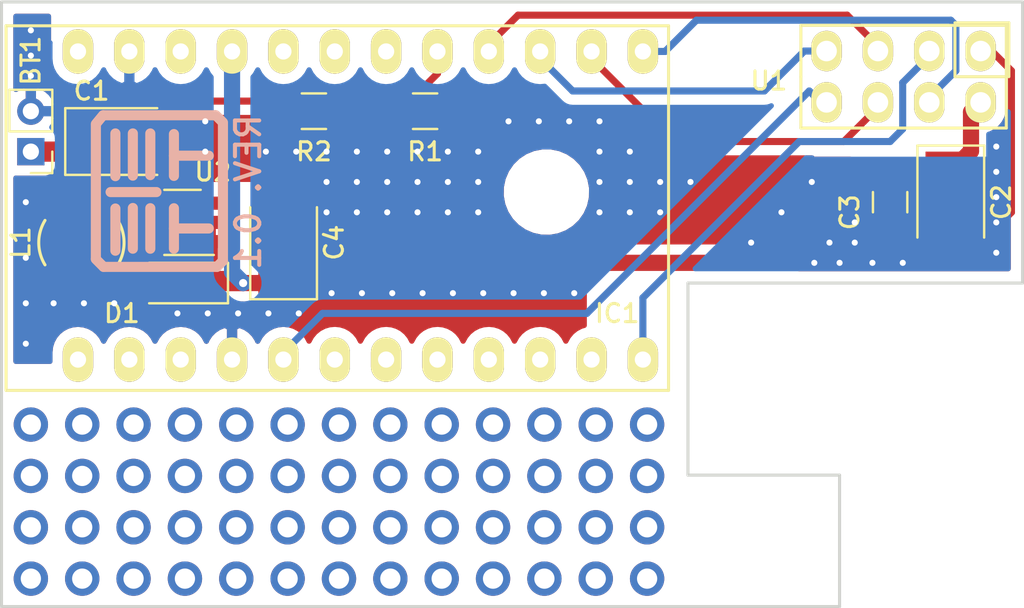
<source format=kicad_pcb>
(kicad_pcb (version 20170922) (host pcbnew "(2017-11-08 revision cd21218)-HEAD")

  (general
    (thickness 1.6)
    (drawings 9)
    (tracks 82)
    (zones 0)
    (modules 141)
    (nets 27)
  )

  (page A4)
  (layers
    (0 F.Cu signal)
    (31 B.Cu signal)
    (32 B.Adhes user)
    (33 F.Adhes user)
    (34 B.Paste user)
    (35 F.Paste user)
    (36 B.SilkS user)
    (37 F.SilkS user)
    (38 B.Mask user)
    (39 F.Mask user)
    (40 Dwgs.User user)
    (41 Cmts.User user)
    (42 Eco1.User user)
    (43 Eco2.User user)
    (44 Edge.Cuts user)
    (45 Margin user)
    (46 B.CrtYd user hide)
    (47 F.CrtYd user)
    (48 B.Fab user hide)
    (49 F.Fab user hide)
  )

  (setup
    (last_trace_width 0.35)
    (trace_clearance 0.3)
    (zone_clearance 0.508)
    (zone_45_only yes)
    (trace_min 0.2)
    (segment_width 0.2)
    (edge_width 0.15)
    (via_size 0.8)
    (via_drill 0.4)
    (via_min_size 0.4)
    (via_min_drill 0.3)
    (uvia_size 0.3)
    (uvia_drill 0.1)
    (uvias_allowed no)
    (uvia_min_size 0.2)
    (uvia_min_drill 0.1)
    (pcb_text_width 0.3)
    (pcb_text_size 1.5 1.5)
    (mod_edge_width 0.15)
    (mod_text_size 0.9 0.9)
    (mod_text_width 0.15)
    (pad_size 1.7 1.7)
    (pad_drill 1)
    (pad_to_mask_clearance 0.2)
    (aux_axis_origin 0 0)
    (visible_elements FFFFFF7F)
    (pcbplotparams
      (layerselection 0x010fc_ffffffff)
      (usegerberextensions true)
      (usegerberattributes true)
      (usegerberadvancedattributes true)
      (creategerberjobfile true)
      (excludeedgelayer true)
      (linewidth 0.100000)
      (plotframeref false)
      (viasonmask false)
      (mode 1)
      (useauxorigin false)
      (hpglpennumber 1)
      (hpglpenspeed 20)
      (hpglpendiameter 15)
      (psnegative false)
      (psa4output false)
      (plotreference true)
      (plotvalue true)
      (plotinvisibletext false)
      (padsonsilk false)
      (subtractmaskfromsilk true)
      (outputformat 1)
      (mirror false)
      (drillshape 0)
      (scaleselection 1)
      (outputdirectory gerber/))
  )

  (net 0 "")
  (net 1 GND)
  (net 2 "Net-(BT1-Pad1)")
  (net 3 +3.3V)
  (net 4 "Net-(D1-Pad2)")
  (net 5 /RF_IRQ)
  (net 6 /RF_CE)
  (net 7 /RF_CSN)
  (net 8 /RF_MOSI)
  (net 9 /RF_MISO)
  (net 10 /RF_SCK)
  (net 11 /V_BATT)
  (net 12 "Net-(IC1-Pad1)")
  (net 13 "Net-(IC1-Pad2)")
  (net 14 "Net-(IC1-Pad3)")
  (net 15 "Net-(IC1-Pad6)")
  (net 16 "Net-(IC1-Pad7)")
  (net 17 "Net-(IC1-Pad8)")
  (net 18 "Net-(IC1-Pad9)")
  (net 19 "Net-(IC1-Pad10)")
  (net 20 "Net-(IC1-Pad11)")
  (net 21 "Net-(IC1-Pad18)")
  (net 22 "Net-(IC1-Pad19)")
  (net 23 "Net-(IC1-Pad20)")
  (net 24 "Net-(IC1-Pad22)")
  (net 25 "Net-(IC1-Pad24)")
  (net 26 "Net-(U2-Pad3)")

  (net_class Default "This is the default net class."
    (clearance 0.3)
    (trace_width 0.35)
    (via_dia 0.8)
    (via_drill 0.4)
    (uvia_dia 0.3)
    (uvia_drill 0.1)
    (add_net +3.3V)
    (add_net /RF_CE)
    (add_net /RF_CSN)
    (add_net /RF_IRQ)
    (add_net /RF_MISO)
    (add_net /RF_MOSI)
    (add_net /RF_SCK)
    (add_net /V_BATT)
    (add_net GND)
    (add_net "Net-(BT1-Pad1)")
    (add_net "Net-(D1-Pad2)")
    (add_net "Net-(IC1-Pad1)")
    (add_net "Net-(IC1-Pad10)")
    (add_net "Net-(IC1-Pad11)")
    (add_net "Net-(IC1-Pad18)")
    (add_net "Net-(IC1-Pad19)")
    (add_net "Net-(IC1-Pad2)")
    (add_net "Net-(IC1-Pad20)")
    (add_net "Net-(IC1-Pad22)")
    (add_net "Net-(IC1-Pad24)")
    (add_net "Net-(IC1-Pad3)")
    (add_net "Net-(IC1-Pad6)")
    (add_net "Net-(IC1-Pad7)")
    (add_net "Net-(IC1-Pad8)")
    (add_net "Net-(IC1-Pad9)")
    (add_net "Net-(U2-Pad3)")
  )

  (module myfootprints:my_logo (layer B.Cu) (tedit 58739751) (tstamp 5AAC4848)
    (at 118.5 98.5 270)
    (attr virtual)
    (fp_text reference REF** (at 0.2032 5.4864 270) (layer B.SilkS) hide
      (effects (font (size 1 1) (thickness 0.15)) (justify mirror))
    )
    (fp_text value my_logo (at -0.0254 -4.6482 270) (layer B.Fab) hide
      (effects (font (size 1 1) (thickness 0.15)) (justify mirror))
    )
    (fp_line (start -0.7874 2.8194) (end -0.7874 2.8194) (layer B.SilkS) (width 0.15))
    (fp_line (start -2.900089 2.8194) (end -0.7874 2.8194) (layer B.SilkS) (width 0.5))
    (fp_line (start -3.8 3.429) (end -3.3682 3.7846) (layer B.SilkS) (width 0.5))
    (fp_line (start -3.300015 3.7846) (end 3.300017 3.7846) (layer B.SilkS) (width 0.5))
    (fp_line (start -3.8 -2.100956) (end -3.8 3.4036) (layer B.SilkS) (width 0.5))
    (fp_line (start -3.4444 -2.5) (end -3.8 -2.1444) (layer B.SilkS) (width 0.5))
    (fp_line (start 3.4 -2.5) (end -3.4 -2.5) (layer B.SilkS) (width 0.5))
    (fp_line (start 3.7 -2.2) (end 3.3952 -2.5048) (layer B.SilkS) (width 0.5))
    (fp_line (start 3.7 3.4) (end 3.7 -2.203646) (layer B.SilkS) (width 0.5))
    (fp_line (start 3.319 3.7846) (end 3.7 3.4036) (layer B.SilkS) (width 0.5))
    (fp_line (start -2.900745 1.9558) (end -0.8128 1.9558) (layer B.SilkS) (width 0.5))
    (fp_line (start -2.900014 1.0922) (end -0.8382 1.0922) (layer B.SilkS) (width 0.5))
    (fp_line (start 0.8128 2.8194) (end 2.90009 2.8194) (layer B.SilkS) (width 0.5))
    (fp_line (start 0.7874 1.9558) (end 2.800773 1.9558) (layer B.SilkS) (width 0.5))
    (fp_line (start 0.797879 1.0922) (end 2.802084 1.0922) (layer B.SilkS) (width 0.5))
    (fp_line (start 0 0.7874) (end 0 3.056) (layer B.SilkS) (width 0.5))
    (fp_line (start -0.799864 -0.0762) (end -2.8686 -0.0762) (layer B.SilkS) (width 0.5))
    (fp_line (start -1.8 -0.0762) (end -1.8 -1.8) (layer B.SilkS) (width 0.5))
    (fp_line (start 1.8 -0.0762) (end 1.8 -1.800019) (layer B.SilkS) (width 0.5))
    (fp_line (start 2.800141 -0.0762) (end 0.799866 -0.0762) (layer B.SilkS) (width 0.5))
  )

  (module VIA_MATRIX (layer F.Cu) (tedit 5A903C01) (tstamp 5AA973AE)
    (at 139.625 99.5)
    (attr virtual)
    (fp_text reference V28_6 (at 0 0) (layer F.SilkS) hide
      (effects (font (size 0 0) (thickness 0.15)))
    )
    (fp_text value AUTO_VIA (at 0 0) (layer F.Fab) hide
      (effects (font (size 0 0) (thickness 0.15)))
    )
    (pad 1 thru_hole circle (at 0 0) (size 0.35 0.35) (drill 0.3) (layers *.Cu)
      (net 1 GND) (clearance 0.3) (zone_connect 2))
  )

  (module VIA_MATRIX (layer F.Cu) (tedit 5A903C01) (tstamp 5AA9725D)
    (at 136.875 103.5)
    (attr virtual)
    (fp_text reference V24_8 (at 0 0) (layer F.SilkS) hide
      (effects (font (size 0 0) (thickness 0.15)))
    )
    (fp_text value AUTO_VIA (at 0 0) (layer F.Fab) hide
      (effects (font (size 0 0) (thickness 0.15)))
    )
    (pad 1 thru_hole circle (at 0 0) (size 0.35 0.35) (drill 0.3) (layers *.Cu)
      (net 1 GND) (clearance 0.3) (zone_connect 2))
  )

  (module VIA_MATRIX (layer F.Cu) (tedit 5A903C01) (tstamp 5AA97259)
    (at 135.375 103.5)
    (attr virtual)
    (fp_text reference V23_8 (at 0 0) (layer F.SilkS) hide
      (effects (font (size 0 0) (thickness 0.15)))
    )
    (fp_text value AUTO_VIA (at 0 0) (layer F.Fab) hide
      (effects (font (size 0 0) (thickness 0.15)))
    )
    (pad 1 thru_hole circle (at 0 0) (size 0.35 0.35) (drill 0.3) (layers *.Cu)
      (net 1 GND) (clearance 0.3) (zone_connect 2))
  )

  (module VIA_MATRIX (layer F.Cu) (tedit 5A903C01) (tstamp 5AA97255)
    (at 138.375 103.5)
    (attr virtual)
    (fp_text reference V25_8 (at 0 0) (layer F.SilkS) hide
      (effects (font (size 0 0) (thickness 0.15)))
    )
    (fp_text value AUTO_VIA (at 0 0) (layer F.Fab) hide
      (effects (font (size 0 0) (thickness 0.15)))
    )
    (pad 1 thru_hole circle (at 0 0) (size 0.35 0.35) (drill 0.3) (layers *.Cu)
      (net 1 GND) (clearance 0.3) (zone_connect 2))
  )

  (module VIA_MATRIX (layer F.Cu) (tedit 5A903C01) (tstamp 5AA97202)
    (at 126.375 103.5)
    (attr virtual)
    (fp_text reference V19_8 (at 0 0) (layer F.SilkS) hide
      (effects (font (size 0 0) (thickness 0.15)))
    )
    (fp_text value AUTO_VIA (at 0 0) (layer F.Fab) hide
      (effects (font (size 0 0) (thickness 0.15)))
    )
    (pad 1 thru_hole circle (at 0 0) (size 0.35 0.35) (drill 0.3) (layers *.Cu)
      (net 1 GND) (clearance 0.3) (zone_connect 2))
  )

  (module VIA_MATRIX (layer F.Cu) (tedit 5A903C01) (tstamp 5AA971FE)
    (at 129.375 103.5)
    (attr virtual)
    (fp_text reference V21_8 (at 0 0) (layer F.SilkS) hide
      (effects (font (size 0 0) (thickness 0.15)))
    )
    (fp_text value AUTO_VIA (at 0 0) (layer F.Fab) hide
      (effects (font (size 0 0) (thickness 0.15)))
    )
    (pad 1 thru_hole circle (at 0 0) (size 0.35 0.35) (drill 0.3) (layers *.Cu)
      (net 1 GND) (clearance 0.3) (zone_connect 2))
  )

  (module VIA_MATRIX (layer F.Cu) (tedit 5A903C01) (tstamp 5AA971FA)
    (at 132.375 103.5)
    (attr virtual)
    (fp_text reference V23_8 (at 0 0) (layer F.SilkS) hide
      (effects (font (size 0 0) (thickness 0.15)))
    )
    (fp_text value AUTO_VIA (at 0 0) (layer F.Fab) hide
      (effects (font (size 0 0) (thickness 0.15)))
    )
    (pad 1 thru_hole circle (at 0 0) (size 0.35 0.35) (drill 0.3) (layers *.Cu)
      (net 1 GND) (clearance 0.3) (zone_connect 2))
  )

  (module VIA_MATRIX (layer F.Cu) (tedit 5A903C01) (tstamp 5AA971F2)
    (at 133.875 103.5)
    (attr virtual)
    (fp_text reference V24_8 (at 0 0) (layer F.SilkS) hide
      (effects (font (size 0 0) (thickness 0.15)))
    )
    (fp_text value AUTO_VIA (at 0 0) (layer F.Fab) hide
      (effects (font (size 0 0) (thickness 0.15)))
    )
    (pad 1 thru_hole circle (at 0 0) (size 0.35 0.35) (drill 0.3) (layers *.Cu)
      (net 1 GND) (clearance 0.3) (zone_connect 2))
  )

  (module VIA_MATRIX (layer F.Cu) (tedit 5A903C01) (tstamp 5AA971EE)
    (at 130.875 103.5)
    (attr virtual)
    (fp_text reference V22_8 (at 0 0) (layer F.SilkS) hide
      (effects (font (size 0 0) (thickness 0.15)))
    )
    (fp_text value AUTO_VIA (at 0 0) (layer F.Fab) hide
      (effects (font (size 0 0) (thickness 0.15)))
    )
    (pad 1 thru_hole circle (at 0 0) (size 0.35 0.35) (drill 0.3) (layers *.Cu)
      (net 1 GND) (clearance 0.3) (zone_connect 2))
  )

  (module VIA_MATRIX (layer F.Cu) (tedit 5A903C01) (tstamp 5AA971E6)
    (at 127.875 103.5)
    (attr virtual)
    (fp_text reference V20_8 (at 0 0) (layer F.SilkS) hide
      (effects (font (size 0 0) (thickness 0.15)))
    )
    (fp_text value AUTO_VIA (at 0 0) (layer F.Fab) hide
      (effects (font (size 0 0) (thickness 0.15)))
    )
    (pad 1 thru_hole circle (at 0 0) (size 0.35 0.35) (drill 0.3) (layers *.Cu)
      (net 1 GND) (clearance 0.3) (zone_connect 2))
  )

  (module VIA_MATRIX (layer F.Cu) (tedit 5A903C01) (tstamp 5AA971A2)
    (at 111.25 99)
    (attr virtual)
    (fp_text reference V10_10 (at 0 0) (layer F.SilkS) hide
      (effects (font (size 0 0) (thickness 0.15)))
    )
    (fp_text value AUTO_VIA (at 0 0) (layer F.Fab) hide
      (effects (font (size 0 0) (thickness 0.15)))
    )
    (pad 1 thru_hole circle (at 0 0) (size 0.35 0.35) (drill 0.3) (layers *.Cu)
      (net 1 GND) (clearance 0.3) (zone_connect 2))
  )

  (module VIA_MATRIX (layer F.Cu) (tedit 5A903C01) (tstamp 5AA9719A)
    (at 111.25 101.75)
    (attr virtual)
    (fp_text reference V10_10 (at 0 0) (layer F.SilkS) hide
      (effects (font (size 0 0) (thickness 0.15)))
    )
    (fp_text value AUTO_VIA (at 0 0) (layer F.Fab) hide
      (effects (font (size 0 0) (thickness 0.15)))
    )
    (pad 1 thru_hole circle (at 0 0) (size 0.35 0.35) (drill 0.3) (layers *.Cu)
      (net 1 GND) (clearance 0.3) (zone_connect 2))
  )

  (module VIA_MATRIX (layer F.Cu) (tedit 5A903C01) (tstamp 5AA97192)
    (at 111.25 104)
    (attr virtual)
    (fp_text reference V10_10 (at 0 0) (layer F.SilkS) hide
      (effects (font (size 0 0) (thickness 0.15)))
    )
    (fp_text value AUTO_VIA (at 0 0) (layer F.Fab) hide
      (effects (font (size 0 0) (thickness 0.15)))
    )
    (pad 1 thru_hole circle (at 0 0) (size 0.35 0.35) (drill 0.3) (layers *.Cu)
      (net 1 GND) (clearance 0.3) (zone_connect 2))
  )

  (module VIA_MATRIX (layer F.Cu) (tedit 5A903C01) (tstamp 5AA9718A)
    (at 111.25 106)
    (attr virtual)
    (fp_text reference V10_10 (at 0 0) (layer F.SilkS) hide
      (effects (font (size 0 0) (thickness 0.15)))
    )
    (fp_text value AUTO_VIA (at 0 0) (layer F.Fab) hide
      (effects (font (size 0 0) (thickness 0.15)))
    )
    (pad 1 thru_hole circle (at 0 0) (size 0.35 0.35) (drill 0.3) (layers *.Cu)
      (net 1 GND) (clearance 0.3) (zone_connect 2))
  )

  (module VIA_MATRIX (layer F.Cu) (tedit 5A903C01) (tstamp 5AA97172)
    (at 111.5 90.5)
    (attr virtual)
    (fp_text reference V10_3 (at 0 0) (layer F.SilkS) hide
      (effects (font (size 0 0) (thickness 0.15)))
    )
    (fp_text value AUTO_VIA (at 0 0) (layer F.Fab) hide
      (effects (font (size 0 0) (thickness 0.15)))
    )
    (pad 1 thru_hole circle (at 0 0) (size 0.35 0.35) (drill 0.3) (layers *.Cu)
      (net 1 GND) (clearance 0.3) (zone_connect 2))
  )

  (module VIA_MATRIX (layer F.Cu) (tedit 5A903C01) (tstamp 5AA9716A)
    (at 111.5 91.75)
    (attr virtual)
    (fp_text reference V10_3 (at 0 0) (layer F.SilkS) hide
      (effects (font (size 0 0) (thickness 0.15)))
    )
    (fp_text value AUTO_VIA (at 0 0) (layer F.Fab) hide
      (effects (font (size 0 0) (thickness 0.15)))
    )
    (pad 1 thru_hole circle (at 0 0) (size 0.35 0.35) (drill 0.3) (layers *.Cu)
      (net 1 GND) (clearance 0.3) (zone_connect 2))
  )

  (module VIA_MATRIX (layer F.Cu) (tedit 5A903C01) (tstamp 5AA97135)
    (at 120.25 104.5)
    (attr virtual)
    (fp_text reference V18_10 (at 0 0) (layer F.SilkS) hide
      (effects (font (size 0 0) (thickness 0.15)))
    )
    (fp_text value AUTO_VIA (at 0 0) (layer F.Fab) hide
      (effects (font (size 0 0) (thickness 0.15)))
    )
    (pad 1 thru_hole circle (at 0 0) (size 0.35 0.35) (drill 0.3) (layers *.Cu)
      (net 1 GND) (clearance 0.3) (zone_connect 2))
  )

  (module VIA_MATRIX (layer F.Cu) (tedit 5A903C01) (tstamp 5AA9712D)
    (at 121.75 104.5)
    (attr virtual)
    (fp_text reference V18_10 (at 0 0) (layer F.SilkS) hide
      (effects (font (size 0 0) (thickness 0.15)))
    )
    (fp_text value AUTO_VIA (at 0 0) (layer F.Fab) hide
      (effects (font (size 0 0) (thickness 0.15)))
    )
    (pad 1 thru_hole circle (at 0 0) (size 0.35 0.35) (drill 0.3) (layers *.Cu)
      (net 1 GND) (clearance 0.3) (zone_connect 2))
  )

  (module VIA_MATRIX (layer F.Cu) (tedit 5A903C01) (tstamp 5AA97125)
    (at 123.25 104.5)
    (attr virtual)
    (fp_text reference V18_10 (at 0 0) (layer F.SilkS) hide
      (effects (font (size 0 0) (thickness 0.15)))
    )
    (fp_text value AUTO_VIA (at 0 0) (layer F.Fab) hide
      (effects (font (size 0 0) (thickness 0.15)))
    )
    (pad 1 thru_hole circle (at 0 0) (size 0.35 0.35) (drill 0.3) (layers *.Cu)
      (net 1 GND) (clearance 0.3) (zone_connect 2))
  )

  (module VIA_MATRIX (layer F.Cu) (tedit 5A903C01) (tstamp 5AA97118)
    (at 151 101)
    (attr virtual)
    (fp_text reference V36_9 (at 0 0) (layer F.SilkS) hide
      (effects (font (size 0 0) (thickness 0.15)))
    )
    (fp_text value AUTO_VIA (at 0 0) (layer F.Fab) hide
      (effects (font (size 0 0) (thickness 0.15)))
    )
    (pad 1 thru_hole circle (at 0 0) (size 0.35 0.35) (drill 0.3) (layers *.Cu)
      (net 1 GND) (clearance 0.3) (zone_connect 2))
  )

  (module VIA_MATRIX (layer F.Cu) (tedit 5A903C01) (tstamp 5AA970EF)
    (at 152.25 101)
    (attr virtual)
    (fp_text reference V36_9 (at 0 0) (layer F.SilkS) hide
      (effects (font (size 0 0) (thickness 0.15)))
    )
    (fp_text value AUTO_VIA (at 0 0) (layer F.Fab) hide
      (effects (font (size 0 0) (thickness 0.15)))
    )
    (pad 1 thru_hole circle (at 0 0) (size 0.35 0.35) (drill 0.3) (layers *.Cu)
      (net 1 GND) (clearance 0.3) (zone_connect 2))
  )

  (module VIA_MATRIX (layer F.Cu) (tedit 5A903C01) (tstamp 5AA970E1)
    (at 151.5 102)
    (attr virtual)
    (fp_text reference V36_9 (at 0 0) (layer F.SilkS) hide
      (effects (font (size 0 0) (thickness 0.15)))
    )
    (fp_text value AUTO_VIA (at 0 0) (layer F.Fab) hide
      (effects (font (size 0 0) (thickness 0.15)))
    )
    (pad 1 thru_hole circle (at 0 0) (size 0.35 0.35) (drill 0.3) (layers *.Cu)
      (net 1 GND) (clearance 0.3) (zone_connect 2))
  )

  (module VIA_MATRIX (layer F.Cu) (tedit 5A903C01) (tstamp 5AA970D4)
    (at 150.25 102)
    (attr virtual)
    (fp_text reference V37_9 (at 0 0) (layer F.SilkS) hide
      (effects (font (size 0 0) (thickness 0.15)))
    )
    (fp_text value AUTO_VIA (at 0 0) (layer F.Fab) hide
      (effects (font (size 0 0) (thickness 0.15)))
    )
    (pad 1 thru_hole circle (at 0 0) (size 0.35 0.35) (drill 0.3) (layers *.Cu)
      (net 1 GND) (clearance 0.3) (zone_connect 2))
  )

  (module VIA_MATRIX (layer F.Cu) (tedit 5A903C01) (tstamp 5AA970BC)
    (at 159.25 101.5)
    (attr virtual)
    (fp_text reference V36_9 (at 0 0) (layer F.SilkS) hide
      (effects (font (size 0 0) (thickness 0.15)))
    )
    (fp_text value AUTO_VIA (at 0 0) (layer F.Fab) hide
      (effects (font (size 0 0) (thickness 0.15)))
    )
    (pad 1 thru_hole circle (at 0 0) (size 0.35 0.35) (drill 0.3) (layers *.Cu)
      (net 1 GND) (clearance 0.3) (zone_connect 2))
  )

  (module VIA_MATRIX (layer F.Cu) (tedit 5A903C01) (tstamp 5AA970B4)
    (at 159.25 100)
    (attr virtual)
    (fp_text reference V36_9 (at 0 0) (layer F.SilkS) hide
      (effects (font (size 0 0) (thickness 0.15)))
    )
    (fp_text value AUTO_VIA (at 0 0) (layer F.Fab) hide
      (effects (font (size 0 0) (thickness 0.15)))
    )
    (pad 1 thru_hole circle (at 0 0) (size 0.35 0.35) (drill 0.3) (layers *.Cu)
      (net 1 GND) (clearance 0.3) (zone_connect 2))
  )

  (module VIA_MATRIX (layer F.Cu) (tedit 5A903C01) (tstamp 5AA970AC)
    (at 159.25 98.75)
    (attr virtual)
    (fp_text reference V36_9 (at 0 0) (layer F.SilkS) hide
      (effects (font (size 0 0) (thickness 0.15)))
    )
    (fp_text value AUTO_VIA (at 0 0) (layer F.Fab) hide
      (effects (font (size 0 0) (thickness 0.15)))
    )
    (pad 1 thru_hole circle (at 0 0) (size 0.35 0.35) (drill 0.3) (layers *.Cu)
      (net 1 GND) (clearance 0.3) (zone_connect 2))
  )

  (module VIA_MATRIX (layer F.Cu) (tedit 5A903C01) (tstamp 5AA970A4)
    (at 159.25 97.5)
    (attr virtual)
    (fp_text reference V36_9 (at 0 0) (layer F.SilkS) hide
      (effects (font (size 0 0) (thickness 0.15)))
    )
    (fp_text value AUTO_VIA (at 0 0) (layer F.Fab) hide
      (effects (font (size 0 0) (thickness 0.15)))
    )
    (pad 1 thru_hole circle (at 0 0) (size 0.35 0.35) (drill 0.3) (layers *.Cu)
      (net 1 GND) (clearance 0.3) (zone_connect 2))
  )

  (module VIA_MATRIX (layer F.Cu) (tedit 5A903C01) (tstamp 5AA9709C)
    (at 159.25 96.25)
    (attr virtual)
    (fp_text reference V36_9 (at 0 0) (layer F.SilkS) hide
      (effects (font (size 0 0) (thickness 0.15)))
    )
    (fp_text value AUTO_VIA (at 0 0) (layer F.Fab) hide
      (effects (font (size 0 0) (thickness 0.15)))
    )
    (pad 1 thru_hole circle (at 0 0) (size 0.35 0.35) (drill 0.3) (layers *.Cu)
      (net 1 GND) (clearance 0.3) (zone_connect 2))
  )

  (module VIA_MATRIX (layer F.Cu) (tedit 5A903C01) (tstamp 5AA9707C)
    (at 152.25 100)
    (attr virtual)
    (fp_text reference V36_9 (at 0 0) (layer F.SilkS) hide
      (effects (font (size 0 0) (thickness 0.15)))
    )
    (fp_text value AUTO_VIA (at 0 0) (layer F.Fab) hide
      (effects (font (size 0 0) (thickness 0.15)))
    )
    (pad 1 thru_hole circle (at 0 0) (size 0.35 0.35) (drill 0.3) (layers *.Cu)
      (net 1 GND) (clearance 0.3) (zone_connect 2))
  )

  (module Mounting_Holes:MountingHole_3.2mm_M3 (layer F.Cu) (tedit 5A90325D) (tstamp 5A98D567)
    (at 147.5 115.5)
    (descr "Mounting Hole 3.2mm, no annular, M3")
    (tags "mounting hole 3.2mm no annular m3")
    (attr virtual)
    (fp_text reference REF** (at 0 -4.2) (layer F.SilkS) hide
      (effects (font (size 0.9 0.9) (thickness 0.15)))
    )
    (fp_text value MountingHole_3.2mm_M3 (at 0 4.2) (layer F.Fab)
      (effects (font (size 0.9 0.9) (thickness 0.15)))
    )
    (fp_text user %R (at 0.3 0) (layer F.Fab)
      (effects (font (size 1 1) (thickness 0.15)))
    )
    (fp_circle (center 0 0) (end 3.2 0) (layer Cmts.User) (width 0.15))
    (fp_circle (center 0 0) (end 3.45 0) (layer F.CrtYd) (width 0.05))
    (pad 1 np_thru_hole circle (at 0 0) (size 3.2 3.2) (drill 3.2) (layers *.Cu *.Mask))
  )

  (module Mounting_Holes:MountingHole_3.2mm_M3 (layer F.Cu) (tedit 5A90325D) (tstamp 5A98D219)
    (at 137 98.5)
    (descr "Mounting Hole 3.2mm, no annular, M3")
    (tags "mounting hole 3.2mm no annular m3")
    (attr virtual)
    (fp_text reference REF** (at 0 -4.2) (layer F.SilkS) hide
      (effects (font (size 0.9 0.9) (thickness 0.15)))
    )
    (fp_text value MountingHole_3.2mm_M3 (at 0 4.2) (layer F.Fab)
      (effects (font (size 0.9 0.9) (thickness 0.15)))
    )
    (fp_circle (center 0 0) (end 3.45 0) (layer F.CrtYd) (width 0.05))
    (fp_circle (center 0 0) (end 3.2 0) (layer Cmts.User) (width 0.15))
    (fp_text user %R (at 0.3 0) (layer F.Fab)
      (effects (font (size 1 1) (thickness 0.15)))
    )
    (pad 1 np_thru_hole circle (at 0 0) (size 3.2 3.2) (drill 3.2) (layers *.Cu *.Mask))
  )

  (module Pin_Headers:Pin_Header_Straight_1x01_Pitch2.54mm (layer F.Cu) (tedit 5A902EE4) (tstamp 5A932ABA)
    (at 141.98 117.62)
    (descr "Through hole straight pin header, 1x01, 2.54mm pitch, single row")
    (tags "Through hole pin header THT 1x01 2.54mm single row")
    (fp_text reference REF** (at 0 -2.33) (layer F.SilkS) hide
      (effects (font (size 0.9 0.9) (thickness 0.15)))
    )
    (fp_text value Pin_Header_Straight_1x01_Pitch2.54mm (at 0 2.33) (layer F.Fab)
      (effects (font (size 0.9 0.9) (thickness 0.15)))
    )
    (pad "" thru_hole circle (at 0 0) (size 1.7 1.7) (drill 1) (layers *.Cu *.Mask))
    (model ${KISYS3DMOD}/Pin_Headers.3dshapes/Pin_Header_Straight_1x01_Pitch2.54mm.wrl
      (at (xyz 0 0 0))
      (scale (xyz 1 1 1))
      (rotate (xyz 0 0 0))
    )
  )

  (module Pin_Headers:Pin_Header_Straight_1x01_Pitch2.54mm (layer F.Cu) (tedit 5A902EE4) (tstamp 5A932AB6)
    (at 139.44 117.62)
    (descr "Through hole straight pin header, 1x01, 2.54mm pitch, single row")
    (tags "Through hole pin header THT 1x01 2.54mm single row")
    (fp_text reference REF** (at 0 -2.33) (layer F.SilkS) hide
      (effects (font (size 0.9 0.9) (thickness 0.15)))
    )
    (fp_text value Pin_Header_Straight_1x01_Pitch2.54mm (at 0 2.33) (layer F.Fab)
      (effects (font (size 0.9 0.9) (thickness 0.15)))
    )
    (pad "" thru_hole circle (at 0 0) (size 1.7 1.7) (drill 1) (layers *.Cu *.Mask))
    (model ${KISYS3DMOD}/Pin_Headers.3dshapes/Pin_Header_Straight_1x01_Pitch2.54mm.wrl
      (at (xyz 0 0 0))
      (scale (xyz 1 1 1))
      (rotate (xyz 0 0 0))
    )
  )

  (module Pin_Headers:Pin_Header_Straight_1x01_Pitch2.54mm (layer F.Cu) (tedit 5A902EE4) (tstamp 5A932AB2)
    (at 136.9 117.62)
    (descr "Through hole straight pin header, 1x01, 2.54mm pitch, single row")
    (tags "Through hole pin header THT 1x01 2.54mm single row")
    (fp_text reference REF** (at 0 -2.33) (layer F.SilkS) hide
      (effects (font (size 0.9 0.9) (thickness 0.15)))
    )
    (fp_text value Pin_Header_Straight_1x01_Pitch2.54mm (at 0 2.33) (layer F.Fab)
      (effects (font (size 0.9 0.9) (thickness 0.15)))
    )
    (pad "" thru_hole circle (at 0 0) (size 1.7 1.7) (drill 1) (layers *.Cu *.Mask))
    (model ${KISYS3DMOD}/Pin_Headers.3dshapes/Pin_Header_Straight_1x01_Pitch2.54mm.wrl
      (at (xyz 0 0 0))
      (scale (xyz 1 1 1))
      (rotate (xyz 0 0 0))
    )
  )

  (module Pin_Headers:Pin_Header_Straight_1x01_Pitch2.54mm (layer F.Cu) (tedit 5A902EE4) (tstamp 5A932AAE)
    (at 134.36 117.62)
    (descr "Through hole straight pin header, 1x01, 2.54mm pitch, single row")
    (tags "Through hole pin header THT 1x01 2.54mm single row")
    (fp_text reference REF** (at 0 -2.33) (layer F.SilkS) hide
      (effects (font (size 0.9 0.9) (thickness 0.15)))
    )
    (fp_text value Pin_Header_Straight_1x01_Pitch2.54mm (at 0 2.33) (layer F.Fab)
      (effects (font (size 0.9 0.9) (thickness 0.15)))
    )
    (pad "" thru_hole circle (at 0 0) (size 1.7 1.7) (drill 1) (layers *.Cu *.Mask))
    (model ${KISYS3DMOD}/Pin_Headers.3dshapes/Pin_Header_Straight_1x01_Pitch2.54mm.wrl
      (at (xyz 0 0 0))
      (scale (xyz 1 1 1))
      (rotate (xyz 0 0 0))
    )
  )

  (module Pin_Headers:Pin_Header_Straight_1x01_Pitch2.54mm (layer F.Cu) (tedit 5A902EE4) (tstamp 5A932AAA)
    (at 131.82 117.62)
    (descr "Through hole straight pin header, 1x01, 2.54mm pitch, single row")
    (tags "Through hole pin header THT 1x01 2.54mm single row")
    (fp_text reference REF** (at 0 -2.33) (layer F.SilkS) hide
      (effects (font (size 0.9 0.9) (thickness 0.15)))
    )
    (fp_text value Pin_Header_Straight_1x01_Pitch2.54mm (at 0 2.33) (layer F.Fab)
      (effects (font (size 0.9 0.9) (thickness 0.15)))
    )
    (pad "" thru_hole circle (at 0 0) (size 1.7 1.7) (drill 1) (layers *.Cu *.Mask))
    (model ${KISYS3DMOD}/Pin_Headers.3dshapes/Pin_Header_Straight_1x01_Pitch2.54mm.wrl
      (at (xyz 0 0 0))
      (scale (xyz 1 1 1))
      (rotate (xyz 0 0 0))
    )
  )

  (module Pin_Headers:Pin_Header_Straight_1x01_Pitch2.54mm (layer F.Cu) (tedit 5A902EE4) (tstamp 5A932AA6)
    (at 129.28 117.62)
    (descr "Through hole straight pin header, 1x01, 2.54mm pitch, single row")
    (tags "Through hole pin header THT 1x01 2.54mm single row")
    (fp_text reference REF** (at 0 -2.33) (layer F.SilkS) hide
      (effects (font (size 0.9 0.9) (thickness 0.15)))
    )
    (fp_text value Pin_Header_Straight_1x01_Pitch2.54mm (at 0 2.33) (layer F.Fab)
      (effects (font (size 0.9 0.9) (thickness 0.15)))
    )
    (pad "" thru_hole circle (at 0 0) (size 1.7 1.7) (drill 1) (layers *.Cu *.Mask))
    (model ${KISYS3DMOD}/Pin_Headers.3dshapes/Pin_Header_Straight_1x01_Pitch2.54mm.wrl
      (at (xyz 0 0 0))
      (scale (xyz 1 1 1))
      (rotate (xyz 0 0 0))
    )
  )

  (module Pin_Headers:Pin_Header_Straight_1x01_Pitch2.54mm (layer F.Cu) (tedit 5A902EE4) (tstamp 5A932AA2)
    (at 126.74 117.62)
    (descr "Through hole straight pin header, 1x01, 2.54mm pitch, single row")
    (tags "Through hole pin header THT 1x01 2.54mm single row")
    (fp_text reference REF** (at 0 -2.33) (layer F.SilkS) hide
      (effects (font (size 0.9 0.9) (thickness 0.15)))
    )
    (fp_text value Pin_Header_Straight_1x01_Pitch2.54mm (at 0 2.33) (layer F.Fab)
      (effects (font (size 0.9 0.9) (thickness 0.15)))
    )
    (pad "" thru_hole circle (at 0 0) (size 1.7 1.7) (drill 1) (layers *.Cu *.Mask))
    (model ${KISYS3DMOD}/Pin_Headers.3dshapes/Pin_Header_Straight_1x01_Pitch2.54mm.wrl
      (at (xyz 0 0 0))
      (scale (xyz 1 1 1))
      (rotate (xyz 0 0 0))
    )
  )

  (module Pin_Headers:Pin_Header_Straight_1x01_Pitch2.54mm (layer F.Cu) (tedit 5A902EE4) (tstamp 5A932A9E)
    (at 124.2 117.62)
    (descr "Through hole straight pin header, 1x01, 2.54mm pitch, single row")
    (tags "Through hole pin header THT 1x01 2.54mm single row")
    (fp_text reference REF** (at 0 -2.33) (layer F.SilkS) hide
      (effects (font (size 0.9 0.9) (thickness 0.15)))
    )
    (fp_text value Pin_Header_Straight_1x01_Pitch2.54mm (at 0 2.33) (layer F.Fab)
      (effects (font (size 0.9 0.9) (thickness 0.15)))
    )
    (pad "" thru_hole circle (at 0 0) (size 1.7 1.7) (drill 1) (layers *.Cu *.Mask))
    (model ${KISYS3DMOD}/Pin_Headers.3dshapes/Pin_Header_Straight_1x01_Pitch2.54mm.wrl
      (at (xyz 0 0 0))
      (scale (xyz 1 1 1))
      (rotate (xyz 0 0 0))
    )
  )

  (module Pin_Headers:Pin_Header_Straight_1x01_Pitch2.54mm (layer F.Cu) (tedit 5A902EE4) (tstamp 5A932A9A)
    (at 121.66 117.62)
    (descr "Through hole straight pin header, 1x01, 2.54mm pitch, single row")
    (tags "Through hole pin header THT 1x01 2.54mm single row")
    (fp_text reference REF** (at 0 -2.33) (layer F.SilkS) hide
      (effects (font (size 0.9 0.9) (thickness 0.15)))
    )
    (fp_text value Pin_Header_Straight_1x01_Pitch2.54mm (at 0 2.33) (layer F.Fab)
      (effects (font (size 0.9 0.9) (thickness 0.15)))
    )
    (pad "" thru_hole circle (at 0 0) (size 1.7 1.7) (drill 1) (layers *.Cu *.Mask))
    (model ${KISYS3DMOD}/Pin_Headers.3dshapes/Pin_Header_Straight_1x01_Pitch2.54mm.wrl
      (at (xyz 0 0 0))
      (scale (xyz 1 1 1))
      (rotate (xyz 0 0 0))
    )
  )

  (module Pin_Headers:Pin_Header_Straight_1x01_Pitch2.54mm (layer F.Cu) (tedit 5A902EE4) (tstamp 5A932A96)
    (at 119.12 117.62)
    (descr "Through hole straight pin header, 1x01, 2.54mm pitch, single row")
    (tags "Through hole pin header THT 1x01 2.54mm single row")
    (fp_text reference REF** (at 0 -2.33) (layer F.SilkS) hide
      (effects (font (size 0.9 0.9) (thickness 0.15)))
    )
    (fp_text value Pin_Header_Straight_1x01_Pitch2.54mm (at 0 2.33) (layer F.Fab)
      (effects (font (size 0.9 0.9) (thickness 0.15)))
    )
    (pad "" thru_hole circle (at 0 0) (size 1.7 1.7) (drill 1) (layers *.Cu *.Mask))
    (model ${KISYS3DMOD}/Pin_Headers.3dshapes/Pin_Header_Straight_1x01_Pitch2.54mm.wrl
      (at (xyz 0 0 0))
      (scale (xyz 1 1 1))
      (rotate (xyz 0 0 0))
    )
  )

  (module Pin_Headers:Pin_Header_Straight_1x01_Pitch2.54mm (layer F.Cu) (tedit 5A902EE4) (tstamp 5A932A92)
    (at 116.58 117.62)
    (descr "Through hole straight pin header, 1x01, 2.54mm pitch, single row")
    (tags "Through hole pin header THT 1x01 2.54mm single row")
    (fp_text reference REF** (at 0 -2.33) (layer F.SilkS) hide
      (effects (font (size 0.9 0.9) (thickness 0.15)))
    )
    (fp_text value Pin_Header_Straight_1x01_Pitch2.54mm (at 0 2.33) (layer F.Fab)
      (effects (font (size 0.9 0.9) (thickness 0.15)))
    )
    (pad "" thru_hole circle (at 0 0) (size 1.7 1.7) (drill 1) (layers *.Cu *.Mask))
    (model ${KISYS3DMOD}/Pin_Headers.3dshapes/Pin_Header_Straight_1x01_Pitch2.54mm.wrl
      (at (xyz 0 0 0))
      (scale (xyz 1 1 1))
      (rotate (xyz 0 0 0))
    )
  )

  (module Pin_Headers:Pin_Header_Straight_1x01_Pitch2.54mm (layer F.Cu) (tedit 5A902EE4) (tstamp 5A932A8E)
    (at 114.04 117.62)
    (descr "Through hole straight pin header, 1x01, 2.54mm pitch, single row")
    (tags "Through hole pin header THT 1x01 2.54mm single row")
    (fp_text reference REF** (at 0 -2.33) (layer F.SilkS) hide
      (effects (font (size 0.9 0.9) (thickness 0.15)))
    )
    (fp_text value Pin_Header_Straight_1x01_Pitch2.54mm (at 0 2.33) (layer F.Fab)
      (effects (font (size 0.9 0.9) (thickness 0.15)))
    )
    (pad "" thru_hole circle (at 0 0) (size 1.7 1.7) (drill 1) (layers *.Cu *.Mask))
    (model ${KISYS3DMOD}/Pin_Headers.3dshapes/Pin_Header_Straight_1x01_Pitch2.54mm.wrl
      (at (xyz 0 0 0))
      (scale (xyz 1 1 1))
      (rotate (xyz 0 0 0))
    )
  )

  (module Pin_Headers:Pin_Header_Straight_1x01_Pitch2.54mm (layer F.Cu) (tedit 5A902EE4) (tstamp 5A932A8A)
    (at 111.5 117.62)
    (descr "Through hole straight pin header, 1x01, 2.54mm pitch, single row")
    (tags "Through hole pin header THT 1x01 2.54mm single row")
    (fp_text reference REF** (at 0 -2.33) (layer F.SilkS) hide
      (effects (font (size 0.9 0.9) (thickness 0.15)))
    )
    (fp_text value Pin_Header_Straight_1x01_Pitch2.54mm (at 0 2.33) (layer F.Fab)
      (effects (font (size 0.9 0.9) (thickness 0.15)))
    )
    (pad "" thru_hole circle (at 0 0) (size 1.7 1.7) (drill 1) (layers *.Cu *.Mask))
    (model ${KISYS3DMOD}/Pin_Headers.3dshapes/Pin_Header_Straight_1x01_Pitch2.54mm.wrl
      (at (xyz 0 0 0))
      (scale (xyz 1 1 1))
      (rotate (xyz 0 0 0))
    )
  )

  (module Pin_Headers:Pin_Header_Straight_1x01_Pitch2.54mm (layer F.Cu) (tedit 5A902EE4) (tstamp 5A932A86)
    (at 141.98 115.08)
    (descr "Through hole straight pin header, 1x01, 2.54mm pitch, single row")
    (tags "Through hole pin header THT 1x01 2.54mm single row")
    (fp_text reference REF** (at 0 -2.33) (layer F.SilkS) hide
      (effects (font (size 0.9 0.9) (thickness 0.15)))
    )
    (fp_text value Pin_Header_Straight_1x01_Pitch2.54mm (at 0 2.33) (layer F.Fab)
      (effects (font (size 0.9 0.9) (thickness 0.15)))
    )
    (pad "" thru_hole circle (at 0 0) (size 1.7 1.7) (drill 1) (layers *.Cu *.Mask))
    (model ${KISYS3DMOD}/Pin_Headers.3dshapes/Pin_Header_Straight_1x01_Pitch2.54mm.wrl
      (at (xyz 0 0 0))
      (scale (xyz 1 1 1))
      (rotate (xyz 0 0 0))
    )
  )

  (module Pin_Headers:Pin_Header_Straight_1x01_Pitch2.54mm (layer F.Cu) (tedit 5A902EE4) (tstamp 5A932A82)
    (at 139.44 115.08)
    (descr "Through hole straight pin header, 1x01, 2.54mm pitch, single row")
    (tags "Through hole pin header THT 1x01 2.54mm single row")
    (fp_text reference REF** (at 0 -2.33) (layer F.SilkS) hide
      (effects (font (size 0.9 0.9) (thickness 0.15)))
    )
    (fp_text value Pin_Header_Straight_1x01_Pitch2.54mm (at 0 2.33) (layer F.Fab)
      (effects (font (size 0.9 0.9) (thickness 0.15)))
    )
    (pad "" thru_hole circle (at 0 0) (size 1.7 1.7) (drill 1) (layers *.Cu *.Mask))
    (model ${KISYS3DMOD}/Pin_Headers.3dshapes/Pin_Header_Straight_1x01_Pitch2.54mm.wrl
      (at (xyz 0 0 0))
      (scale (xyz 1 1 1))
      (rotate (xyz 0 0 0))
    )
  )

  (module Pin_Headers:Pin_Header_Straight_1x01_Pitch2.54mm (layer F.Cu) (tedit 5A902EE4) (tstamp 5A932A7E)
    (at 136.9 115.08)
    (descr "Through hole straight pin header, 1x01, 2.54mm pitch, single row")
    (tags "Through hole pin header THT 1x01 2.54mm single row")
    (fp_text reference REF** (at 0 -2.33) (layer F.SilkS) hide
      (effects (font (size 0.9 0.9) (thickness 0.15)))
    )
    (fp_text value Pin_Header_Straight_1x01_Pitch2.54mm (at 0 2.33) (layer F.Fab)
      (effects (font (size 0.9 0.9) (thickness 0.15)))
    )
    (pad "" thru_hole circle (at 0 0) (size 1.7 1.7) (drill 1) (layers *.Cu *.Mask))
    (model ${KISYS3DMOD}/Pin_Headers.3dshapes/Pin_Header_Straight_1x01_Pitch2.54mm.wrl
      (at (xyz 0 0 0))
      (scale (xyz 1 1 1))
      (rotate (xyz 0 0 0))
    )
  )

  (module Pin_Headers:Pin_Header_Straight_1x01_Pitch2.54mm (layer F.Cu) (tedit 5A902EE4) (tstamp 5A932A7A)
    (at 134.36 115.08)
    (descr "Through hole straight pin header, 1x01, 2.54mm pitch, single row")
    (tags "Through hole pin header THT 1x01 2.54mm single row")
    (fp_text reference REF** (at 0 -2.33) (layer F.SilkS) hide
      (effects (font (size 0.9 0.9) (thickness 0.15)))
    )
    (fp_text value Pin_Header_Straight_1x01_Pitch2.54mm (at 0 2.33) (layer F.Fab)
      (effects (font (size 0.9 0.9) (thickness 0.15)))
    )
    (pad "" thru_hole circle (at 0 0) (size 1.7 1.7) (drill 1) (layers *.Cu *.Mask))
    (model ${KISYS3DMOD}/Pin_Headers.3dshapes/Pin_Header_Straight_1x01_Pitch2.54mm.wrl
      (at (xyz 0 0 0))
      (scale (xyz 1 1 1))
      (rotate (xyz 0 0 0))
    )
  )

  (module Pin_Headers:Pin_Header_Straight_1x01_Pitch2.54mm (layer F.Cu) (tedit 5A902EE4) (tstamp 5A932A76)
    (at 131.82 115.08)
    (descr "Through hole straight pin header, 1x01, 2.54mm pitch, single row")
    (tags "Through hole pin header THT 1x01 2.54mm single row")
    (fp_text reference REF** (at 0 -2.33) (layer F.SilkS) hide
      (effects (font (size 0.9 0.9) (thickness 0.15)))
    )
    (fp_text value Pin_Header_Straight_1x01_Pitch2.54mm (at 0 2.33) (layer F.Fab)
      (effects (font (size 0.9 0.9) (thickness 0.15)))
    )
    (pad "" thru_hole circle (at 0 0) (size 1.7 1.7) (drill 1) (layers *.Cu *.Mask))
    (model ${KISYS3DMOD}/Pin_Headers.3dshapes/Pin_Header_Straight_1x01_Pitch2.54mm.wrl
      (at (xyz 0 0 0))
      (scale (xyz 1 1 1))
      (rotate (xyz 0 0 0))
    )
  )

  (module Pin_Headers:Pin_Header_Straight_1x01_Pitch2.54mm (layer F.Cu) (tedit 5A902EE4) (tstamp 5A932A72)
    (at 129.28 115.08)
    (descr "Through hole straight pin header, 1x01, 2.54mm pitch, single row")
    (tags "Through hole pin header THT 1x01 2.54mm single row")
    (fp_text reference REF** (at 0 -2.33) (layer F.SilkS) hide
      (effects (font (size 0.9 0.9) (thickness 0.15)))
    )
    (fp_text value Pin_Header_Straight_1x01_Pitch2.54mm (at 0 2.33) (layer F.Fab)
      (effects (font (size 0.9 0.9) (thickness 0.15)))
    )
    (pad "" thru_hole circle (at 0 0) (size 1.7 1.7) (drill 1) (layers *.Cu *.Mask))
    (model ${KISYS3DMOD}/Pin_Headers.3dshapes/Pin_Header_Straight_1x01_Pitch2.54mm.wrl
      (at (xyz 0 0 0))
      (scale (xyz 1 1 1))
      (rotate (xyz 0 0 0))
    )
  )

  (module Pin_Headers:Pin_Header_Straight_1x01_Pitch2.54mm (layer F.Cu) (tedit 5A902EE4) (tstamp 5A932A6E)
    (at 126.74 115.08)
    (descr "Through hole straight pin header, 1x01, 2.54mm pitch, single row")
    (tags "Through hole pin header THT 1x01 2.54mm single row")
    (fp_text reference REF** (at 0 -2.33) (layer F.SilkS) hide
      (effects (font (size 0.9 0.9) (thickness 0.15)))
    )
    (fp_text value Pin_Header_Straight_1x01_Pitch2.54mm (at 0 2.33) (layer F.Fab)
      (effects (font (size 0.9 0.9) (thickness 0.15)))
    )
    (pad "" thru_hole circle (at 0 0) (size 1.7 1.7) (drill 1) (layers *.Cu *.Mask))
    (model ${KISYS3DMOD}/Pin_Headers.3dshapes/Pin_Header_Straight_1x01_Pitch2.54mm.wrl
      (at (xyz 0 0 0))
      (scale (xyz 1 1 1))
      (rotate (xyz 0 0 0))
    )
  )

  (module Pin_Headers:Pin_Header_Straight_1x01_Pitch2.54mm (layer F.Cu) (tedit 5A902EE4) (tstamp 5A932A6A)
    (at 124.2 115.08)
    (descr "Through hole straight pin header, 1x01, 2.54mm pitch, single row")
    (tags "Through hole pin header THT 1x01 2.54mm single row")
    (fp_text reference REF** (at 0 -2.33) (layer F.SilkS) hide
      (effects (font (size 0.9 0.9) (thickness 0.15)))
    )
    (fp_text value Pin_Header_Straight_1x01_Pitch2.54mm (at 0 2.33) (layer F.Fab)
      (effects (font (size 0.9 0.9) (thickness 0.15)))
    )
    (pad "" thru_hole circle (at 0 0) (size 1.7 1.7) (drill 1) (layers *.Cu *.Mask))
    (model ${KISYS3DMOD}/Pin_Headers.3dshapes/Pin_Header_Straight_1x01_Pitch2.54mm.wrl
      (at (xyz 0 0 0))
      (scale (xyz 1 1 1))
      (rotate (xyz 0 0 0))
    )
  )

  (module Pin_Headers:Pin_Header_Straight_1x01_Pitch2.54mm (layer F.Cu) (tedit 5A902EE4) (tstamp 5A932A66)
    (at 121.66 115.08)
    (descr "Through hole straight pin header, 1x01, 2.54mm pitch, single row")
    (tags "Through hole pin header THT 1x01 2.54mm single row")
    (fp_text reference REF** (at 0 -2.33) (layer F.SilkS) hide
      (effects (font (size 0.9 0.9) (thickness 0.15)))
    )
    (fp_text value Pin_Header_Straight_1x01_Pitch2.54mm (at 0 2.33) (layer F.Fab)
      (effects (font (size 0.9 0.9) (thickness 0.15)))
    )
    (pad "" thru_hole circle (at 0 0) (size 1.7 1.7) (drill 1) (layers *.Cu *.Mask))
    (model ${KISYS3DMOD}/Pin_Headers.3dshapes/Pin_Header_Straight_1x01_Pitch2.54mm.wrl
      (at (xyz 0 0 0))
      (scale (xyz 1 1 1))
      (rotate (xyz 0 0 0))
    )
  )

  (module Pin_Headers:Pin_Header_Straight_1x01_Pitch2.54mm (layer F.Cu) (tedit 5A902EE4) (tstamp 5A932A62)
    (at 119.12 115.08)
    (descr "Through hole straight pin header, 1x01, 2.54mm pitch, single row")
    (tags "Through hole pin header THT 1x01 2.54mm single row")
    (fp_text reference REF** (at 0 -2.33) (layer F.SilkS) hide
      (effects (font (size 0.9 0.9) (thickness 0.15)))
    )
    (fp_text value Pin_Header_Straight_1x01_Pitch2.54mm (at 0 2.33) (layer F.Fab)
      (effects (font (size 0.9 0.9) (thickness 0.15)))
    )
    (pad "" thru_hole circle (at 0 0) (size 1.7 1.7) (drill 1) (layers *.Cu *.Mask))
    (model ${KISYS3DMOD}/Pin_Headers.3dshapes/Pin_Header_Straight_1x01_Pitch2.54mm.wrl
      (at (xyz 0 0 0))
      (scale (xyz 1 1 1))
      (rotate (xyz 0 0 0))
    )
  )

  (module Pin_Headers:Pin_Header_Straight_1x01_Pitch2.54mm (layer F.Cu) (tedit 5A902EE4) (tstamp 5A932A5E)
    (at 116.58 115.08)
    (descr "Through hole straight pin header, 1x01, 2.54mm pitch, single row")
    (tags "Through hole pin header THT 1x01 2.54mm single row")
    (fp_text reference REF** (at 0 -2.33) (layer F.SilkS) hide
      (effects (font (size 0.9 0.9) (thickness 0.15)))
    )
    (fp_text value Pin_Header_Straight_1x01_Pitch2.54mm (at 0 2.33) (layer F.Fab)
      (effects (font (size 0.9 0.9) (thickness 0.15)))
    )
    (pad "" thru_hole circle (at 0 0) (size 1.7 1.7) (drill 1) (layers *.Cu *.Mask))
    (model ${KISYS3DMOD}/Pin_Headers.3dshapes/Pin_Header_Straight_1x01_Pitch2.54mm.wrl
      (at (xyz 0 0 0))
      (scale (xyz 1 1 1))
      (rotate (xyz 0 0 0))
    )
  )

  (module Pin_Headers:Pin_Header_Straight_1x01_Pitch2.54mm (layer F.Cu) (tedit 5A902EE4) (tstamp 5A932A5A)
    (at 114.04 115.08)
    (descr "Through hole straight pin header, 1x01, 2.54mm pitch, single row")
    (tags "Through hole pin header THT 1x01 2.54mm single row")
    (fp_text reference REF** (at 0 -2.33) (layer F.SilkS) hide
      (effects (font (size 0.9 0.9) (thickness 0.15)))
    )
    (fp_text value Pin_Header_Straight_1x01_Pitch2.54mm (at 0 2.33) (layer F.Fab)
      (effects (font (size 0.9 0.9) (thickness 0.15)))
    )
    (pad "" thru_hole circle (at 0 0) (size 1.7 1.7) (drill 1) (layers *.Cu *.Mask))
    (model ${KISYS3DMOD}/Pin_Headers.3dshapes/Pin_Header_Straight_1x01_Pitch2.54mm.wrl
      (at (xyz 0 0 0))
      (scale (xyz 1 1 1))
      (rotate (xyz 0 0 0))
    )
  )

  (module Pin_Headers:Pin_Header_Straight_1x01_Pitch2.54mm (layer F.Cu) (tedit 5A902EE4) (tstamp 5A932A56)
    (at 111.5 115.08)
    (descr "Through hole straight pin header, 1x01, 2.54mm pitch, single row")
    (tags "Through hole pin header THT 1x01 2.54mm single row")
    (fp_text reference REF** (at 0 -2.33) (layer F.SilkS) hide
      (effects (font (size 0.9 0.9) (thickness 0.15)))
    )
    (fp_text value Pin_Header_Straight_1x01_Pitch2.54mm (at 0 2.33) (layer F.Fab)
      (effects (font (size 0.9 0.9) (thickness 0.15)))
    )
    (pad "" thru_hole circle (at 0 0) (size 1.7 1.7) (drill 1) (layers *.Cu *.Mask))
    (model ${KISYS3DMOD}/Pin_Headers.3dshapes/Pin_Header_Straight_1x01_Pitch2.54mm.wrl
      (at (xyz 0 0 0))
      (scale (xyz 1 1 1))
      (rotate (xyz 0 0 0))
    )
  )

  (module Pin_Headers:Pin_Header_Straight_1x01_Pitch2.54mm (layer F.Cu) (tedit 5A902EE4) (tstamp 5A932A52)
    (at 141.98 112.54)
    (descr "Through hole straight pin header, 1x01, 2.54mm pitch, single row")
    (tags "Through hole pin header THT 1x01 2.54mm single row")
    (fp_text reference REF** (at 0 -2.33) (layer F.SilkS) hide
      (effects (font (size 0.9 0.9) (thickness 0.15)))
    )
    (fp_text value Pin_Header_Straight_1x01_Pitch2.54mm (at 0 2.33) (layer F.Fab)
      (effects (font (size 0.9 0.9) (thickness 0.15)))
    )
    (pad "" thru_hole circle (at 0 0) (size 1.7 1.7) (drill 1) (layers *.Cu *.Mask))
    (model ${KISYS3DMOD}/Pin_Headers.3dshapes/Pin_Header_Straight_1x01_Pitch2.54mm.wrl
      (at (xyz 0 0 0))
      (scale (xyz 1 1 1))
      (rotate (xyz 0 0 0))
    )
  )

  (module Pin_Headers:Pin_Header_Straight_1x01_Pitch2.54mm (layer F.Cu) (tedit 5A902EE4) (tstamp 5A932A4E)
    (at 139.44 112.54)
    (descr "Through hole straight pin header, 1x01, 2.54mm pitch, single row")
    (tags "Through hole pin header THT 1x01 2.54mm single row")
    (fp_text reference REF** (at 0 -2.33) (layer F.SilkS) hide
      (effects (font (size 0.9 0.9) (thickness 0.15)))
    )
    (fp_text value Pin_Header_Straight_1x01_Pitch2.54mm (at 0 2.33) (layer F.Fab)
      (effects (font (size 0.9 0.9) (thickness 0.15)))
    )
    (pad "" thru_hole circle (at 0 0) (size 1.7 1.7) (drill 1) (layers *.Cu *.Mask))
    (model ${KISYS3DMOD}/Pin_Headers.3dshapes/Pin_Header_Straight_1x01_Pitch2.54mm.wrl
      (at (xyz 0 0 0))
      (scale (xyz 1 1 1))
      (rotate (xyz 0 0 0))
    )
  )

  (module Pin_Headers:Pin_Header_Straight_1x01_Pitch2.54mm (layer F.Cu) (tedit 5A902EE4) (tstamp 5A932A4A)
    (at 136.9 112.54)
    (descr "Through hole straight pin header, 1x01, 2.54mm pitch, single row")
    (tags "Through hole pin header THT 1x01 2.54mm single row")
    (fp_text reference REF** (at 0 -2.33) (layer F.SilkS) hide
      (effects (font (size 0.9 0.9) (thickness 0.15)))
    )
    (fp_text value Pin_Header_Straight_1x01_Pitch2.54mm (at 0 2.33) (layer F.Fab)
      (effects (font (size 0.9 0.9) (thickness 0.15)))
    )
    (pad "" thru_hole circle (at 0 0) (size 1.7 1.7) (drill 1) (layers *.Cu *.Mask))
    (model ${KISYS3DMOD}/Pin_Headers.3dshapes/Pin_Header_Straight_1x01_Pitch2.54mm.wrl
      (at (xyz 0 0 0))
      (scale (xyz 1 1 1))
      (rotate (xyz 0 0 0))
    )
  )

  (module Pin_Headers:Pin_Header_Straight_1x01_Pitch2.54mm (layer F.Cu) (tedit 5A902EE4) (tstamp 5A932A46)
    (at 134.36 112.54)
    (descr "Through hole straight pin header, 1x01, 2.54mm pitch, single row")
    (tags "Through hole pin header THT 1x01 2.54mm single row")
    (fp_text reference REF** (at 0 -2.33) (layer F.SilkS) hide
      (effects (font (size 0.9 0.9) (thickness 0.15)))
    )
    (fp_text value Pin_Header_Straight_1x01_Pitch2.54mm (at 0 2.33) (layer F.Fab)
      (effects (font (size 0.9 0.9) (thickness 0.15)))
    )
    (pad "" thru_hole circle (at 0 0) (size 1.7 1.7) (drill 1) (layers *.Cu *.Mask))
    (model ${KISYS3DMOD}/Pin_Headers.3dshapes/Pin_Header_Straight_1x01_Pitch2.54mm.wrl
      (at (xyz 0 0 0))
      (scale (xyz 1 1 1))
      (rotate (xyz 0 0 0))
    )
  )

  (module Pin_Headers:Pin_Header_Straight_1x01_Pitch2.54mm (layer F.Cu) (tedit 5A902EE4) (tstamp 5A932A42)
    (at 131.82 112.54)
    (descr "Through hole straight pin header, 1x01, 2.54mm pitch, single row")
    (tags "Through hole pin header THT 1x01 2.54mm single row")
    (fp_text reference REF** (at 0 -2.33) (layer F.SilkS) hide
      (effects (font (size 0.9 0.9) (thickness 0.15)))
    )
    (fp_text value Pin_Header_Straight_1x01_Pitch2.54mm (at 0 2.33) (layer F.Fab)
      (effects (font (size 0.9 0.9) (thickness 0.15)))
    )
    (pad "" thru_hole circle (at 0 0) (size 1.7 1.7) (drill 1) (layers *.Cu *.Mask))
    (model ${KISYS3DMOD}/Pin_Headers.3dshapes/Pin_Header_Straight_1x01_Pitch2.54mm.wrl
      (at (xyz 0 0 0))
      (scale (xyz 1 1 1))
      (rotate (xyz 0 0 0))
    )
  )

  (module Pin_Headers:Pin_Header_Straight_1x01_Pitch2.54mm (layer F.Cu) (tedit 5A902EE4) (tstamp 5A932A3E)
    (at 129.28 112.54)
    (descr "Through hole straight pin header, 1x01, 2.54mm pitch, single row")
    (tags "Through hole pin header THT 1x01 2.54mm single row")
    (fp_text reference REF** (at 0 -2.33) (layer F.SilkS) hide
      (effects (font (size 0.9 0.9) (thickness 0.15)))
    )
    (fp_text value Pin_Header_Straight_1x01_Pitch2.54mm (at 0 2.33) (layer F.Fab)
      (effects (font (size 0.9 0.9) (thickness 0.15)))
    )
    (pad "" thru_hole circle (at 0 0) (size 1.7 1.7) (drill 1) (layers *.Cu *.Mask))
    (model ${KISYS3DMOD}/Pin_Headers.3dshapes/Pin_Header_Straight_1x01_Pitch2.54mm.wrl
      (at (xyz 0 0 0))
      (scale (xyz 1 1 1))
      (rotate (xyz 0 0 0))
    )
  )

  (module Pin_Headers:Pin_Header_Straight_1x01_Pitch2.54mm (layer F.Cu) (tedit 5A902EE4) (tstamp 5A932A3A)
    (at 126.74 112.54)
    (descr "Through hole straight pin header, 1x01, 2.54mm pitch, single row")
    (tags "Through hole pin header THT 1x01 2.54mm single row")
    (fp_text reference REF** (at 0 -2.33) (layer F.SilkS) hide
      (effects (font (size 0.9 0.9) (thickness 0.15)))
    )
    (fp_text value Pin_Header_Straight_1x01_Pitch2.54mm (at 0 2.33) (layer F.Fab)
      (effects (font (size 0.9 0.9) (thickness 0.15)))
    )
    (pad "" thru_hole circle (at 0 0) (size 1.7 1.7) (drill 1) (layers *.Cu *.Mask))
    (model ${KISYS3DMOD}/Pin_Headers.3dshapes/Pin_Header_Straight_1x01_Pitch2.54mm.wrl
      (at (xyz 0 0 0))
      (scale (xyz 1 1 1))
      (rotate (xyz 0 0 0))
    )
  )

  (module Pin_Headers:Pin_Header_Straight_1x01_Pitch2.54mm (layer F.Cu) (tedit 5A902EE4) (tstamp 5A932A36)
    (at 124.2 112.54)
    (descr "Through hole straight pin header, 1x01, 2.54mm pitch, single row")
    (tags "Through hole pin header THT 1x01 2.54mm single row")
    (fp_text reference REF** (at 0 -2.33) (layer F.SilkS) hide
      (effects (font (size 0.9 0.9) (thickness 0.15)))
    )
    (fp_text value Pin_Header_Straight_1x01_Pitch2.54mm (at 0 2.33) (layer F.Fab)
      (effects (font (size 0.9 0.9) (thickness 0.15)))
    )
    (pad "" thru_hole circle (at 0 0) (size 1.7 1.7) (drill 1) (layers *.Cu *.Mask))
    (model ${KISYS3DMOD}/Pin_Headers.3dshapes/Pin_Header_Straight_1x01_Pitch2.54mm.wrl
      (at (xyz 0 0 0))
      (scale (xyz 1 1 1))
      (rotate (xyz 0 0 0))
    )
  )

  (module Pin_Headers:Pin_Header_Straight_1x01_Pitch2.54mm (layer F.Cu) (tedit 5A902EE4) (tstamp 5A932A32)
    (at 121.66 112.54)
    (descr "Through hole straight pin header, 1x01, 2.54mm pitch, single row")
    (tags "Through hole pin header THT 1x01 2.54mm single row")
    (fp_text reference REF** (at 0 -2.33) (layer F.SilkS) hide
      (effects (font (size 0.9 0.9) (thickness 0.15)))
    )
    (fp_text value Pin_Header_Straight_1x01_Pitch2.54mm (at 0 2.33) (layer F.Fab)
      (effects (font (size 0.9 0.9) (thickness 0.15)))
    )
    (pad "" thru_hole circle (at 0 0) (size 1.7 1.7) (drill 1) (layers *.Cu *.Mask))
    (model ${KISYS3DMOD}/Pin_Headers.3dshapes/Pin_Header_Straight_1x01_Pitch2.54mm.wrl
      (at (xyz 0 0 0))
      (scale (xyz 1 1 1))
      (rotate (xyz 0 0 0))
    )
  )

  (module Pin_Headers:Pin_Header_Straight_1x01_Pitch2.54mm (layer F.Cu) (tedit 5A902EE4) (tstamp 5A932A2E)
    (at 119.12 112.54)
    (descr "Through hole straight pin header, 1x01, 2.54mm pitch, single row")
    (tags "Through hole pin header THT 1x01 2.54mm single row")
    (fp_text reference REF** (at 0 -2.33) (layer F.SilkS) hide
      (effects (font (size 0.9 0.9) (thickness 0.15)))
    )
    (fp_text value Pin_Header_Straight_1x01_Pitch2.54mm (at 0 2.33) (layer F.Fab)
      (effects (font (size 0.9 0.9) (thickness 0.15)))
    )
    (pad "" thru_hole circle (at 0 0) (size 1.7 1.7) (drill 1) (layers *.Cu *.Mask))
    (model ${KISYS3DMOD}/Pin_Headers.3dshapes/Pin_Header_Straight_1x01_Pitch2.54mm.wrl
      (at (xyz 0 0 0))
      (scale (xyz 1 1 1))
      (rotate (xyz 0 0 0))
    )
  )

  (module Pin_Headers:Pin_Header_Straight_1x01_Pitch2.54mm (layer F.Cu) (tedit 5A902EE4) (tstamp 5A932A2A)
    (at 116.58 112.54)
    (descr "Through hole straight pin header, 1x01, 2.54mm pitch, single row")
    (tags "Through hole pin header THT 1x01 2.54mm single row")
    (fp_text reference REF** (at 0 -2.33) (layer F.SilkS) hide
      (effects (font (size 0.9 0.9) (thickness 0.15)))
    )
    (fp_text value Pin_Header_Straight_1x01_Pitch2.54mm (at 0 2.33) (layer F.Fab)
      (effects (font (size 0.9 0.9) (thickness 0.15)))
    )
    (pad "" thru_hole circle (at 0 0) (size 1.7 1.7) (drill 1) (layers *.Cu *.Mask))
    (model ${KISYS3DMOD}/Pin_Headers.3dshapes/Pin_Header_Straight_1x01_Pitch2.54mm.wrl
      (at (xyz 0 0 0))
      (scale (xyz 1 1 1))
      (rotate (xyz 0 0 0))
    )
  )

  (module Pin_Headers:Pin_Header_Straight_1x01_Pitch2.54mm (layer F.Cu) (tedit 5A902EE4) (tstamp 5A932A26)
    (at 114.04 112.54)
    (descr "Through hole straight pin header, 1x01, 2.54mm pitch, single row")
    (tags "Through hole pin header THT 1x01 2.54mm single row")
    (fp_text reference REF** (at 0 -2.33) (layer F.SilkS) hide
      (effects (font (size 0.9 0.9) (thickness 0.15)))
    )
    (fp_text value Pin_Header_Straight_1x01_Pitch2.54mm (at 0 2.33) (layer F.Fab)
      (effects (font (size 0.9 0.9) (thickness 0.15)))
    )
    (pad "" thru_hole circle (at 0 0) (size 1.7 1.7) (drill 1) (layers *.Cu *.Mask))
    (model ${KISYS3DMOD}/Pin_Headers.3dshapes/Pin_Header_Straight_1x01_Pitch2.54mm.wrl
      (at (xyz 0 0 0))
      (scale (xyz 1 1 1))
      (rotate (xyz 0 0 0))
    )
  )

  (module Pin_Headers:Pin_Header_Straight_1x01_Pitch2.54mm (layer F.Cu) (tedit 5A902EE4) (tstamp 5A932A22)
    (at 111.5 112.54)
    (descr "Through hole straight pin header, 1x01, 2.54mm pitch, single row")
    (tags "Through hole pin header THT 1x01 2.54mm single row")
    (fp_text reference REF** (at 0 -2.33) (layer F.SilkS) hide
      (effects (font (size 0.9 0.9) (thickness 0.15)))
    )
    (fp_text value Pin_Header_Straight_1x01_Pitch2.54mm (at 0 2.33) (layer F.Fab)
      (effects (font (size 0.9 0.9) (thickness 0.15)))
    )
    (pad "" thru_hole circle (at 0 0) (size 1.7 1.7) (drill 1) (layers *.Cu *.Mask))
    (model ${KISYS3DMOD}/Pin_Headers.3dshapes/Pin_Header_Straight_1x01_Pitch2.54mm.wrl
      (at (xyz 0 0 0))
      (scale (xyz 1 1 1))
      (rotate (xyz 0 0 0))
    )
  )

  (module Pin_Headers:Pin_Header_Straight_1x01_Pitch2.54mm (layer F.Cu) (tedit 5A902EE4) (tstamp 5A932A1E)
    (at 141.98 110)
    (descr "Through hole straight pin header, 1x01, 2.54mm pitch, single row")
    (tags "Through hole pin header THT 1x01 2.54mm single row")
    (fp_text reference REF** (at 0 -2.33) (layer F.SilkS) hide
      (effects (font (size 0.9 0.9) (thickness 0.15)))
    )
    (fp_text value Pin_Header_Straight_1x01_Pitch2.54mm (at 0 2.33) (layer F.Fab)
      (effects (font (size 0.9 0.9) (thickness 0.15)))
    )
    (pad "" thru_hole circle (at 0 0) (size 1.7 1.7) (drill 1) (layers *.Cu *.Mask))
    (model ${KISYS3DMOD}/Pin_Headers.3dshapes/Pin_Header_Straight_1x01_Pitch2.54mm.wrl
      (at (xyz 0 0 0))
      (scale (xyz 1 1 1))
      (rotate (xyz 0 0 0))
    )
  )

  (module Pin_Headers:Pin_Header_Straight_1x01_Pitch2.54mm (layer F.Cu) (tedit 5A902EE4) (tstamp 5A932A1A)
    (at 139.44 110)
    (descr "Through hole straight pin header, 1x01, 2.54mm pitch, single row")
    (tags "Through hole pin header THT 1x01 2.54mm single row")
    (fp_text reference REF** (at 0 -2.33) (layer F.SilkS) hide
      (effects (font (size 0.9 0.9) (thickness 0.15)))
    )
    (fp_text value Pin_Header_Straight_1x01_Pitch2.54mm (at 0 2.33) (layer F.Fab)
      (effects (font (size 0.9 0.9) (thickness 0.15)))
    )
    (pad "" thru_hole circle (at 0 0) (size 1.7 1.7) (drill 1) (layers *.Cu *.Mask))
    (model ${KISYS3DMOD}/Pin_Headers.3dshapes/Pin_Header_Straight_1x01_Pitch2.54mm.wrl
      (at (xyz 0 0 0))
      (scale (xyz 1 1 1))
      (rotate (xyz 0 0 0))
    )
  )

  (module Pin_Headers:Pin_Header_Straight_1x01_Pitch2.54mm (layer F.Cu) (tedit 5A902EE4) (tstamp 5A932A16)
    (at 136.9 110)
    (descr "Through hole straight pin header, 1x01, 2.54mm pitch, single row")
    (tags "Through hole pin header THT 1x01 2.54mm single row")
    (fp_text reference REF** (at 0 -2.33) (layer F.SilkS) hide
      (effects (font (size 0.9 0.9) (thickness 0.15)))
    )
    (fp_text value Pin_Header_Straight_1x01_Pitch2.54mm (at 0 2.33) (layer F.Fab)
      (effects (font (size 0.9 0.9) (thickness 0.15)))
    )
    (pad "" thru_hole circle (at 0 0) (size 1.7 1.7) (drill 1) (layers *.Cu *.Mask))
    (model ${KISYS3DMOD}/Pin_Headers.3dshapes/Pin_Header_Straight_1x01_Pitch2.54mm.wrl
      (at (xyz 0 0 0))
      (scale (xyz 1 1 1))
      (rotate (xyz 0 0 0))
    )
  )

  (module Pin_Headers:Pin_Header_Straight_1x01_Pitch2.54mm (layer F.Cu) (tedit 5A902EE4) (tstamp 5A932A12)
    (at 134.36 110)
    (descr "Through hole straight pin header, 1x01, 2.54mm pitch, single row")
    (tags "Through hole pin header THT 1x01 2.54mm single row")
    (fp_text reference REF** (at 0 -2.33) (layer F.SilkS) hide
      (effects (font (size 0.9 0.9) (thickness 0.15)))
    )
    (fp_text value Pin_Header_Straight_1x01_Pitch2.54mm (at 0 2.33) (layer F.Fab)
      (effects (font (size 0.9 0.9) (thickness 0.15)))
    )
    (pad "" thru_hole circle (at 0 0) (size 1.7 1.7) (drill 1) (layers *.Cu *.Mask))
    (model ${KISYS3DMOD}/Pin_Headers.3dshapes/Pin_Header_Straight_1x01_Pitch2.54mm.wrl
      (at (xyz 0 0 0))
      (scale (xyz 1 1 1))
      (rotate (xyz 0 0 0))
    )
  )

  (module Pin_Headers:Pin_Header_Straight_1x01_Pitch2.54mm (layer F.Cu) (tedit 5A902EE4) (tstamp 5A932A0E)
    (at 131.82 110)
    (descr "Through hole straight pin header, 1x01, 2.54mm pitch, single row")
    (tags "Through hole pin header THT 1x01 2.54mm single row")
    (fp_text reference REF** (at 0 -2.33) (layer F.SilkS) hide
      (effects (font (size 0.9 0.9) (thickness 0.15)))
    )
    (fp_text value Pin_Header_Straight_1x01_Pitch2.54mm (at 0 2.33) (layer F.Fab)
      (effects (font (size 0.9 0.9) (thickness 0.15)))
    )
    (pad "" thru_hole circle (at 0 0) (size 1.7 1.7) (drill 1) (layers *.Cu *.Mask))
    (model ${KISYS3DMOD}/Pin_Headers.3dshapes/Pin_Header_Straight_1x01_Pitch2.54mm.wrl
      (at (xyz 0 0 0))
      (scale (xyz 1 1 1))
      (rotate (xyz 0 0 0))
    )
  )

  (module Pin_Headers:Pin_Header_Straight_1x01_Pitch2.54mm (layer F.Cu) (tedit 5A902EE4) (tstamp 5A932A0A)
    (at 129.28 110)
    (descr "Through hole straight pin header, 1x01, 2.54mm pitch, single row")
    (tags "Through hole pin header THT 1x01 2.54mm single row")
    (fp_text reference REF** (at 0 -2.33) (layer F.SilkS) hide
      (effects (font (size 0.9 0.9) (thickness 0.15)))
    )
    (fp_text value Pin_Header_Straight_1x01_Pitch2.54mm (at 0 2.33) (layer F.Fab)
      (effects (font (size 0.9 0.9) (thickness 0.15)))
    )
    (pad "" thru_hole circle (at 0 0) (size 1.7 1.7) (drill 1) (layers *.Cu *.Mask))
    (model ${KISYS3DMOD}/Pin_Headers.3dshapes/Pin_Header_Straight_1x01_Pitch2.54mm.wrl
      (at (xyz 0 0 0))
      (scale (xyz 1 1 1))
      (rotate (xyz 0 0 0))
    )
  )

  (module Pin_Headers:Pin_Header_Straight_1x01_Pitch2.54mm (layer F.Cu) (tedit 5A902EE4) (tstamp 5A932A06)
    (at 126.74 110)
    (descr "Through hole straight pin header, 1x01, 2.54mm pitch, single row")
    (tags "Through hole pin header THT 1x01 2.54mm single row")
    (fp_text reference REF** (at 0 -2.33) (layer F.SilkS) hide
      (effects (font (size 0.9 0.9) (thickness 0.15)))
    )
    (fp_text value Pin_Header_Straight_1x01_Pitch2.54mm (at 0 2.33) (layer F.Fab)
      (effects (font (size 0.9 0.9) (thickness 0.15)))
    )
    (pad "" thru_hole circle (at 0 0) (size 1.7 1.7) (drill 1) (layers *.Cu *.Mask))
    (model ${KISYS3DMOD}/Pin_Headers.3dshapes/Pin_Header_Straight_1x01_Pitch2.54mm.wrl
      (at (xyz 0 0 0))
      (scale (xyz 1 1 1))
      (rotate (xyz 0 0 0))
    )
  )

  (module Pin_Headers:Pin_Header_Straight_1x01_Pitch2.54mm (layer F.Cu) (tedit 5A902EE4) (tstamp 5A932A02)
    (at 124.2 110)
    (descr "Through hole straight pin header, 1x01, 2.54mm pitch, single row")
    (tags "Through hole pin header THT 1x01 2.54mm single row")
    (fp_text reference REF** (at 0 -2.33) (layer F.SilkS) hide
      (effects (font (size 0.9 0.9) (thickness 0.15)))
    )
    (fp_text value Pin_Header_Straight_1x01_Pitch2.54mm (at 0 2.33) (layer F.Fab)
      (effects (font (size 0.9 0.9) (thickness 0.15)))
    )
    (pad "" thru_hole circle (at 0 0) (size 1.7 1.7) (drill 1) (layers *.Cu *.Mask))
    (model ${KISYS3DMOD}/Pin_Headers.3dshapes/Pin_Header_Straight_1x01_Pitch2.54mm.wrl
      (at (xyz 0 0 0))
      (scale (xyz 1 1 1))
      (rotate (xyz 0 0 0))
    )
  )

  (module Pin_Headers:Pin_Header_Straight_1x01_Pitch2.54mm (layer F.Cu) (tedit 5A902EE4) (tstamp 5A9329FE)
    (at 121.66 110)
    (descr "Through hole straight pin header, 1x01, 2.54mm pitch, single row")
    (tags "Through hole pin header THT 1x01 2.54mm single row")
    (fp_text reference REF** (at 0 -2.33) (layer F.SilkS) hide
      (effects (font (size 0.9 0.9) (thickness 0.15)))
    )
    (fp_text value Pin_Header_Straight_1x01_Pitch2.54mm (at 0 2.33) (layer F.Fab)
      (effects (font (size 0.9 0.9) (thickness 0.15)))
    )
    (pad "" thru_hole circle (at 0 0) (size 1.7 1.7) (drill 1) (layers *.Cu *.Mask))
    (model ${KISYS3DMOD}/Pin_Headers.3dshapes/Pin_Header_Straight_1x01_Pitch2.54mm.wrl
      (at (xyz 0 0 0))
      (scale (xyz 1 1 1))
      (rotate (xyz 0 0 0))
    )
  )

  (module Pin_Headers:Pin_Header_Straight_1x01_Pitch2.54mm (layer F.Cu) (tedit 5A902EE4) (tstamp 5A9329FA)
    (at 119.12 110)
    (descr "Through hole straight pin header, 1x01, 2.54mm pitch, single row")
    (tags "Through hole pin header THT 1x01 2.54mm single row")
    (fp_text reference REF** (at 0 -2.33) (layer F.SilkS) hide
      (effects (font (size 0.9 0.9) (thickness 0.15)))
    )
    (fp_text value Pin_Header_Straight_1x01_Pitch2.54mm (at 0 2.33) (layer F.Fab)
      (effects (font (size 0.9 0.9) (thickness 0.15)))
    )
    (pad "" thru_hole circle (at 0 0) (size 1.7 1.7) (drill 1) (layers *.Cu *.Mask))
    (model ${KISYS3DMOD}/Pin_Headers.3dshapes/Pin_Header_Straight_1x01_Pitch2.54mm.wrl
      (at (xyz 0 0 0))
      (scale (xyz 1 1 1))
      (rotate (xyz 0 0 0))
    )
  )

  (module Pin_Headers:Pin_Header_Straight_1x01_Pitch2.54mm (layer F.Cu) (tedit 5A902EE4) (tstamp 5A9329F6)
    (at 116.58 110)
    (descr "Through hole straight pin header, 1x01, 2.54mm pitch, single row")
    (tags "Through hole pin header THT 1x01 2.54mm single row")
    (fp_text reference REF** (at 0 -2.33) (layer F.SilkS) hide
      (effects (font (size 0.9 0.9) (thickness 0.15)))
    )
    (fp_text value Pin_Header_Straight_1x01_Pitch2.54mm (at 0 2.33) (layer F.Fab)
      (effects (font (size 0.9 0.9) (thickness 0.15)))
    )
    (pad "" thru_hole circle (at 0 0) (size 1.7 1.7) (drill 1) (layers *.Cu *.Mask))
    (model ${KISYS3DMOD}/Pin_Headers.3dshapes/Pin_Header_Straight_1x01_Pitch2.54mm.wrl
      (at (xyz 0 0 0))
      (scale (xyz 1 1 1))
      (rotate (xyz 0 0 0))
    )
  )

  (module Pin_Headers:Pin_Header_Straight_1x01_Pitch2.54mm (layer F.Cu) (tedit 5A902EE4) (tstamp 5A9329F2)
    (at 114.04 110)
    (descr "Through hole straight pin header, 1x01, 2.54mm pitch, single row")
    (tags "Through hole pin header THT 1x01 2.54mm single row")
    (fp_text reference REF** (at 0 -2.33) (layer F.SilkS) hide
      (effects (font (size 0.9 0.9) (thickness 0.15)))
    )
    (fp_text value Pin_Header_Straight_1x01_Pitch2.54mm (at 0 2.33) (layer F.Fab)
      (effects (font (size 0.9 0.9) (thickness 0.15)))
    )
    (pad "" thru_hole circle (at 0 0) (size 1.7 1.7) (drill 1) (layers *.Cu *.Mask))
    (model ${KISYS3DMOD}/Pin_Headers.3dshapes/Pin_Header_Straight_1x01_Pitch2.54mm.wrl
      (at (xyz 0 0 0))
      (scale (xyz 1 1 1))
      (rotate (xyz 0 0 0))
    )
  )

  (module Pin_Headers:Pin_Header_Straight_1x01_Pitch2.54mm (layer F.Cu) (tedit 5A902EE4) (tstamp 5A9326BE)
    (at 111.5 110)
    (descr "Through hole straight pin header, 1x01, 2.54mm pitch, single row")
    (tags "Through hole pin header THT 1x01 2.54mm single row")
    (fp_text reference REF** (at 0 -2.33) (layer F.SilkS) hide
      (effects (font (size 0.9 0.9) (thickness 0.15)))
    )
    (fp_text value Pin_Header_Straight_1x01_Pitch2.54mm (at 0 2.33) (layer F.Fab)
      (effects (font (size 0.9 0.9) (thickness 0.15)))
    )
    (pad "" thru_hole circle (at 0 0) (size 1.7 1.7) (drill 1) (layers *.Cu *.Mask))
    (model ${KISYS3DMOD}/Pin_Headers.3dshapes/Pin_Header_Straight_1x01_Pitch2.54mm.wrl
      (at (xyz 0 0 0))
      (scale (xyz 1 1 1))
      (rotate (xyz 0 0 0))
    )
  )

  (module mysensors_radios:NRF24L01 (layer F.Cu) (tedit 5A902BDF) (tstamp 5A9031C0)
    (at 160 90)
    (descr NRF24L01)
    (tags "nRF 24 NRF24L01 NRF24L01+")
    (path /5A90222A)
    (fp_text reference U1 (at -12 3) (layer F.SilkS)
      (effects (font (size 0.9 0.9) (thickness 0.15)))
    )
    (fp_text value NRF24L01 (at -8.382 7.112) (layer F.Fab) hide
      (effects (font (size 0.9 0.9) (thickness 0.15)))
    )
    (fp_line (start -15.25 28.8) (end 0 28.8) (layer F.CrtYd) (width 0.15))
    (fp_line (start 0 28.8) (end 0 0) (layer F.CrtYd) (width 0.15))
    (fp_line (start 0 0) (end -15.25 0) (layer F.CrtYd) (width 0.15))
    (fp_line (start -15.25 0) (end -15.25 28.8) (layer F.CrtYd) (width 0.15))
    (fp_line (start -2.794 0.127) (end -0.127 0.127) (layer F.SilkS) (width 0.15))
    (fp_line (start -0.127 0.127) (end -0.127 2.794) (layer F.SilkS) (width 0.15))
    (fp_line (start 0 0) (end -15.25 0) (layer B.CrtYd) (width 0.15))
    (fp_line (start -15.25 0) (end -15.25 28.8) (layer B.CrtYd) (width 0.15))
    (fp_line (start -15.25 28.8) (end 0 28.8) (layer B.CrtYd) (width 0.15))
    (fp_line (start 0 28.8) (end 0 0) (layer B.CrtYd) (width 0.15))
    (fp_line (start -7.874 0.254) (end -10.414 0.254) (layer F.SilkS) (width 0.15))
    (fp_line (start -10.414 0.254) (end -10.414 2.794) (layer F.SilkS) (width 0.15))
    (fp_line (start -2.794 0.254) (end -2.794 2.794) (layer F.SilkS) (width 0.15))
    (fp_line (start -2.794 2.794) (end -0.254 2.794) (layer F.SilkS) (width 0.15))
    (fp_line (start -10.894 -0.226) (end -10.894 5.824) (layer F.CrtYd) (width 0.05))
    (fp_line (start 0.256 -0.226) (end 0.256 5.824) (layer F.CrtYd) (width 0.05))
    (fp_line (start -10.894 -0.226) (end 0.256 -0.226) (layer F.CrtYd) (width 0.05))
    (fp_line (start -10.894 5.824) (end 0.256 5.824) (layer F.CrtYd) (width 0.05))
    (fp_line (start -7.874 0.254) (end -0.254 0.254) (layer F.SilkS) (width 0.15))
    (fp_line (start -0.254 0.254) (end -0.254 5.334) (layer F.SilkS) (width 0.15))
    (fp_line (start -0.254 5.334) (end -10.414 5.334) (layer F.SilkS) (width 0.15))
    (fp_line (start -10.414 5.334) (end -10.414 2.794) (layer F.SilkS) (width 0.15))
    (pad 7 thru_hole oval (at -9.144 1.524) (size 1.5 2) (drill 1.016) (layers *.Cu *.Mask F.SilkS)
      (net 9 /RF_MISO))
    (pad 8 thru_hole oval (at -9.144 4.064) (size 1.5 2) (drill 1.016) (layers *.Cu *.Mask F.SilkS)
      (net 5 /RF_IRQ))
    (pad 5 thru_hole oval (at -6.604 1.524) (size 1.5 2) (drill 1.016) (layers *.Cu *.Mask F.SilkS)
      (net 10 /RF_SCK))
    (pad 6 thru_hole oval (at -6.604 4.064) (size 1.5 2) (drill 1.016) (layers *.Cu *.Mask F.SilkS)
      (net 8 /RF_MOSI))
    (pad 3 thru_hole oval (at -4.064 1.524) (size 1.5 2) (drill 1.016) (layers *.Cu *.Mask F.SilkS)
      (net 6 /RF_CE))
    (pad 4 thru_hole oval (at -4.064 4.064) (size 1.5 2) (drill 1.016) (layers *.Cu *.Mask F.SilkS)
      (net 7 /RF_CSN))
    (pad 1 thru_hole oval (at -1.524 1.524) (size 1.5 2) (drill 1.016) (layers *.Cu *.Mask F.SilkS)
      (net 1 GND))
    (pad 2 thru_hole oval (at -1.524 4.064) (size 1.5 2) (drill 1.016) (layers *.Cu *.Mask F.SilkS)
      (net 3 +3.3V))
    (model /home/mtiutiu/Work/KiCAD_Playground/libraries/step/NRF24L01P_Module.STEP
      (at (xyz 0 -1.141732283464567 0.3543307086614174))
      (scale (xyz 1 1 1))
      (rotate (xyz 0 0 -90))
    )
  )

  (module mysensors_arduino:pro_mini (layer F.Cu) (tedit 5A902B48) (tstamp 5A903174)
    (at 127.801001 99.165001)
    (descr "IC, ARDUINO_PRO_MINI x 0,6\"")
    (tags "DIL ARDUINO PRO MINI")
    (path /5A901DCE)
    (fp_text reference IC1 (at 12.698999 5.334999) (layer F.SilkS)
      (effects (font (size 0.9 0.9) (thickness 0.15)))
    )
    (fp_text value ArduinoProMini (at 0 0) (layer F.Fab) hide
      (effects (font (size 0.9 0.9) (thickness 0.15)))
    )
    (fp_line (start 15.24 9.144) (end 15.24 -8.89) (layer F.SilkS) (width 0.15))
    (fp_line (start -17.526 -8.89) (end -17.526 9.144) (layer F.SilkS) (width 0.15))
    (fp_line (start 15.24 9.144) (end -17.526 9.144) (layer F.SilkS) (width 0.15))
    (fp_line (start -17.526 -8.89) (end 15.24 -8.89) (layer F.SilkS) (width 0.15))
    (pad 1 thru_hole oval (at -13.97 7.62) (size 1.50114 2.19964) (drill 0.8001) (layers *.Cu *.Mask F.SilkS)
      (net 12 "Net-(IC1-Pad1)"))
    (pad 2 thru_hole oval (at -11.43 7.62) (size 1.50114 2.19964) (drill 0.8001) (layers *.Cu *.Mask F.SilkS)
      (net 13 "Net-(IC1-Pad2)"))
    (pad 3 thru_hole oval (at -8.89 7.62) (size 1.50114 2.19964) (drill 0.8001) (layers *.Cu *.Mask F.SilkS)
      (net 14 "Net-(IC1-Pad3)"))
    (pad 4 thru_hole oval (at -6.35 7.62) (size 1.50114 2.19964) (drill 0.8001) (layers *.Cu *.Mask F.SilkS)
      (net 1 GND))
    (pad 5 thru_hole oval (at -3.81 7.62) (size 1.50114 2.19964) (drill 0.8001) (layers *.Cu *.Mask F.SilkS)
      (net 5 /RF_IRQ))
    (pad 6 thru_hole oval (at -1.27 7.62) (size 1.50114 2.19964) (drill 0.8001) (layers *.Cu *.Mask F.SilkS)
      (net 15 "Net-(IC1-Pad6)"))
    (pad 7 thru_hole oval (at 1.27 7.62) (size 1.50114 2.19964) (drill 0.8001) (layers *.Cu *.Mask F.SilkS)
      (net 16 "Net-(IC1-Pad7)"))
    (pad 8 thru_hole oval (at 3.81 7.62) (size 1.50114 2.19964) (drill 0.8001) (layers *.Cu *.Mask F.SilkS)
      (net 17 "Net-(IC1-Pad8)"))
    (pad 9 thru_hole oval (at 6.35 7.62) (size 1.50114 2.19964) (drill 0.8001) (layers *.Cu *.Mask F.SilkS)
      (net 18 "Net-(IC1-Pad9)"))
    (pad 10 thru_hole oval (at 8.89 7.62) (size 1.50114 2.19964) (drill 0.8001) (layers *.Cu *.Mask F.SilkS)
      (net 19 "Net-(IC1-Pad10)"))
    (pad 11 thru_hole oval (at 11.43 7.62) (size 1.50114 2.19964) (drill 0.8001) (layers *.Cu *.Mask F.SilkS)
      (net 20 "Net-(IC1-Pad11)"))
    (pad 12 thru_hole oval (at 13.97 7.62) (size 1.50114 2.19964) (drill 0.8001) (layers *.Cu *.Mask F.SilkS)
      (net 6 /RF_CE))
    (pad 13 thru_hole oval (at 13.97 -7.62) (size 1.50114 2.19964) (drill 0.8001) (layers *.Cu *.Mask F.SilkS)
      (net 7 /RF_CSN))
    (pad 14 thru_hole oval (at 11.43 -7.62) (size 1.50114 2.19964) (drill 0.8001) (layers *.Cu *.Mask F.SilkS)
      (net 8 /RF_MOSI))
    (pad 15 thru_hole oval (at 8.89 -7.62) (size 1.50114 2.19964) (drill 0.8001) (layers *.Cu *.Mask F.SilkS)
      (net 9 /RF_MISO))
    (pad 16 thru_hole oval (at 6.35 -7.62) (size 1.50114 2.19964) (drill 0.8001) (layers *.Cu *.Mask F.SilkS)
      (net 10 /RF_SCK))
    (pad 17 thru_hole oval (at 3.81 -7.62) (size 1.50114 2.19964) (drill 0.8001) (layers *.Cu *.Mask F.SilkS)
      (net 11 /V_BATT))
    (pad 18 thru_hole oval (at 1.27 -7.62) (size 1.50114 2.19964) (drill 0.8001) (layers *.Cu *.Mask F.SilkS)
      (net 21 "Net-(IC1-Pad18)"))
    (pad 19 thru_hole oval (at -1.27 -7.62) (size 1.50114 2.19964) (drill 0.8001) (layers *.Cu *.Mask F.SilkS)
      (net 22 "Net-(IC1-Pad19)"))
    (pad 20 thru_hole oval (at -3.81 -7.62) (size 1.50114 2.19964) (drill 0.8001) (layers *.Cu *.Mask F.SilkS)
      (net 23 "Net-(IC1-Pad20)"))
    (pad 21 thru_hole oval (at -6.35 -7.62) (size 1.50114 2.19964) (drill 0.8001) (layers *.Cu *.Mask F.SilkS)
      (net 3 +3.3V))
    (pad 22 thru_hole oval (at -8.89 -7.62) (size 1.50114 2.19964) (drill 0.8001) (layers *.Cu *.Mask F.SilkS)
      (net 24 "Net-(IC1-Pad22)"))
    (pad 23 thru_hole oval (at -11.43 -7.62) (size 1.50114 2.19964) (drill 0.8001) (layers *.Cu *.Mask F.SilkS)
      (net 1 GND))
    (pad 24 thru_hole oval (at -13.97 -7.62) (size 1.50114 2.19964) (drill 0.8001) (layers *.Cu *.Mask F.SilkS)
      (net 25 "Net-(IC1-Pad24)"))
    (model /home/mtiutiu/Work/KiCAD_Playground/libraries/step/pro_mini.STEP
      (at (xyz 0.6003937007874016 -0.3543307086614174 0.3346456692913386))
      (scale (xyz 1 1 1))
      (rotate (xyz 0 0 -90))
    )
    (model ${KISYS3DMOD}/Pin_Headers.3dshapes/Female/female_header_1x13.stp
      (at (xyz 0.5511811023622047 -0.2952755905511811 0))
      (scale (xyz 1 1 1))
      (rotate (xyz 0 0 90))
    )
    (model ${KISYS3DMOD}/Pin_Headers.3dshapes/Female/female_header_1x13.stp
      (at (xyz 0.5511811023622047 0.2952755905511811 0))
      (scale (xyz 1 1 1))
      (rotate (xyz 0 0 90))
    )
  )

  (module Capacitors_Tantalum_SMD:CP_Tantalum_Case-B_EIA-3528-21_Reflow (layer F.Cu) (tedit 58CC8C08) (tstamp 5A9030FB)
    (at 116 96)
    (descr "Tantalum capacitor, Case B, EIA 3528-21, 3.5x2.8x1.9mm, Reflow soldering footprint")
    (tags "capacitor tantalum smd")
    (path /5A902A63)
    (attr smd)
    (fp_text reference C1 (at -1.5 -2.5 180) (layer F.SilkS)
      (effects (font (size 0.9 0.9) (thickness 0.15)))
    )
    (fp_text value 10u (at 0 3.15) (layer F.Fab)
      (effects (font (size 0.9 0.9) (thickness 0.15)))
    )
    (fp_line (start -2.8 -1.65) (end -2.8 1.65) (layer F.SilkS) (width 0.12))
    (fp_line (start -2.8 1.65) (end 1.75 1.65) (layer F.SilkS) (width 0.12))
    (fp_line (start -2.8 -1.65) (end 1.75 -1.65) (layer F.SilkS) (width 0.12))
    (fp_line (start -1.225 -1.4) (end -1.225 1.4) (layer F.Fab) (width 0.1))
    (fp_line (start -1.4 -1.4) (end -1.4 1.4) (layer F.Fab) (width 0.1))
    (fp_line (start 1.75 -1.4) (end -1.75 -1.4) (layer F.Fab) (width 0.1))
    (fp_line (start 1.75 1.4) (end 1.75 -1.4) (layer F.Fab) (width 0.1))
    (fp_line (start -1.75 1.4) (end 1.75 1.4) (layer F.Fab) (width 0.1))
    (fp_line (start -1.75 -1.4) (end -1.75 1.4) (layer F.Fab) (width 0.1))
    (fp_line (start 2.85 -1.75) (end -2.85 -1.75) (layer F.CrtYd) (width 0.05))
    (fp_line (start 2.85 1.75) (end 2.85 -1.75) (layer F.CrtYd) (width 0.05))
    (fp_line (start -2.85 1.75) (end 2.85 1.75) (layer F.CrtYd) (width 0.05))
    (fp_line (start -2.85 -1.75) (end -2.85 1.75) (layer F.CrtYd) (width 0.05))
    (fp_text user %R (at 0 0) (layer F.Fab)
      (effects (font (size 0.8 0.8) (thickness 0.12)))
    )
    (pad 2 smd rect (at 1.525 0) (size 1.95 2.5) (layers F.Cu F.Paste F.Mask)
      (net 1 GND))
    (pad 1 smd rect (at -1.525 0) (size 1.95 2.5) (layers F.Cu F.Paste F.Mask)
      (net 2 "Net-(BT1-Pad1)"))
    (model ${KISYS3DMOD}/Capacitors_Tantalum_SMD.3dshapes/TantalC_SizeB_EIA-3528_HandSoldering.stp
      (at (xyz 0 0 0))
      (scale (xyz 1 1 1))
      (rotate (xyz 0 0 180))
    )
  )

  (module Capacitors_Tantalum_SMD:CP_Tantalum_Case-B_EIA-3528-21_Reflow (layer F.Cu) (tedit 58CC8C08) (tstamp 5A90310F)
    (at 157 99 270)
    (descr "Tantalum capacitor, Case B, EIA 3528-21, 3.5x2.8x1.9mm, Reflow soldering footprint")
    (tags "capacitor tantalum smd")
    (path /5A902754)
    (attr smd)
    (fp_text reference C2 (at 0 -2.5 270) (layer F.SilkS)
      (effects (font (size 0.9 0.9) (thickness 0.15)))
    )
    (fp_text value 22u (at 0 3.15 270) (layer F.Fab)
      (effects (font (size 0.9 0.9) (thickness 0.15)))
    )
    (fp_text user %R (at 0 0 270) (layer F.Fab)
      (effects (font (size 0.8 0.8) (thickness 0.12)))
    )
    (fp_line (start -2.85 -1.75) (end -2.85 1.75) (layer F.CrtYd) (width 0.05))
    (fp_line (start -2.85 1.75) (end 2.85 1.75) (layer F.CrtYd) (width 0.05))
    (fp_line (start 2.85 1.75) (end 2.85 -1.75) (layer F.CrtYd) (width 0.05))
    (fp_line (start 2.85 -1.75) (end -2.85 -1.75) (layer F.CrtYd) (width 0.05))
    (fp_line (start -1.75 -1.4) (end -1.75 1.4) (layer F.Fab) (width 0.1))
    (fp_line (start -1.75 1.4) (end 1.75 1.4) (layer F.Fab) (width 0.1))
    (fp_line (start 1.75 1.4) (end 1.75 -1.4) (layer F.Fab) (width 0.1))
    (fp_line (start 1.75 -1.4) (end -1.75 -1.4) (layer F.Fab) (width 0.1))
    (fp_line (start -1.4 -1.4) (end -1.4 1.4) (layer F.Fab) (width 0.1))
    (fp_line (start -1.225 -1.4) (end -1.225 1.4) (layer F.Fab) (width 0.1))
    (fp_line (start -2.8 -1.65) (end 1.75 -1.65) (layer F.SilkS) (width 0.12))
    (fp_line (start -2.8 1.65) (end 1.75 1.65) (layer F.SilkS) (width 0.12))
    (fp_line (start -2.8 -1.65) (end -2.8 1.65) (layer F.SilkS) (width 0.12))
    (pad 1 smd rect (at -1.525 0 270) (size 1.95 2.5) (layers F.Cu F.Paste F.Mask)
      (net 3 +3.3V))
    (pad 2 smd rect (at 1.525 0 270) (size 1.95 2.5) (layers F.Cu F.Paste F.Mask)
      (net 1 GND))
    (model ${KISYS3DMOD}/Capacitors_Tantalum_SMD.3dshapes/TantalC_SizeB_EIA-3528_HandSoldering.stp
      (at (xyz 0 0 0))
      (scale (xyz 1 1 1))
      (rotate (xyz 0 0 180))
    )
  )

  (module Capacitors_SMD:C_0805_HandSoldering (layer F.Cu) (tedit 58AA84A8) (tstamp 5A903120)
    (at 154 99 270)
    (descr "Capacitor SMD 0805, hand soldering")
    (tags "capacitor 0805")
    (path /5A90254B)
    (attr smd)
    (fp_text reference C3 (at 0.5 2 270) (layer F.SilkS)
      (effects (font (size 0.9 0.9) (thickness 0.15)))
    )
    (fp_text value 100n (at 0 1.75 270) (layer F.Fab)
      (effects (font (size 0.9 0.9) (thickness 0.15)))
    )
    (fp_text user %R (at 0 -1.75 270) (layer F.Fab)
      (effects (font (size 1 1) (thickness 0.15)))
    )
    (fp_line (start -1 0.62) (end -1 -0.62) (layer F.Fab) (width 0.1))
    (fp_line (start 1 0.62) (end -1 0.62) (layer F.Fab) (width 0.1))
    (fp_line (start 1 -0.62) (end 1 0.62) (layer F.Fab) (width 0.1))
    (fp_line (start -1 -0.62) (end 1 -0.62) (layer F.Fab) (width 0.1))
    (fp_line (start 0.5 -0.85) (end -0.5 -0.85) (layer F.SilkS) (width 0.12))
    (fp_line (start -0.5 0.85) (end 0.5 0.85) (layer F.SilkS) (width 0.12))
    (fp_line (start -2.25 -0.88) (end 2.25 -0.88) (layer F.CrtYd) (width 0.05))
    (fp_line (start -2.25 -0.88) (end -2.25 0.87) (layer F.CrtYd) (width 0.05))
    (fp_line (start 2.25 0.87) (end 2.25 -0.88) (layer F.CrtYd) (width 0.05))
    (fp_line (start 2.25 0.87) (end -2.25 0.87) (layer F.CrtYd) (width 0.05))
    (pad 1 smd rect (at -1.25 0 270) (size 1.5 1.25) (layers F.Cu F.Paste F.Mask)
      (net 3 +3.3V))
    (pad 2 smd rect (at 1.25 0 270) (size 1.5 1.25) (layers F.Cu F.Paste F.Mask)
      (net 1 GND))
    (model Capacitors_SMD.3dshapes/C_0805.stp
      (at (xyz 0 0 0))
      (scale (xyz 1 1 1))
      (rotate (xyz 0 0 0))
    )
  )

  (module Capacitors_Tantalum_SMD:CP_Tantalum_Case-B_EIA-3528-21_Reflow (layer F.Cu) (tedit 58CC8C08) (tstamp 5A903134)
    (at 124 101 90)
    (descr "Tantalum capacitor, Case B, EIA 3528-21, 3.5x2.8x1.9mm, Reflow soldering footprint")
    (tags "capacitor tantalum smd")
    (path /5A902B5F)
    (attr smd)
    (fp_text reference C4 (at 0 2.5 270) (layer F.SilkS)
      (effects (font (size 0.9 0.9) (thickness 0.15)))
    )
    (fp_text value 68u (at 0 3.15 90) (layer F.Fab)
      (effects (font (size 0.9 0.9) (thickness 0.15)))
    )
    (fp_text user %R (at 0 0 90) (layer F.Fab)
      (effects (font (size 0.8 0.8) (thickness 0.12)))
    )
    (fp_line (start -2.85 -1.75) (end -2.85 1.75) (layer F.CrtYd) (width 0.05))
    (fp_line (start -2.85 1.75) (end 2.85 1.75) (layer F.CrtYd) (width 0.05))
    (fp_line (start 2.85 1.75) (end 2.85 -1.75) (layer F.CrtYd) (width 0.05))
    (fp_line (start 2.85 -1.75) (end -2.85 -1.75) (layer F.CrtYd) (width 0.05))
    (fp_line (start -1.75 -1.4) (end -1.75 1.4) (layer F.Fab) (width 0.1))
    (fp_line (start -1.75 1.4) (end 1.75 1.4) (layer F.Fab) (width 0.1))
    (fp_line (start 1.75 1.4) (end 1.75 -1.4) (layer F.Fab) (width 0.1))
    (fp_line (start 1.75 -1.4) (end -1.75 -1.4) (layer F.Fab) (width 0.1))
    (fp_line (start -1.4 -1.4) (end -1.4 1.4) (layer F.Fab) (width 0.1))
    (fp_line (start -1.225 -1.4) (end -1.225 1.4) (layer F.Fab) (width 0.1))
    (fp_line (start -2.8 -1.65) (end 1.75 -1.65) (layer F.SilkS) (width 0.12))
    (fp_line (start -2.8 1.65) (end 1.75 1.65) (layer F.SilkS) (width 0.12))
    (fp_line (start -2.8 -1.65) (end -2.8 1.65) (layer F.SilkS) (width 0.12))
    (pad 1 smd rect (at -1.525 0 90) (size 1.95 2.5) (layers F.Cu F.Paste F.Mask)
      (net 3 +3.3V))
    (pad 2 smd rect (at 1.525 0 90) (size 1.95 2.5) (layers F.Cu F.Paste F.Mask)
      (net 1 GND))
    (model ${KISYS3DMOD}/Capacitors_Tantalum_SMD.3dshapes/TantalC_SizeB_EIA-3528_HandSoldering.stp
      (at (xyz 0 0 0))
      (scale (xyz 1 1 1))
      (rotate (xyz 0 0 180))
    )
  )

  (module Diodes_SMD:D_SOD-123 (layer F.Cu) (tedit 58645DC7) (tstamp 5A90314D)
    (at 119 103 180)
    (descr SOD-123)
    (tags SOD-123)
    (path /5A902C6A)
    (attr smd)
    (fp_text reference D1 (at 3 -1.5 180) (layer F.SilkS)
      (effects (font (size 0.9 0.9) (thickness 0.15)))
    )
    (fp_text value 1N5819 (at 0 2.1 180) (layer F.Fab)
      (effects (font (size 0.9 0.9) (thickness 0.15)))
    )
    (fp_text user %R (at 0 -2 180) (layer F.Fab)
      (effects (font (size 1 1) (thickness 0.15)))
    )
    (fp_line (start -2.25 -1) (end -2.25 1) (layer F.SilkS) (width 0.12))
    (fp_line (start 0.25 0) (end 0.75 0) (layer F.Fab) (width 0.1))
    (fp_line (start 0.25 0.4) (end -0.35 0) (layer F.Fab) (width 0.1))
    (fp_line (start 0.25 -0.4) (end 0.25 0.4) (layer F.Fab) (width 0.1))
    (fp_line (start -0.35 0) (end 0.25 -0.4) (layer F.Fab) (width 0.1))
    (fp_line (start -0.35 0) (end -0.35 0.55) (layer F.Fab) (width 0.1))
    (fp_line (start -0.35 0) (end -0.35 -0.55) (layer F.Fab) (width 0.1))
    (fp_line (start -0.75 0) (end -0.35 0) (layer F.Fab) (width 0.1))
    (fp_line (start -1.4 0.9) (end -1.4 -0.9) (layer F.Fab) (width 0.1))
    (fp_line (start 1.4 0.9) (end -1.4 0.9) (layer F.Fab) (width 0.1))
    (fp_line (start 1.4 -0.9) (end 1.4 0.9) (layer F.Fab) (width 0.1))
    (fp_line (start -1.4 -0.9) (end 1.4 -0.9) (layer F.Fab) (width 0.1))
    (fp_line (start -2.35 -1.15) (end 2.35 -1.15) (layer F.CrtYd) (width 0.05))
    (fp_line (start 2.35 -1.15) (end 2.35 1.15) (layer F.CrtYd) (width 0.05))
    (fp_line (start 2.35 1.15) (end -2.35 1.15) (layer F.CrtYd) (width 0.05))
    (fp_line (start -2.35 -1.15) (end -2.35 1.15) (layer F.CrtYd) (width 0.05))
    (fp_line (start -2.25 1) (end 1.65 1) (layer F.SilkS) (width 0.12))
    (fp_line (start -2.25 -1) (end 1.65 -1) (layer F.SilkS) (width 0.12))
    (pad 1 smd rect (at -1.65 0 180) (size 0.9 1.2) (layers F.Cu F.Paste F.Mask)
      (net 3 +3.3V))
    (pad 2 smd rect (at 1.65 0 180) (size 0.9 1.2) (layers F.Cu F.Paste F.Mask)
      (net 4 "Net-(D1-Pad2)"))
    (model ${KISYS3DMOD}/SOD_Packages_SMD.3dshapes/SOD123.stp
      (at (xyz 0 0 0))
      (scale (xyz 1 1 1))
      (rotate (xyz 0 0 90))
    )
  )

  (module myfootprints:SDR0302 (layer F.Cu) (tedit 5A90257E) (tstamp 5A90317C)
    (at 114 101 270)
    (path /5A902E4E)
    (attr smd)
    (fp_text reference L1 (at 0 3 90) (layer F.SilkS)
      (effects (font (size 0.9 0.9) (thickness 0.15)))
    )
    (fp_text value 47u (at 0 -3.6 270) (layer F.SilkS) hide
      (effects (font (size 0.9 0.9) (thickness 0.15)))
    )
    (fp_arc (start 0 0) (end -1.1 -1.8) (angle 62.85913123) (layer F.SilkS) (width 0.15))
    (fp_arc (start 0 0) (end 1.1 1.8) (angle 62.85913123) (layer F.SilkS) (width 0.15))
    (pad 2 smd rect (at 1.2 0 270) (size 1.6 3.4) (layers F.Cu F.Paste F.Mask)
      (net 4 "Net-(D1-Pad2)"))
    (pad 1 smd rect (at -1.2 0 270) (size 1.6 3.4) (layers F.Cu F.Paste F.Mask)
      (net 2 "Net-(BT1-Pad1)"))
    (model ${KISYS3DMOD}/Inductors.3dshapes/SDR0302.stp
      (at (xyz 0 0 0))
      (scale (xyz 1 1 1))
      (rotate (xyz 0 0 0))
    )
  )

  (module Resistors_SMD:R_0805_HandSoldering (layer F.Cu) (tedit 58E0A804) (tstamp 5A90318D)
    (at 131 94.5 180)
    (descr "Resistor SMD 0805, hand soldering")
    (tags "resistor 0805")
    (path /5A904E4C)
    (attr smd)
    (fp_text reference R1 (at 0 -2 180) (layer F.SilkS)
      (effects (font (size 0.9 0.9) (thickness 0.15)))
    )
    (fp_text value 10K (at 0 1.75 180) (layer F.Fab)
      (effects (font (size 0.9 0.9) (thickness 0.15)))
    )
    (fp_line (start 2.35 0.9) (end -2.35 0.9) (layer F.CrtYd) (width 0.05))
    (fp_line (start 2.35 0.9) (end 2.35 -0.9) (layer F.CrtYd) (width 0.05))
    (fp_line (start -2.35 -0.9) (end -2.35 0.9) (layer F.CrtYd) (width 0.05))
    (fp_line (start -2.35 -0.9) (end 2.35 -0.9) (layer F.CrtYd) (width 0.05))
    (fp_line (start -0.6 -0.88) (end 0.6 -0.88) (layer F.SilkS) (width 0.12))
    (fp_line (start 0.6 0.88) (end -0.6 0.88) (layer F.SilkS) (width 0.12))
    (fp_line (start -1 -0.62) (end 1 -0.62) (layer F.Fab) (width 0.1))
    (fp_line (start 1 -0.62) (end 1 0.62) (layer F.Fab) (width 0.1))
    (fp_line (start 1 0.62) (end -1 0.62) (layer F.Fab) (width 0.1))
    (fp_line (start -1 0.62) (end -1 -0.62) (layer F.Fab) (width 0.1))
    (fp_text user %R (at 0 0 180) (layer F.Fab)
      (effects (font (size 0.5 0.5) (thickness 0.075)))
    )
    (pad 2 smd rect (at 1.35 0 180) (size 1.5 1.3) (layers F.Cu F.Paste F.Mask)
      (net 11 /V_BATT))
    (pad 1 smd rect (at -1.35 0 180) (size 1.5 1.3) (layers F.Cu F.Paste F.Mask)
      (net 1 GND))
    (model ${KISYS3DMOD}/Resistors_SMD.3dshapes/R_0805.stp
      (at (xyz 0 0 0))
      (scale (xyz 1 1 1))
      (rotate (xyz 0 0 0))
    )
  )

  (module Resistors_SMD:R_0805_HandSoldering (layer F.Cu) (tedit 58E0A804) (tstamp 5A90319E)
    (at 125.5 94.5)
    (descr "Resistor SMD 0805, hand soldering")
    (tags "resistor 0805")
    (path /5A9047AF)
    (attr smd)
    (fp_text reference R2 (at 0 2) (layer F.SilkS)
      (effects (font (size 0.9 0.9) (thickness 0.15)))
    )
    (fp_text value 22K (at 0 1.75) (layer F.Fab)
      (effects (font (size 0.9 0.9) (thickness 0.15)))
    )
    (fp_text user %R (at 0 0) (layer F.Fab)
      (effects (font (size 0.5 0.5) (thickness 0.075)))
    )
    (fp_line (start -1 0.62) (end -1 -0.62) (layer F.Fab) (width 0.1))
    (fp_line (start 1 0.62) (end -1 0.62) (layer F.Fab) (width 0.1))
    (fp_line (start 1 -0.62) (end 1 0.62) (layer F.Fab) (width 0.1))
    (fp_line (start -1 -0.62) (end 1 -0.62) (layer F.Fab) (width 0.1))
    (fp_line (start 0.6 0.88) (end -0.6 0.88) (layer F.SilkS) (width 0.12))
    (fp_line (start -0.6 -0.88) (end 0.6 -0.88) (layer F.SilkS) (width 0.12))
    (fp_line (start -2.35 -0.9) (end 2.35 -0.9) (layer F.CrtYd) (width 0.05))
    (fp_line (start -2.35 -0.9) (end -2.35 0.9) (layer F.CrtYd) (width 0.05))
    (fp_line (start 2.35 0.9) (end 2.35 -0.9) (layer F.CrtYd) (width 0.05))
    (fp_line (start 2.35 0.9) (end -2.35 0.9) (layer F.CrtYd) (width 0.05))
    (pad 1 smd rect (at -1.35 0) (size 1.5 1.3) (layers F.Cu F.Paste F.Mask)
      (net 2 "Net-(BT1-Pad1)"))
    (pad 2 smd rect (at 1.35 0) (size 1.5 1.3) (layers F.Cu F.Paste F.Mask)
      (net 11 /V_BATT))
    (model ${KISYS3DMOD}/Resistors_SMD.3dshapes/R_0805.stp
      (at (xyz 0 0 0))
      (scale (xyz 1 1 1))
      (rotate (xyz 0 0 0))
    )
  )

  (module TO_SOT_Packages_SMD:SOT-23-5_HandSoldering (layer F.Cu) (tedit 58CE4E7E) (tstamp 5A9031D5)
    (at 119 100 180)
    (descr "5-pin SOT23 package")
    (tags "SOT-23-5 hand-soldering")
    (path /5A9029D7)
    (attr smd)
    (fp_text reference U2 (at -1.5 2.5 180) (layer F.SilkS)
      (effects (font (size 0.9 0.9) (thickness 0.15)))
    )
    (fp_text value NCP1402 (at 0 2.9 180) (layer F.Fab)
      (effects (font (size 0.9 0.9) (thickness 0.15)))
    )
    (fp_text user %R (at 0 0 270) (layer F.Fab)
      (effects (font (size 0.5 0.5) (thickness 0.075)))
    )
    (fp_line (start -0.9 1.61) (end 0.9 1.61) (layer F.SilkS) (width 0.12))
    (fp_line (start 0.9 -1.61) (end -1.55 -1.61) (layer F.SilkS) (width 0.12))
    (fp_line (start -0.9 -0.9) (end -0.25 -1.55) (layer F.Fab) (width 0.1))
    (fp_line (start 0.9 -1.55) (end -0.25 -1.55) (layer F.Fab) (width 0.1))
    (fp_line (start -0.9 -0.9) (end -0.9 1.55) (layer F.Fab) (width 0.1))
    (fp_line (start 0.9 1.55) (end -0.9 1.55) (layer F.Fab) (width 0.1))
    (fp_line (start 0.9 -1.55) (end 0.9 1.55) (layer F.Fab) (width 0.1))
    (fp_line (start -2.38 -1.8) (end 2.38 -1.8) (layer F.CrtYd) (width 0.05))
    (fp_line (start -2.38 -1.8) (end -2.38 1.8) (layer F.CrtYd) (width 0.05))
    (fp_line (start 2.38 1.8) (end 2.38 -1.8) (layer F.CrtYd) (width 0.05))
    (fp_line (start 2.38 1.8) (end -2.38 1.8) (layer F.CrtYd) (width 0.05))
    (pad 1 smd rect (at -1.35 -0.95 180) (size 1.56 0.65) (layers F.Cu F.Paste F.Mask)
      (net 3 +3.3V))
    (pad 2 smd rect (at -1.35 0 180) (size 1.56 0.65) (layers F.Cu F.Paste F.Mask)
      (net 3 +3.3V))
    (pad 3 smd rect (at -1.35 0.95 180) (size 1.56 0.65) (layers F.Cu F.Paste F.Mask)
      (net 26 "Net-(U2-Pad3)"))
    (pad 4 smd rect (at 1.35 0.95 180) (size 1.56 0.65) (layers F.Cu F.Paste F.Mask)
      (net 1 GND))
    (pad 5 smd rect (at 1.35 -0.95 180) (size 1.56 0.65) (layers F.Cu F.Paste F.Mask)
      (net 4 "Net-(D1-Pad2)"))
    (model ${KISYS3DMOD}/SOT_Packages_SMD.3dshapes/SOT23-5.stp
      (at (xyz 0 0 0))
      (scale (xyz 1 1 1))
      (rotate (xyz 0 0 0))
    )
  )

  (module Pin_Headers:Pin_Header_Straight_1x02_Pitch2.00mm (layer F.Cu) (tedit 59650533) (tstamp 5A9BAE05)
    (at 111.5 96.5 180)
    (descr "Through hole straight pin header, 1x02, 2.00mm pitch, single row")
    (tags "Through hole pin header THT 1x02 2.00mm single row")
    (path /5A904915)
    (fp_text reference BT1 (at 0 4.5 270) (layer F.SilkS)
      (effects (font (size 0.9 0.9) (thickness 0.15)))
    )
    (fp_text value 3V (at 0 4.06 180) (layer F.Fab)
      (effects (font (size 0.9 0.9) (thickness 0.15)))
    )
    (fp_line (start -0.5 -1) (end 1 -1) (layer F.Fab) (width 0.1))
    (fp_line (start 1 -1) (end 1 3) (layer F.Fab) (width 0.1))
    (fp_line (start 1 3) (end -1 3) (layer F.Fab) (width 0.1))
    (fp_line (start -1 3) (end -1 -0.5) (layer F.Fab) (width 0.1))
    (fp_line (start -1 -0.5) (end -0.5 -1) (layer F.Fab) (width 0.1))
    (fp_line (start -1.06 3.06) (end 1.06 3.06) (layer F.SilkS) (width 0.12))
    (fp_line (start -1.06 1) (end -1.06 3.06) (layer F.SilkS) (width 0.12))
    (fp_line (start 1.06 1) (end 1.06 3.06) (layer F.SilkS) (width 0.12))
    (fp_line (start -1.06 1) (end 1.06 1) (layer F.SilkS) (width 0.12))
    (fp_line (start -1.06 0) (end -1.06 -1.06) (layer F.SilkS) (width 0.12))
    (fp_line (start -1.06 -1.06) (end 0 -1.06) (layer F.SilkS) (width 0.12))
    (fp_line (start -1.5 -1.5) (end -1.5 3.5) (layer F.CrtYd) (width 0.05))
    (fp_line (start -1.5 3.5) (end 1.5 3.5) (layer F.CrtYd) (width 0.05))
    (fp_line (start 1.5 3.5) (end 1.5 -1.5) (layer F.CrtYd) (width 0.05))
    (fp_line (start 1.5 -1.5) (end -1.5 -1.5) (layer F.CrtYd) (width 0.05))
    (fp_text user %R (at 0 1 270) (layer F.Fab)
      (effects (font (size 1 1) (thickness 0.15)))
    )
    (pad 1 thru_hole rect (at 0 0 180) (size 1.35 1.35) (drill 0.8) (layers *.Cu *.Mask)
      (net 2 "Net-(BT1-Pad1)"))
    (pad 2 thru_hole oval (at 0 2 180) (size 1.35 1.35) (drill 0.8) (layers *.Cu *.Mask)
      (net 1 GND))
    (model ${KISYS3DMOD}/Pin_Headers.3dshapes/Pin_Header_Straight_1x02_Pitch2.00mm.wrl
      (at (xyz 0 0 0))
      (scale (xyz 1 1 1))
      (rotate (xyz 0 0 0))
    )
  )

  (module VIA_MATRIX (layer F.Cu) (tedit 5A903C01) (tstamp 5AA96EF6)
    (at 111.5 92.75)
    (attr virtual)
    (fp_text reference V10_3 (at 0 0) (layer F.SilkS) hide
      (effects (font (size 0 0) (thickness 0.15)))
    )
    (fp_text value AUTO_VIA (at 0 0) (layer F.Fab) hide
      (effects (font (size 0 0) (thickness 0.15)))
    )
    (pad 1 thru_hole circle (at 0 0) (size 0.35 0.35) (drill 0.3) (layers *.Cu)
      (net 1 GND) (clearance 0.3) (zone_connect 2))
  )

  (module VIA_MATRIX (layer F.Cu) (tedit 5A903C01) (tstamp 5AA96EFE)
    (at 120.125 95)
    (attr virtual)
    (fp_text reference V15_4 (at 0 0) (layer F.SilkS) hide
      (effects (font (size 0 0) (thickness 0.15)))
    )
    (fp_text value AUTO_VIA (at 0 0) (layer F.Fab) hide
      (effects (font (size 0 0) (thickness 0.15)))
    )
    (pad 1 thru_hole circle (at 0 0) (size 0.35 0.35) (drill 0.3) (layers *.Cu)
      (net 1 GND) (clearance 0.3) (zone_connect 2))
  )

  (module VIA_MATRIX (layer F.Cu) (tedit 5A903C01) (tstamp 5AA96F06)
    (at 135.125 95)
    (attr virtual)
    (fp_text reference V25_4 (at 0 0) (layer F.SilkS) hide
      (effects (font (size 0 0) (thickness 0.15)))
    )
    (fp_text value AUTO_VIA (at 0 0) (layer F.Fab) hide
      (effects (font (size 0 0) (thickness 0.15)))
    )
    (pad 1 thru_hole circle (at 0 0) (size 0.35 0.35) (drill 0.3) (layers *.Cu)
      (net 1 GND) (clearance 0.3) (zone_connect 2))
  )

  (module VIA_MATRIX (layer F.Cu) (tedit 5A903C01) (tstamp 5AA96F0A)
    (at 136.625 95)
    (attr virtual)
    (fp_text reference V26_4 (at 0 0) (layer F.SilkS) hide
      (effects (font (size 0 0) (thickness 0.15)))
    )
    (fp_text value AUTO_VIA (at 0 0) (layer F.Fab) hide
      (effects (font (size 0 0) (thickness 0.15)))
    )
    (pad 1 thru_hole circle (at 0 0) (size 0.35 0.35) (drill 0.3) (layers *.Cu)
      (net 1 GND) (clearance 0.3) (zone_connect 2))
  )

  (module VIA_MATRIX (layer F.Cu) (tedit 5A903C01) (tstamp 5AA96F0E)
    (at 138.125 95)
    (attr virtual)
    (fp_text reference V27_4 (at 0 0) (layer F.SilkS) hide
      (effects (font (size 0 0) (thickness 0.15)))
    )
    (fp_text value AUTO_VIA (at 0 0) (layer F.Fab) hide
      (effects (font (size 0 0) (thickness 0.15)))
    )
    (pad 1 thru_hole circle (at 0 0) (size 0.35 0.35) (drill 0.3) (layers *.Cu)
      (net 1 GND) (clearance 0.3) (zone_connect 2))
  )

  (module VIA_MATRIX (layer F.Cu) (tedit 5A903C01) (tstamp 5AA96F12)
    (at 139.625 95)
    (attr virtual)
    (fp_text reference V28_4 (at 0 0) (layer F.SilkS) hide
      (effects (font (size 0 0) (thickness 0.15)))
    )
    (fp_text value AUTO_VIA (at 0 0) (layer F.Fab) hide
      (effects (font (size 0 0) (thickness 0.15)))
    )
    (pad 1 thru_hole circle (at 0 0) (size 0.35 0.35) (drill 0.3) (layers *.Cu)
      (net 1 GND) (clearance 0.3) (zone_connect 2))
  )

  (module VIA_MATRIX (layer F.Cu) (tedit 5A903C01) (tstamp 5AA96F22)
    (at 120.125 96.5)
    (attr virtual)
    (fp_text reference V15_5 (at 0 0) (layer F.SilkS) hide
      (effects (font (size 0 0) (thickness 0.15)))
    )
    (fp_text value AUTO_VIA (at 0 0) (layer F.Fab) hide
      (effects (font (size 0 0) (thickness 0.15)))
    )
    (pad 1 thru_hole circle (at 0 0) (size 0.35 0.35) (drill 0.3) (layers *.Cu)
      (net 1 GND) (clearance 0.3) (zone_connect 2))
  )

  (module VIA_MATRIX (layer F.Cu) (tedit 5A903C01) (tstamp 5AA96F26)
    (at 123.125 96.5)
    (attr virtual)
    (fp_text reference V17_5 (at 0 0) (layer F.SilkS) hide
      (effects (font (size 0 0) (thickness 0.15)))
    )
    (fp_text value AUTO_VIA (at 0 0) (layer F.Fab) hide
      (effects (font (size 0 0) (thickness 0.15)))
    )
    (pad 1 thru_hole circle (at 0 0) (size 0.35 0.35) (drill 0.3) (layers *.Cu)
      (net 1 GND) (clearance 0.3) (zone_connect 2))
  )

  (module VIA_MATRIX (layer F.Cu) (tedit 5A903C01) (tstamp 5AA96F2A)
    (at 124.625 96.5)
    (attr virtual)
    (fp_text reference V18_5 (at 0 0) (layer F.SilkS) hide
      (effects (font (size 0 0) (thickness 0.15)))
    )
    (fp_text value AUTO_VIA (at 0 0) (layer F.Fab) hide
      (effects (font (size 0 0) (thickness 0.15)))
    )
    (pad 1 thru_hole circle (at 0 0) (size 0.35 0.35) (drill 0.3) (layers *.Cu)
      (net 1 GND) (clearance 0.3) (zone_connect 2))
  )

  (module VIA_MATRIX (layer F.Cu) (tedit 5A903C01) (tstamp 5AA96F2E)
    (at 126.125 96.5)
    (attr virtual)
    (fp_text reference V19_5 (at 0 0) (layer F.SilkS) hide
      (effects (font (size 0 0) (thickness 0.15)))
    )
    (fp_text value AUTO_VIA (at 0 0) (layer F.Fab) hide
      (effects (font (size 0 0) (thickness 0.15)))
    )
    (pad 1 thru_hole circle (at 0 0) (size 0.35 0.35) (drill 0.3) (layers *.Cu)
      (net 1 GND) (clearance 0.3) (zone_connect 2))
  )

  (module VIA_MATRIX (layer F.Cu) (tedit 5A903C01) (tstamp 5AA96F32)
    (at 127.625 96.5)
    (attr virtual)
    (fp_text reference V20_5 (at 0 0) (layer F.SilkS) hide
      (effects (font (size 0 0) (thickness 0.15)))
    )
    (fp_text value AUTO_VIA (at 0 0) (layer F.Fab) hide
      (effects (font (size 0 0) (thickness 0.15)))
    )
    (pad 1 thru_hole circle (at 0 0) (size 0.35 0.35) (drill 0.3) (layers *.Cu)
      (net 1 GND) (clearance 0.3) (zone_connect 2))
  )

  (module VIA_MATRIX (layer F.Cu) (tedit 5A903C01) (tstamp 5AA96F36)
    (at 129.125 96.5)
    (attr virtual)
    (fp_text reference V21_5 (at 0 0) (layer F.SilkS) hide
      (effects (font (size 0 0) (thickness 0.15)))
    )
    (fp_text value AUTO_VIA (at 0 0) (layer F.Fab) hide
      (effects (font (size 0 0) (thickness 0.15)))
    )
    (pad 1 thru_hole circle (at 0 0) (size 0.35 0.35) (drill 0.3) (layers *.Cu)
      (net 1 GND) (clearance 0.3) (zone_connect 2))
  )

  (module VIA_MATRIX (layer F.Cu) (tedit 5A903C01) (tstamp 5AA96F3A)
    (at 130.625 96.5)
    (attr virtual)
    (fp_text reference V22_5 (at 0 0) (layer F.SilkS) hide
      (effects (font (size 0 0) (thickness 0.15)))
    )
    (fp_text value AUTO_VIA (at 0 0) (layer F.Fab) hide
      (effects (font (size 0 0) (thickness 0.15)))
    )
    (pad 1 thru_hole circle (at 0 0) (size 0.35 0.35) (drill 0.3) (layers *.Cu)
      (net 1 GND) (clearance 0.3) (zone_connect 2))
  )

  (module VIA_MATRIX (layer F.Cu) (tedit 5A903C01) (tstamp 5AA96F3E)
    (at 132.125 96.5)
    (attr virtual)
    (fp_text reference V23_5 (at 0 0) (layer F.SilkS) hide
      (effects (font (size 0 0) (thickness 0.15)))
    )
    (fp_text value AUTO_VIA (at 0 0) (layer F.Fab) hide
      (effects (font (size 0 0) (thickness 0.15)))
    )
    (pad 1 thru_hole circle (at 0 0) (size 0.35 0.35) (drill 0.3) (layers *.Cu)
      (net 1 GND) (clearance 0.3) (zone_connect 2))
  )

  (module VIA_MATRIX (layer F.Cu) (tedit 5A903C01) (tstamp 5AA96F42)
    (at 133.625 96.5)
    (attr virtual)
    (fp_text reference V24_5 (at 0 0) (layer F.SilkS) hide
      (effects (font (size 0 0) (thickness 0.15)))
    )
    (fp_text value AUTO_VIA (at 0 0) (layer F.Fab) hide
      (effects (font (size 0 0) (thickness 0.15)))
    )
    (pad 1 thru_hole circle (at 0 0) (size 0.35 0.35) (drill 0.3) (layers *.Cu)
      (net 1 GND) (clearance 0.3) (zone_connect 2))
  )

  (module VIA_MATRIX (layer F.Cu) (tedit 5A903C01) (tstamp 5AA96F4E)
    (at 139.625 96.5)
    (attr virtual)
    (fp_text reference V28_5 (at 0 0) (layer F.SilkS) hide
      (effects (font (size 0 0) (thickness 0.15)))
    )
    (fp_text value AUTO_VIA (at 0 0) (layer F.Fab) hide
      (effects (font (size 0 0) (thickness 0.15)))
    )
    (pad 1 thru_hole circle (at 0 0) (size 0.35 0.35) (drill 0.3) (layers *.Cu)
      (net 1 GND) (clearance 0.3) (zone_connect 2))
  )

  (module VIA_MATRIX (layer F.Cu) (tedit 5A903C01) (tstamp 5AA96F52)
    (at 141.125 96.5)
    (attr virtual)
    (fp_text reference V29_5 (at 0 0) (layer F.SilkS) hide
      (effects (font (size 0 0) (thickness 0.15)))
    )
    (fp_text value AUTO_VIA (at 0 0) (layer F.Fab) hide
      (effects (font (size 0 0) (thickness 0.15)))
    )
    (pad 1 thru_hole circle (at 0 0) (size 0.35 0.35) (drill 0.3) (layers *.Cu)
      (net 1 GND) (clearance 0.3) (zone_connect 2))
  )

  (module VIA_MATRIX (layer F.Cu) (tedit 5A903C01) (tstamp 5AA96F6A)
    (at 126.125 98)
    (attr virtual)
    (fp_text reference V19_6 (at 0 0) (layer F.SilkS) hide
      (effects (font (size 0 0) (thickness 0.15)))
    )
    (fp_text value AUTO_VIA (at 0 0) (layer F.Fab) hide
      (effects (font (size 0 0) (thickness 0.15)))
    )
    (pad 1 thru_hole circle (at 0 0) (size 0.35 0.35) (drill 0.3) (layers *.Cu)
      (net 1 GND) (clearance 0.3) (zone_connect 2))
  )

  (module VIA_MATRIX (layer F.Cu) (tedit 5A903C01) (tstamp 5AA96F6E)
    (at 127.625 98)
    (attr virtual)
    (fp_text reference V20_6 (at 0 0) (layer F.SilkS) hide
      (effects (font (size 0 0) (thickness 0.15)))
    )
    (fp_text value AUTO_VIA (at 0 0) (layer F.Fab) hide
      (effects (font (size 0 0) (thickness 0.15)))
    )
    (pad 1 thru_hole circle (at 0 0) (size 0.35 0.35) (drill 0.3) (layers *.Cu)
      (net 1 GND) (clearance 0.3) (zone_connect 2))
  )

  (module VIA_MATRIX (layer F.Cu) (tedit 5A903C01) (tstamp 5AA96F72)
    (at 129.125 98)
    (attr virtual)
    (fp_text reference V21_6 (at 0 0) (layer F.SilkS) hide
      (effects (font (size 0 0) (thickness 0.15)))
    )
    (fp_text value AUTO_VIA (at 0 0) (layer F.Fab) hide
      (effects (font (size 0 0) (thickness 0.15)))
    )
    (pad 1 thru_hole circle (at 0 0) (size 0.35 0.35) (drill 0.3) (layers *.Cu)
      (net 1 GND) (clearance 0.3) (zone_connect 2))
  )

  (module VIA_MATRIX (layer F.Cu) (tedit 5A903C01) (tstamp 5AA96F76)
    (at 130.625 98)
    (attr virtual)
    (fp_text reference V22_6 (at 0 0) (layer F.SilkS) hide
      (effects (font (size 0 0) (thickness 0.15)))
    )
    (fp_text value AUTO_VIA (at 0 0) (layer F.Fab) hide
      (effects (font (size 0 0) (thickness 0.15)))
    )
    (pad 1 thru_hole circle (at 0 0) (size 0.35 0.35) (drill 0.3) (layers *.Cu)
      (net 1 GND) (clearance 0.3) (zone_connect 2))
  )

  (module VIA_MATRIX (layer F.Cu) (tedit 5A903C01) (tstamp 5AA96F7A)
    (at 132.125 98)
    (attr virtual)
    (fp_text reference V23_6 (at 0 0) (layer F.SilkS) hide
      (effects (font (size 0 0) (thickness 0.15)))
    )
    (fp_text value AUTO_VIA (at 0 0) (layer F.Fab) hide
      (effects (font (size 0 0) (thickness 0.15)))
    )
    (pad 1 thru_hole circle (at 0 0) (size 0.35 0.35) (drill 0.3) (layers *.Cu)
      (net 1 GND) (clearance 0.3) (zone_connect 2))
  )

  (module VIA_MATRIX (layer F.Cu) (tedit 5A903C01) (tstamp 5AA96F7E)
    (at 133.625 98)
    (attr virtual)
    (fp_text reference V24_6 (at 0 0) (layer F.SilkS) hide
      (effects (font (size 0 0) (thickness 0.15)))
    )
    (fp_text value AUTO_VIA (at 0 0) (layer F.Fab) hide
      (effects (font (size 0 0) (thickness 0.15)))
    )
    (pad 1 thru_hole circle (at 0 0) (size 0.35 0.35) (drill 0.3) (layers *.Cu)
      (net 1 GND) (clearance 0.3) (zone_connect 2))
  )

  (module VIA_MATRIX (layer F.Cu) (tedit 5A903C01) (tstamp 5AA96F82)
    (at 139.625 98)
    (attr virtual)
    (fp_text reference V28_6 (at 0 0) (layer F.SilkS) hide
      (effects (font (size 0 0) (thickness 0.15)))
    )
    (fp_text value AUTO_VIA (at 0 0) (layer F.Fab) hide
      (effects (font (size 0 0) (thickness 0.15)))
    )
    (pad 1 thru_hole circle (at 0 0) (size 0.35 0.35) (drill 0.3) (layers *.Cu)
      (net 1 GND) (clearance 0.3) (zone_connect 2))
  )

  (module VIA_MATRIX (layer F.Cu) (tedit 5A903C01) (tstamp 5AA96F86)
    (at 141.125 98)
    (attr virtual)
    (fp_text reference V29_6 (at 0 0) (layer F.SilkS) hide
      (effects (font (size 0 0) (thickness 0.15)))
    )
    (fp_text value AUTO_VIA (at 0 0) (layer F.Fab) hide
      (effects (font (size 0 0) (thickness 0.15)))
    )
    (pad 1 thru_hole circle (at 0 0) (size 0.35 0.35) (drill 0.3) (layers *.Cu)
      (net 1 GND) (clearance 0.3) (zone_connect 2))
  )

  (module VIA_MATRIX (layer F.Cu) (tedit 5A903C01) (tstamp 5AA96F8A)
    (at 142.625 98)
    (attr virtual)
    (fp_text reference V30_6 (at 0 0) (layer F.SilkS) hide
      (effects (font (size 0 0) (thickness 0.15)))
    )
    (fp_text value AUTO_VIA (at 0 0) (layer F.Fab) hide
      (effects (font (size 0 0) (thickness 0.15)))
    )
    (pad 1 thru_hole circle (at 0 0) (size 0.35 0.35) (drill 0.3) (layers *.Cu)
      (net 1 GND) (clearance 0.3) (zone_connect 2))
  )

  (module VIA_MATRIX (layer F.Cu) (tedit 5A903C01) (tstamp 5AA96F8E)
    (at 144.125 98)
    (attr virtual)
    (fp_text reference V31_6 (at 0 0) (layer F.SilkS) hide
      (effects (font (size 0 0) (thickness 0.15)))
    )
    (fp_text value AUTO_VIA (at 0 0) (layer F.Fab) hide
      (effects (font (size 0 0) (thickness 0.15)))
    )
    (pad 1 thru_hole circle (at 0 0) (size 0.35 0.35) (drill 0.3) (layers *.Cu)
      (net 1 GND) (clearance 0.3) (zone_connect 2))
  )

  (module VIA_MATRIX (layer F.Cu) (tedit 5A903C01) (tstamp 5AA96F92)
    (at 150.125 98)
    (attr virtual)
    (fp_text reference V35_6 (at 0 0) (layer F.SilkS) hide
      (effects (font (size 0 0) (thickness 0.15)))
    )
    (fp_text value AUTO_VIA (at 0 0) (layer F.Fab) hide
      (effects (font (size 0 0) (thickness 0.15)))
    )
    (pad 1 thru_hole circle (at 0 0) (size 0.35 0.35) (drill 0.3) (layers *.Cu)
      (net 1 GND) (clearance 0.3) (zone_connect 2))
  )

  (module VIA_MATRIX (layer F.Cu) (tedit 5A903C01) (tstamp 5AA96F96)
    (at 126.125 99.5)
    (attr virtual)
    (fp_text reference V19_7 (at 0 0) (layer F.SilkS) hide
      (effects (font (size 0 0) (thickness 0.15)))
    )
    (fp_text value AUTO_VIA (at 0 0) (layer F.Fab) hide
      (effects (font (size 0 0) (thickness 0.15)))
    )
    (pad 1 thru_hole circle (at 0 0) (size 0.35 0.35) (drill 0.3) (layers *.Cu)
      (net 1 GND) (clearance 0.3) (zone_connect 2))
  )

  (module VIA_MATRIX (layer F.Cu) (tedit 5A903C01) (tstamp 5AA96F9A)
    (at 127.625 99.5)
    (attr virtual)
    (fp_text reference V20_7 (at 0 0) (layer F.SilkS) hide
      (effects (font (size 0 0) (thickness 0.15)))
    )
    (fp_text value AUTO_VIA (at 0 0) (layer F.Fab) hide
      (effects (font (size 0 0) (thickness 0.15)))
    )
    (pad 1 thru_hole circle (at 0 0) (size 0.35 0.35) (drill 0.3) (layers *.Cu)
      (net 1 GND) (clearance 0.3) (zone_connect 2))
  )

  (module VIA_MATRIX (layer F.Cu) (tedit 5A903C01) (tstamp 5AA96F9E)
    (at 129.125 99.5)
    (attr virtual)
    (fp_text reference V21_7 (at 0 0) (layer F.SilkS) hide
      (effects (font (size 0 0) (thickness 0.15)))
    )
    (fp_text value AUTO_VIA (at 0 0) (layer F.Fab) hide
      (effects (font (size 0 0) (thickness 0.15)))
    )
    (pad 1 thru_hole circle (at 0 0) (size 0.35 0.35) (drill 0.3) (layers *.Cu)
      (net 1 GND) (clearance 0.3) (zone_connect 2))
  )

  (module VIA_MATRIX (layer F.Cu) (tedit 5A903C01) (tstamp 5AA96FA2)
    (at 130.625 99.5)
    (attr virtual)
    (fp_text reference V22_7 (at 0 0) (layer F.SilkS) hide
      (effects (font (size 0 0) (thickness 0.15)))
    )
    (fp_text value AUTO_VIA (at 0 0) (layer F.Fab) hide
      (effects (font (size 0 0) (thickness 0.15)))
    )
    (pad 1 thru_hole circle (at 0 0) (size 0.35 0.35) (drill 0.3) (layers *.Cu)
      (net 1 GND) (clearance 0.3) (zone_connect 2))
  )

  (module VIA_MATRIX (layer F.Cu) (tedit 5A903C01) (tstamp 5AA96FA6)
    (at 132.125 99.5)
    (attr virtual)
    (fp_text reference V23_7 (at 0 0) (layer F.SilkS) hide
      (effects (font (size 0 0) (thickness 0.15)))
    )
    (fp_text value AUTO_VIA (at 0 0) (layer F.Fab) hide
      (effects (font (size 0 0) (thickness 0.15)))
    )
    (pad 1 thru_hole circle (at 0 0) (size 0.35 0.35) (drill 0.3) (layers *.Cu)
      (net 1 GND) (clearance 0.3) (zone_connect 2))
  )

  (module VIA_MATRIX (layer F.Cu) (tedit 5A903C01) (tstamp 5AA96FAA)
    (at 133.625 99.5)
    (attr virtual)
    (fp_text reference V24_7 (at 0 0) (layer F.SilkS) hide
      (effects (font (size 0 0) (thickness 0.15)))
    )
    (fp_text value AUTO_VIA (at 0 0) (layer F.Fab) hide
      (effects (font (size 0 0) (thickness 0.15)))
    )
    (pad 1 thru_hole circle (at 0 0) (size 0.35 0.35) (drill 0.3) (layers *.Cu)
      (net 1 GND) (clearance 0.3) (zone_connect 2))
  )

  (module VIA_MATRIX (layer F.Cu) (tedit 5A903C01) (tstamp 5AA96FAE)
    (at 141.125 99.5)
    (attr virtual)
    (fp_text reference V29_7 (at 0 0) (layer F.SilkS) hide
      (effects (font (size 0 0) (thickness 0.15)))
    )
    (fp_text value AUTO_VIA (at 0 0) (layer F.Fab) hide
      (effects (font (size 0 0) (thickness 0.15)))
    )
    (pad 1 thru_hole circle (at 0 0) (size 0.35 0.35) (drill 0.3) (layers *.Cu)
      (net 1 GND) (clearance 0.3) (zone_connect 2))
  )

  (module VIA_MATRIX (layer F.Cu) (tedit 5A903C01) (tstamp 5AA96FB2)
    (at 142.625 99.5)
    (attr virtual)
    (fp_text reference V30_7 (at 0 0) (layer F.SilkS) hide
      (effects (font (size 0 0) (thickness 0.15)))
    )
    (fp_text value AUTO_VIA (at 0 0) (layer F.Fab) hide
      (effects (font (size 0 0) (thickness 0.15)))
    )
    (pad 1 thru_hole circle (at 0 0) (size 0.35 0.35) (drill 0.3) (layers *.Cu)
      (net 1 GND) (clearance 0.3) (zone_connect 2))
  )

  (module VIA_MATRIX (layer F.Cu) (tedit 5A903C01) (tstamp 5AA96FB6)
    (at 148.625 99.5)
    (attr virtual)
    (fp_text reference V34_7 (at 0 0) (layer F.SilkS) hide
      (effects (font (size 0 0) (thickness 0.15)))
    )
    (fp_text value AUTO_VIA (at 0 0) (layer F.Fab) hide
      (effects (font (size 0 0) (thickness 0.15)))
    )
    (pad 1 thru_hole circle (at 0 0) (size 0.35 0.35) (drill 0.3) (layers *.Cu)
      (net 1 GND) (clearance 0.3) (zone_connect 2))
  )

  (module VIA_MATRIX (layer F.Cu) (tedit 5A903C01) (tstamp 5AA96FE6)
    (at 147.125 101)
    (attr virtual)
    (fp_text reference V33_8 (at 0 0) (layer F.SilkS) hide
      (effects (font (size 0 0) (thickness 0.15)))
    )
    (fp_text value AUTO_VIA (at 0 0) (layer F.Fab) hide
      (effects (font (size 0 0) (thickness 0.15)))
    )
    (pad 1 thru_hole circle (at 0 0) (size 0.35 0.35) (drill 0.3) (layers *.Cu)
      (net 1 GND) (clearance 0.3) (zone_connect 2))
  )

  (module VIA_MATRIX (layer F.Cu) (tedit 5A903C01) (tstamp 5AA96FF2)
    (at 153.125 102)
    (attr virtual)
    (fp_text reference V37_9 (at 0 0) (layer F.SilkS) hide
      (effects (font (size 0 0) (thickness 0.15)))
    )
    (fp_text value AUTO_VIA (at 0 0) (layer F.Fab) hide
      (effects (font (size 0 0) (thickness 0.15)))
    )
    (pad 1 thru_hole circle (at 0 0) (size 0.35 0.35) (drill 0.3) (layers *.Cu)
      (net 1 GND) (clearance 0.3) (zone_connect 2))
  )

  (module VIA_MATRIX (layer F.Cu) (tedit 5A903C01) (tstamp 5AA96FF6)
    (at 154.625 102)
    (attr virtual)
    (fp_text reference V38_9 (at 0 0) (layer F.SilkS) hide
      (effects (font (size 0 0) (thickness 0.15)))
    )
    (fp_text value AUTO_VIA (at 0 0) (layer F.Fab) hide
      (effects (font (size 0 0) (thickness 0.15)))
    )
    (pad 1 thru_hole circle (at 0 0) (size 0.35 0.35) (drill 0.3) (layers *.Cu)
      (net 1 GND) (clearance 0.3) (zone_connect 2))
  )

  (module VIA_MATRIX (layer F.Cu) (tedit 5A903C01) (tstamp 5AA97002)
    (at 112.625 104)
    (attr virtual)
    (fp_text reference V10_10 (at 0 0) (layer F.SilkS) hide
      (effects (font (size 0 0) (thickness 0.15)))
    )
    (fp_text value AUTO_VIA (at 0 0) (layer F.Fab) hide
      (effects (font (size 0 0) (thickness 0.15)))
    )
    (pad 1 thru_hole circle (at 0 0) (size 0.35 0.35) (drill 0.3) (layers *.Cu)
      (net 1 GND) (clearance 0.3) (zone_connect 2))
  )

  (module VIA_MATRIX (layer F.Cu) (tedit 5A903C01) (tstamp 5AA97006)
    (at 114.125 104)
    (attr virtual)
    (fp_text reference V11_10 (at 0 0) (layer F.SilkS) hide
      (effects (font (size 0 0) (thickness 0.15)))
    )
    (fp_text value AUTO_VIA (at 0 0) (layer F.Fab) hide
      (effects (font (size 0 0) (thickness 0.15)))
    )
    (pad 1 thru_hole circle (at 0 0) (size 0.35 0.35) (drill 0.3) (layers *.Cu)
      (net 1 GND) (clearance 0.3) (zone_connect 2))
  )

  (module VIA_MATRIX (layer F.Cu) (tedit 5A903C01) (tstamp 5AA9700A)
    (at 115.625 104)
    (attr virtual)
    (fp_text reference V12_10 (at 0 0) (layer F.SilkS) hide
      (effects (font (size 0 0) (thickness 0.15)))
    )
    (fp_text value AUTO_VIA (at 0 0) (layer F.Fab) hide
      (effects (font (size 0 0) (thickness 0.15)))
    )
    (pad 1 thru_hole circle (at 0 0) (size 0.35 0.35) (drill 0.3) (layers *.Cu)
      (net 1 GND) (clearance 0.3) (zone_connect 2))
  )

  (module VIA_MATRIX (layer F.Cu) (tedit 5A903C01) (tstamp 5AA9700E)
    (at 118.75 104.5)
    (attr virtual)
    (fp_text reference V14_10 (at 0 0) (layer F.SilkS) hide
      (effects (font (size 0 0) (thickness 0.15)))
    )
    (fp_text value AUTO_VIA (at 0 0) (layer F.Fab) hide
      (effects (font (size 0 0) (thickness 0.15)))
    )
    (pad 1 thru_hole circle (at 0 0) (size 0.35 0.35) (drill 0.3) (layers *.Cu)
      (net 1 GND) (clearance 0.3) (zone_connect 2))
  )

  (module VIA_MATRIX (layer F.Cu) (tedit 5A903C01) (tstamp 5AA97012)
    (at 124.75 104.5)
    (attr virtual)
    (fp_text reference V18_10 (at 0 0) (layer F.SilkS) hide
      (effects (font (size 0 0) (thickness 0.15)))
    )
    (fp_text value AUTO_VIA (at 0 0) (layer F.Fab) hide
      (effects (font (size 0 0) (thickness 0.15)))
    )
    (pad 1 thru_hole circle (at 0 0) (size 0.35 0.35) (drill 0.3) (layers *.Cu)
      (net 1 GND) (clearance 0.3) (zone_connect 2))
  )

  (gr_text "REV. 0.1" (at 122.25 98.5 90) (layer B.SilkS)
    (effects (font (size 1.2 1.2) (thickness 0.2)) (justify mirror))
  )
  (gr_line (start 151.5 112.5) (end 151.5 119) (layer Edge.Cuts) (width 0.15) (tstamp 5A98D58B))
  (gr_line (start 151.5 112.5) (end 144 112.5) (layer Edge.Cuts) (width 0.15) (tstamp 5A98D57D))
  (gr_line (start 160.550018 103) (end 144 103) (layer Edge.Cuts) (width 0.15) (tstamp 5A932AE3))
  (gr_line (start 144 112.5) (end 144 103) (layer Edge.Cuts) (width 0.15) (tstamp 5A932ADE))
  (gr_line (start 110.048619 119.000039) (end 151.5 119.000039) (layer Edge.Cuts) (width 0.15) (tstamp 5A903C2A))
  (gr_line (start 110.048619 89.096099) (end 110.048619 119.000039) (layer Edge.Cuts) (width 0.15))
  (gr_line (start 160.55 89.1) (end 160.55 103.000089) (layer Edge.Cuts) (width 0.15) (tstamp 5A903C54))
  (gr_line (start 110.048619 89.096099) (end 160.550008 89.096099) (layer Edge.Cuts) (width 0.15))

  (segment (start 117.525 96) (end 117.525 98.925) (width 1) (layer F.Cu) (net 1) (status 30))
  (segment (start 117.525 98.925) (end 117.65 99.05) (width 0.35) (layer F.Cu) (net 1) (status 30))
  (segment (start 160 92.5) (end 160 99.5) (width 0.35) (layer F.Cu) (net 1))
  (segment (start 158.476 91.524) (end 159.024 91.524) (width 0.35) (layer F.Cu) (net 1) (status 30))
  (segment (start 158.975 100.525) (end 157 100.525) (width 0.35) (layer F.Cu) (net 1) (status 20))
  (segment (start 160 99.5) (end 158.975 100.525) (width 0.35) (layer F.Cu) (net 1))
  (segment (start 159.024 91.524) (end 160 92.5) (width 0.35) (layer F.Cu) (net 1) (status 10))
  (segment (start 111.5 96.5) (end 113.975 96.5) (width 1) (layer F.Cu) (net 2) (status 30))
  (segment (start 113.975 96.5) (end 114.475 96) (width 0.35) (layer F.Cu) (net 2) (status 30))
  (segment (start 116.2 94) (end 114.475 95.725) (width 0.35) (layer F.Cu) (net 2) (status 20))
  (segment (start 123.5 94) (end 116.2 94) (width 0.35) (layer F.Cu) (net 2) (status 10))
  (segment (start 124 94.5) (end 123.5 94) (width 0.35) (layer F.Cu) (net 2) (status 30))
  (segment (start 124.15 94.5) (end 124 94.5) (width 0.35) (layer F.Cu) (net 2) (status 30))
  (segment (start 114.475 95.725) (end 114.475 96) (width 0.35) (layer F.Cu) (net 2) (status 30))
  (segment (start 124 94.35) (end 124 94) (width 0.35) (layer F.Cu) (net 2) (status 30))
  (segment (start 124.15 94.5) (end 124 94.35) (width 0.35) (layer F.Cu) (net 2) (status 30))
  (segment (start 114 99.8) (end 114 96.475) (width 1) (layer F.Cu) (net 2) (status 30))
  (segment (start 114 96.475) (end 114.475 96) (width 0.35) (layer F.Cu) (net 2) (status 30))
  (segment (start 158.476 94.064) (end 158 94.54) (width 0.8) (layer F.Cu) (net 3) (status 30))
  (segment (start 158 94.54) (end 158 96.475) (width 0.8) (layer F.Cu) (net 3) (status 10))
  (segment (start 158 96.475) (end 157.5 96.975) (width 0.8) (layer F.Cu) (net 3) (status 20))
  (segment (start 157.5 96.975) (end 157 97.475) (width 0.8) (layer F.Cu) (net 3) (status 30))
  (segment (start 148.325 102) (end 125.5 102) (width 0.8) (layer F.Cu) (net 3))
  (segment (start 152.575 97.75) (end 148.325 102) (width 0.8) (layer F.Cu) (net 3))
  (segment (start 125.5 102) (end 124.975 102.525) (width 0.8) (layer F.Cu) (net 3) (status 20))
  (segment (start 154 97.75) (end 152.575 97.75) (width 0.8) (layer F.Cu) (net 3) (status 10))
  (segment (start 124.975 102.525) (end 124 102.525) (width 0.8) (layer F.Cu) (net 3) (status 30))
  (segment (start 157 97.475) (end 154.275 97.475) (width 0.8) (layer F.Cu) (net 3) (status 30))
  (segment (start 154.275 97.475) (end 154 97.75) (width 0.8) (layer F.Cu) (net 3) (status 30))
  (segment (start 121.451001 91.545001) (end 121.451001 102.451005) (width 0.8) (layer B.Cu) (net 3) (status 10))
  (segment (start 120.65 103) (end 121.999996 103) (width 0.8) (layer F.Cu) (net 3) (status 10))
  (segment (start 121.451001 102.451005) (end 121.999996 103) (width 0.8) (layer B.Cu) (net 3))
  (via (at 121.999996 103) (size 0.8) (drill 0.4) (layers F.Cu B.Cu) (net 3))
  (segment (start 120.35 100.95) (end 120.35 102.7) (width 0.8) (layer F.Cu) (net 3) (status 30))
  (segment (start 120.35 102.7) (end 120.65 103) (width 0.8) (layer F.Cu) (net 3) (status 30))
  (segment (start 120.35 100) (end 120.35 100.95) (width 0.6) (layer F.Cu) (net 3) (status 30))
  (segment (start 120.65 103) (end 123.525 103) (width 0.8) (layer F.Cu) (net 3) (status 30))
  (segment (start 123.525 103) (end 124 102.525) (width 0.8) (layer F.Cu) (net 3) (status 30))
  (segment (start 117.35 101.15) (end 117.35 103) (width 0.8) (layer F.Cu) (net 4) (status 30))
  (segment (start 117.35 103) (end 117.35 102.85) (width 0.8) (layer F.Cu) (net 4) (status 30))
  (segment (start 114.3 102.5) (end 114 102.2) (width 0.8) (layer F.Cu) (net 4) (status 30))
  (segment (start 117.35 102.85) (end 117 102.5) (width 0.8) (layer F.Cu) (net 4) (status 30))
  (segment (start 117 102.5) (end 114.3 102.5) (width 0.8) (layer F.Cu) (net 4) (status 30))
  (segment (start 139 104.5) (end 150 93.5) (width 0.35) (layer B.Cu) (net 5))
  (segment (start 123.991001 106.785001) (end 123.991001 106.435751) (width 0.35) (layer B.Cu) (net 5) (status 30))
  (segment (start 125.926752 104.5) (end 139 104.5) (width 0.35) (layer B.Cu) (net 5))
  (segment (start 123.991001 106.435751) (end 125.926752 104.5) (width 0.35) (layer B.Cu) (net 5) (status 10))
  (segment (start 150 93.5) (end 150.564 94.064) (width 0.35) (layer B.Cu) (net 5) (status 20))
  (segment (start 150.564 94.064) (end 150.856 94.064) (width 0.35) (layer B.Cu) (net 5) (status 30))
  (segment (start 154 96) (end 154.62101 95.37899) (width 0.35) (layer B.Cu) (net 6))
  (segment (start 154.62101 95.37899) (end 154.62101 93.08899) (width 0.35) (layer B.Cu) (net 6))
  (segment (start 154.62101 93.08899) (end 155.936 91.774) (width 0.35) (layer B.Cu) (net 6) (status 20))
  (segment (start 155.936 91.774) (end 155.936 91.524) (width 0.35) (layer B.Cu) (net 6) (status 30))
  (segment (start 149.5 96) (end 154 96) (width 0.35) (layer B.Cu) (net 6))
  (segment (start 141.771001 103.728999) (end 149.5 96) (width 0.35) (layer B.Cu) (net 6))
  (segment (start 141.771001 106.785001) (end 141.771001 103.728999) (width 0.35) (layer B.Cu) (net 6) (status 10))
  (segment (start 157.25099 92.49901) (end 157.25099 90.25099) (width 0.35) (layer B.Cu) (net 7))
  (segment (start 157.25099 90.25099) (end 157 90) (width 0.35) (layer B.Cu) (net 7))
  (segment (start 155.936 93.814) (end 157.25099 92.49901) (width 0.35) (layer B.Cu) (net 7) (status 10))
  (segment (start 155.936 94.064) (end 155.936 93.814) (width 0.35) (layer B.Cu) (net 7) (status 30))
  (segment (start 157 90) (end 144.416572 90) (width 0.35) (layer B.Cu) (net 7))
  (segment (start 144.416572 90) (end 142.871571 91.545001) (width 0.35) (layer B.Cu) (net 7))
  (segment (start 142.871571 91.545001) (end 141.771001 91.545001) (width 0.35) (layer B.Cu) (net 7) (status 20))
  (segment (start 151.71 96) (end 143.33675 96) (width 0.35) (layer F.Cu) (net 8))
  (segment (start 153.396 94.314) (end 151.71 96) (width 0.35) (layer F.Cu) (net 8) (status 10))
  (segment (start 143.33675 96) (end 139.231001 91.894251) (width 0.35) (layer F.Cu) (net 8) (status 20))
  (segment (start 153.396 94.064) (end 153.396 94.314) (width 0.35) (layer F.Cu) (net 8) (status 30))
  (segment (start 139.231001 91.894251) (end 139.231001 91.545001) (width 0.35) (layer F.Cu) (net 8) (status 30))
  (segment (start 149.756 91.524) (end 147.78 93.5) (width 0.35) (layer B.Cu) (net 9))
  (segment (start 150.856 91.524) (end 149.756 91.524) (width 0.35) (layer B.Cu) (net 9) (status 10))
  (segment (start 136.691001 91.894251) (end 136.691001 91.545001) (width 0.35) (layer B.Cu) (net 9) (status 30))
  (segment (start 147.78 93.5) (end 138.29675 93.5) (width 0.35) (layer B.Cu) (net 9))
  (segment (start 138.29675 93.5) (end 136.691001 91.894251) (width 0.35) (layer B.Cu) (net 9) (status 20))
  (segment (start 135.596752 89.75) (end 134.151001 91.195751) (width 0.35) (layer F.Cu) (net 10))
  (segment (start 151.872 89.75) (end 135.596752 89.75) (width 0.35) (layer F.Cu) (net 10))
  (segment (start 153.396 91.274) (end 151.872 89.75) (width 0.35) (layer F.Cu) (net 10))
  (segment (start 153.396 91.524) (end 153.396 91.274) (width 0.35) (layer F.Cu) (net 10))
  (segment (start 134.151001 91.195751) (end 134.151001 91.545001) (width 0.35) (layer F.Cu) (net 10))
  (segment (start 131.611001 91.545001) (end 131.611001 92.638999) (width 0.35) (layer F.Cu) (net 11) (status 30))
  (segment (start 131.611001 92.638999) (end 129.75 94.5) (width 0.35) (layer F.Cu) (net 11) (status 30))
  (segment (start 129.75 94.5) (end 129.65 94.5) (width 0.35) (layer F.Cu) (net 11) (status 30))
  (segment (start 126.85 94.5) (end 129.65 94.5) (width 0.35) (layer F.Cu) (net 11) (status 30))

  (zone (net 1) (net_name GND) (layer F.Cu) (tstamp 0) (hatch edge 0.508)
    (connect_pads (clearance 0.508))
    (min_thickness 0.254)
    (fill yes (arc_segments 32) (thermal_gap 0.508) (thermal_bridge_width 0.508))
    (polygon
      (pts
        (xy 110 89) (xy 160.5 89) (xy 160.5 119) (xy 110 119)
      )
    )
    (filled_polygon
      (pts
        (xy 112.865 98.361928) (xy 112.3 98.361928) (xy 112.175518 98.374188) (xy 112.05582 98.410498) (xy 111.945506 98.469463)
        (xy 111.848815 98.548815) (xy 111.769463 98.645506) (xy 111.710498 98.75582) (xy 111.674188 98.875518) (xy 111.661928 99)
        (xy 111.661928 100.6) (xy 111.674188 100.724482) (xy 111.710498 100.84418) (xy 111.769463 100.954494) (xy 111.806809 101)
        (xy 111.769463 101.045506) (xy 111.710498 101.15582) (xy 111.674188 101.275518) (xy 111.661928 101.4) (xy 111.661928 103)
        (xy 111.674188 103.124482) (xy 111.710498 103.24418) (xy 111.769463 103.354494) (xy 111.848815 103.451185) (xy 111.945506 103.530537)
        (xy 112.05582 103.589502) (xy 112.175518 103.625812) (xy 112.3 103.638072) (xy 115.7 103.638072) (xy 115.824482 103.625812)
        (xy 115.94418 103.589502) (xy 116.046144 103.535) (xy 116.261928 103.535) (xy 116.261928 103.6) (xy 116.274188 103.724482)
        (xy 116.310498 103.84418) (xy 116.369463 103.954494) (xy 116.448815 104.051185) (xy 116.545506 104.130537) (xy 116.65582 104.189502)
        (xy 116.775518 104.225812) (xy 116.9 104.238072) (xy 117.8 104.238072) (xy 117.924482 104.225812) (xy 118.04418 104.189502)
        (xy 118.154494 104.130537) (xy 118.158804 104.127) (xy 119.841196 104.127) (xy 119.845506 104.130537) (xy 119.95582 104.189502)
        (xy 120.075518 104.225812) (xy 120.2 104.238072) (xy 121.1 104.238072) (xy 121.224482 104.225812) (xy 121.34418 104.189502)
        (xy 121.454494 104.130537) (xy 121.551185 104.051185) (xy 121.564468 104.035) (xy 121.987031 104.035) (xy 122.079784 104.036943)
        (xy 122.090803 104.035) (xy 122.403856 104.035) (xy 122.50582 104.089502) (xy 122.625518 104.125812) (xy 122.75 104.138072)
        (xy 125.25 104.138072) (xy 125.374482 104.125812) (xy 125.49418 104.089502) (xy 125.604494 104.030537) (xy 125.701185 103.951185)
        (xy 125.780537 103.854494) (xy 125.839502 103.74418) (xy 125.875812 103.624482) (xy 125.888072 103.5) (xy 125.888072 103.07564)
        (xy 125.928712 103.035) (xy 138.873 103.035) (xy 138.873 105.095281) (xy 138.711957 105.142679) (xy 138.472314 105.267961)
        (xy 138.261568 105.437405) (xy 138.087748 105.644556) (xy 137.960051 105.876838) (xy 137.845072 105.660594) (xy 137.674161 105.451037)
        (xy 137.465802 105.278667) (xy 137.227931 105.150051) (xy 136.969609 105.070087) (xy 136.700674 105.041821) (xy 136.431371 105.066329)
        (xy 136.171957 105.142679) (xy 135.932314 105.267961) (xy 135.721568 105.437405) (xy 135.547748 105.644556) (xy 135.420051 105.876838)
        (xy 135.305072 105.660594) (xy 135.134161 105.451037) (xy 134.925802 105.278667) (xy 134.687931 105.150051) (xy 134.429609 105.070087)
        (xy 134.160674 105.041821) (xy 133.891371 105.066329) (xy 133.631957 105.142679) (xy 133.392314 105.267961) (xy 133.181568 105.437405)
        (xy 133.007748 105.644556) (xy 132.880051 105.876838) (xy 132.765072 105.660594) (xy 132.594161 105.451037) (xy 132.385802 105.278667)
        (xy 132.147931 105.150051) (xy 131.889609 105.070087) (xy 131.620674 105.041821) (xy 131.351371 105.066329) (xy 131.091957 105.142679)
        (xy 130.852314 105.267961) (xy 130.641568 105.437405) (xy 130.467748 105.644556) (xy 130.340051 105.876838) (xy 130.225072 105.660594)
        (xy 130.054161 105.451037) (xy 129.845802 105.278667) (xy 129.607931 105.150051) (xy 129.349609 105.070087) (xy 129.080674 105.041821)
        (xy 128.811371 105.066329) (xy 128.551957 105.142679) (xy 128.312314 105.267961) (xy 128.101568 105.437405) (xy 127.927748 105.644556)
        (xy 127.800051 105.876838) (xy 127.685072 105.660594) (xy 127.514161 105.451037) (xy 127.305802 105.278667) (xy 127.067931 105.150051)
        (xy 126.809609 105.070087) (xy 126.540674 105.041821) (xy 126.271371 105.066329) (xy 126.011957 105.142679) (xy 125.772314 105.267961)
        (xy 125.561568 105.437405) (xy 125.387748 105.644556) (xy 125.260051 105.876838) (xy 125.145072 105.660594) (xy 124.974161 105.451037)
        (xy 124.765802 105.278667) (xy 124.527931 105.150051) (xy 124.269609 105.070087) (xy 124.000674 105.041821) (xy 123.731371 105.066329)
        (xy 123.471957 105.142679) (xy 123.232314 105.267961) (xy 123.021568 105.437405) (xy 122.847748 105.644556) (xy 122.719171 105.878439)
        (xy 122.6825 105.788184) (xy 122.532503 105.560373) (xy 122.340944 105.366203) (xy 122.115186 105.213135) (xy 121.863903 105.107051)
        (xy 121.792276 105.092868) (xy 121.578001 105.215522) (xy 121.578001 106.658001) (xy 121.598001 106.658001) (xy 121.598001 106.873)
        (xy 121.304001 106.873) (xy 121.304001 106.658001) (xy 121.324001 106.658001) (xy 121.324001 105.215522) (xy 121.109726 105.092868)
        (xy 121.038099 105.107051) (xy 120.786816 105.213135) (xy 120.561058 105.366203) (xy 120.369499 105.560373) (xy 120.219502 105.788184)
        (xy 120.181995 105.880496) (xy 120.065072 105.660594) (xy 119.894161 105.451037) (xy 119.685802 105.278667) (xy 119.447931 105.150051)
        (xy 119.189609 105.070087) (xy 118.920674 105.041821) (xy 118.651371 105.066329) (xy 118.391957 105.142679) (xy 118.152314 105.267961)
        (xy 117.941568 105.437405) (xy 117.767748 105.644556) (xy 117.640051 105.876838) (xy 117.525072 105.660594) (xy 117.354161 105.451037)
        (xy 117.145802 105.278667) (xy 116.907931 105.150051) (xy 116.649609 105.070087) (xy 116.380674 105.041821) (xy 116.111371 105.066329)
        (xy 115.851957 105.142679) (xy 115.612314 105.267961) (xy 115.401568 105.437405) (xy 115.227748 105.644556) (xy 115.100051 105.876838)
        (xy 114.985072 105.660594) (xy 114.814161 105.451037) (xy 114.605802 105.278667) (xy 114.367931 105.150051) (xy 114.109609 105.070087)
        (xy 113.840674 105.041821) (xy 113.571371 105.066329) (xy 113.311957 105.142679) (xy 113.072314 105.267961) (xy 112.861568 105.437405)
        (xy 112.687748 105.644556) (xy 112.557475 105.881523) (xy 112.475709 106.139281) (xy 112.445566 106.408011) (xy 112.445431 106.427357)
        (xy 112.445431 106.873) (xy 110.758619 106.873) (xy 110.758619 97.806534) (xy 110.825 97.813072) (xy 112.175 97.813072)
        (xy 112.299482 97.800812) (xy 112.41918 97.764502) (xy 112.529494 97.705537) (xy 112.615444 97.635) (xy 112.865 97.635)
      )
    )
    (filled_polygon
      (pts
        (xy 159.84 102.29) (xy 149.498712 102.29) (xy 151.252961 100.53575) (xy 152.74 100.53575) (xy 152.74 101.062542)
        (xy 152.764403 101.185223) (xy 152.81227 101.300785) (xy 152.881763 101.404789) (xy 152.970211 101.493237) (xy 153.074215 101.56273)
        (xy 153.189777 101.610597) (xy 153.312458 101.635) (xy 153.71425 101.635) (xy 153.873 101.47625) (xy 153.873 100.377)
        (xy 152.89875 100.377) (xy 152.74 100.53575) (xy 151.252961 100.53575) (xy 152.88492 98.903791) (xy 152.923815 98.951185)
        (xy 152.981966 98.998908) (xy 152.970211 99.006763) (xy 152.881763 99.095211) (xy 152.81227 99.199215) (xy 152.764403 99.314777)
        (xy 152.74 99.437458) (xy 152.74 99.96425) (xy 152.89875 100.123) (xy 153.873 100.123) (xy 153.873 100.103)
        (xy 154.127 100.103) (xy 154.127 100.123) (xy 154.147 100.123) (xy 154.147 100.377) (xy 154.127 100.377)
        (xy 154.127 101.47625) (xy 154.28575 101.635) (xy 154.687542 101.635) (xy 154.810223 101.610597) (xy 154.925785 101.56273)
        (xy 155.029789 101.493237) (xy 155.115 101.408026) (xy 155.115 101.562542) (xy 155.139403 101.685223) (xy 155.18727 101.800785)
        (xy 155.256763 101.904789) (xy 155.345211 101.993237) (xy 155.449215 102.06273) (xy 155.564777 102.110597) (xy 155.687458 102.135)
        (xy 156.71425 102.135) (xy 156.873 101.97625) (xy 156.873 100.652) (xy 157.127 100.652) (xy 157.127 101.97625)
        (xy 157.28575 102.135) (xy 158.312542 102.135) (xy 158.435223 102.110597) (xy 158.550785 102.06273) (xy 158.654789 101.993237)
        (xy 158.743237 101.904789) (xy 158.81273 101.800785) (xy 158.860597 101.685223) (xy 158.885 101.562542) (xy 158.885 100.81075)
        (xy 158.72625 100.652) (xy 157.127 100.652) (xy 156.873 100.652) (xy 156.853 100.652) (xy 156.853 100.398)
        (xy 156.873 100.398) (xy 156.873 100.378) (xy 157.127 100.378) (xy 157.127 100.398) (xy 158.72625 100.398)
        (xy 158.885 100.23925) (xy 158.885 99.487458) (xy 158.860597 99.364777) (xy 158.81273 99.249215) (xy 158.743237 99.145211)
        (xy 158.654789 99.056763) (xy 158.569057 98.999479) (xy 158.604494 98.980537) (xy 158.701185 98.901185) (xy 158.780537 98.804494)
        (xy 158.839502 98.69418) (xy 158.875812 98.574482) (xy 158.888072 98.45) (xy 158.888072 96.998542) (xy 158.905279 96.96645)
        (xy 158.951305 96.88273) (xy 158.952951 96.877543) (xy 158.955523 96.872745) (xy 158.983463 96.781355) (xy 159.012383 96.690189)
        (xy 159.01299 96.684775) (xy 159.01458 96.679575) (xy 159.024239 96.584488) (xy 159.034899 96.489451) (xy 159.034973 96.478817)
        (xy 159.034994 96.478613) (xy 159.034976 96.478423) (xy 159.035 96.475) (xy 159.035 95.585061) (xy 159.234375 95.48083)
        (xy 159.445034 95.311456) (xy 159.618782 95.10439) (xy 159.749002 94.867521) (xy 159.830734 94.609869) (xy 159.84 94.527262)
      )
    )
    (filled_polygon
      (pts
        (xy 142.763994 96.572757) (xy 142.821829 96.620263) (xy 142.879127 96.668342) (xy 142.882858 96.670393) (xy 142.886151 96.673098)
        (xy 142.952078 96.708447) (xy 143.017657 96.7445) (xy 143.02172 96.745789) (xy 143.025471 96.7478) (xy 143.096945 96.769652)
        (xy 143.168342 96.7923) (xy 143.17258 96.792775) (xy 143.176648 96.794019) (xy 143.251033 96.801575) (xy 143.325441 96.809921)
        (xy 143.333767 96.809979) (xy 143.333923 96.809995) (xy 143.334068 96.809981) (xy 143.33675 96.81) (xy 150.140283 96.81)
        (xy 150.160197 96.839803) (xy 150.201399 96.867333) (xy 150.25 96.877) (xy 152.020897 96.877) (xy 152.011299 96.881975)
        (xy 152.007041 96.885374) (xy 152.00224 96.887927) (xy 151.928186 96.948324) (xy 151.853435 97.007997) (xy 151.84586 97.015467)
        (xy 151.845704 97.015594) (xy 151.845585 97.015738) (xy 151.843145 97.018144) (xy 147.896288 100.965) (xy 125.622218 100.965)
        (xy 125.654789 100.943237) (xy 125.743237 100.854789) (xy 125.81273 100.750785) (xy 125.860597 100.635223) (xy 125.885 100.512542)
        (xy 125.885 99.76075) (xy 125.72625 99.602) (xy 124.127 99.602) (xy 124.127 99.622) (xy 123.873 99.622)
        (xy 123.873 99.602) (xy 123.853 99.602) (xy 123.853 99.348) (xy 123.873 99.348) (xy 123.873 98.02375)
        (xy 124.127 98.02375) (xy 124.127 99.348) (xy 125.72625 99.348) (xy 125.885 99.18925) (xy 125.885 98.687925)
        (xy 134.762062 98.687925) (xy 134.841185 99.11903) (xy 135.002536 99.526557) (xy 135.23997 99.894982) (xy 135.544443 100.210273)
        (xy 135.904358 100.460421) (xy 136.306005 100.635896) (xy 136.734087 100.730016) (xy 137.172297 100.739195) (xy 137.603944 100.663084)
        (xy 138.012587 100.504582) (xy 138.382661 100.269726) (xy 138.70007 99.967461) (xy 138.952724 99.609302) (xy 139.130999 99.208889)
        (xy 139.228105 98.781475) (xy 139.235096 98.280847) (xy 139.149962 97.850888) (xy 138.982936 97.445654) (xy 138.740381 97.08058)
        (xy 138.431536 96.769571) (xy 138.068164 96.524473) (xy 137.664105 96.354622) (xy 137.234751 96.266489) (xy 136.796456 96.263429)
        (xy 136.365914 96.345559) (xy 135.959523 96.509752) (xy 135.592764 96.749752) (xy 135.279607 97.056419) (xy 135.031978 97.418071)
        (xy 134.859311 97.820933) (xy 134.768182 98.249662) (xy 134.762062 98.687925) (xy 125.885 98.687925) (xy 125.885 98.437458)
        (xy 125.860597 98.314777) (xy 125.81273 98.199215) (xy 125.743237 98.095211) (xy 125.654789 98.006763) (xy 125.550785 97.93727)
        (xy 125.435223 97.889403) (xy 125.312542 97.865) (xy 124.28575 97.865) (xy 124.127 98.02375) (xy 123.873 98.02375)
        (xy 123.71425 97.865) (xy 122.687458 97.865) (xy 122.64724 97.873) (xy 119.127 97.873) (xy 119.127 97.35276)
        (xy 119.135 97.312542) (xy 119.135 96.28575) (xy 118.97625 96.127) (xy 117.652 96.127) (xy 117.652 96.147)
        (xy 117.398 96.147) (xy 117.398 96.127) (xy 117.378 96.127) (xy 117.378 95.873) (xy 117.398 95.873)
        (xy 117.398 95.853) (xy 117.652 95.853) (xy 117.652 95.873) (xy 118.97625 95.873) (xy 119.135 95.71425)
        (xy 119.135 94.81) (xy 122.761928 94.81) (xy 122.761928 95.15) (xy 122.774188 95.274482) (xy 122.810498 95.39418)
        (xy 122.869463 95.504494) (xy 122.948815 95.601185) (xy 123.045506 95.680537) (xy 123.15582 95.739502) (xy 123.275518 95.775812)
        (xy 123.4 95.788072) (xy 124.9 95.788072) (xy 125.024482 95.775812) (xy 125.14418 95.739502) (xy 125.254494 95.680537)
        (xy 125.351185 95.601185) (xy 125.430537 95.504494) (xy 125.489502 95.39418) (xy 125.5 95.359573) (xy 125.510498 95.39418)
        (xy 125.569463 95.504494) (xy 125.648815 95.601185) (xy 125.745506 95.680537) (xy 125.85582 95.739502) (xy 125.975518 95.775812)
        (xy 126.1 95.788072) (xy 127.6 95.788072) (xy 127.724482 95.775812) (xy 127.84418 95.739502) (xy 127.954494 95.680537)
        (xy 128.051185 95.601185) (xy 128.130537 95.504494) (xy 128.189502 95.39418) (xy 128.215038 95.31) (xy 128.284962 95.31)
        (xy 128.310498 95.39418) (xy 128.369463 95.504494) (xy 128.448815 95.601185) (xy 128.545506 95.680537) (xy 128.65582 95.739502)
        (xy 128.775518 95.775812) (xy 128.9 95.788072) (xy 130.4 95.788072) (xy 130.524482 95.775812) (xy 130.64418 95.739502)
        (xy 130.754494 95.680537) (xy 130.851185 95.601185) (xy 130.930537 95.504494) (xy 130.989502 95.39418) (xy 130.999784 95.360285)
        (xy 131.03727 95.450785) (xy 131.106763 95.554789) (xy 131.195211 95.643237) (xy 131.299215 95.71273) (xy 131.414777 95.760597)
        (xy 131.537458 95.785) (xy 132.06425 95.785) (xy 132.223 95.62625) (xy 132.223 94.627) (xy 132.477 94.627)
        (xy 132.477 95.62625) (xy 132.63575 95.785) (xy 133.162542 95.785) (xy 133.285223 95.760597) (xy 133.400785 95.71273)
        (xy 133.504789 95.643237) (xy 133.593237 95.554789) (xy 133.66273 95.450785) (xy 133.710597 95.335223) (xy 133.735 95.212542)
        (xy 133.735 94.78575) (xy 133.57625 94.627) (xy 132.477 94.627) (xy 132.223 94.627) (xy 132.203 94.627)
        (xy 132.203 94.377) (xy 140.5 94.377) (xy 140.548601 94.367333) (xy 140.554577 94.36334)
      )
    )
    (filled_polygon
      (pts
        (xy 117.777 98.923) (xy 117.797 98.923) (xy 117.797 99.177) (xy 117.777 99.177) (xy 117.777 99.197)
        (xy 117.523 99.197) (xy 117.523 99.177) (xy 117.503 99.177) (xy 117.503 98.923) (xy 117.523 98.923)
        (xy 117.523 98.903) (xy 117.777 98.903)
      )
    )
    (filled_polygon
      (pts
        (xy 112.373 93.531642) (xy 112.289537 93.454656) (xy 112.07043 93.320711) (xy 111.829401 93.232085) (xy 111.627 93.354915)
        (xy 111.627 94.373) (xy 111.647 94.373) (xy 111.647 94.627) (xy 111.627 94.627) (xy 111.627 94.647)
        (xy 111.373 94.647) (xy 111.373 94.627) (xy 111.353 94.627) (xy 111.353 94.373) (xy 111.373 94.373)
        (xy 111.373 93.354915) (xy 111.170599 93.232085) (xy 110.92957 93.320711) (xy 110.758619 93.425217) (xy 110.758619 89.806099)
        (xy 112.373 89.806099)
      )
    )
    (filled_polygon
      (pts
        (xy 158.603 91.397) (xy 158.623 91.397) (xy 158.623 91.651) (xy 158.603 91.651) (xy 158.603 91.671)
        (xy 158.349 91.671) (xy 158.349 91.651) (xy 158.329 91.651) (xy 158.329 91.397) (xy 158.349 91.397)
        (xy 158.349 91.377) (xy 158.603 91.377)
      )
    )
  )
  (zone (net 1) (net_name GND) (layer B.Cu) (tstamp 5A903C7D) (hatch edge 0.508)
    (connect_pads (clearance 0.508))
    (min_thickness 0.254)
    (fill yes (arc_segments 32) (thermal_gap 0.508) (thermal_bridge_width 0.508))
    (polygon
      (pts
        (xy 110 89) (xy 160.5 89) (xy 160.5 119) (xy 110 119)
      )
    )
    (filled_polygon
      (pts
        (xy 112.373 91) (xy 112.382667 91.048601) (xy 112.410197 91.089803) (xy 112.451261 91.117241) (xy 112.445566 91.168011)
        (xy 112.445431 91.187357) (xy 112.445431 91.902645) (xy 112.471819 92.17177) (xy 112.549978 92.430645) (xy 112.67693 92.669408)
        (xy 112.847841 92.878965) (xy 113.0562 93.051335) (xy 113.294071 93.179951) (xy 113.552393 93.259915) (xy 113.821328 93.288181)
        (xy 114.090631 93.263673) (xy 114.350045 93.187323) (xy 114.589688 93.062041) (xy 114.800434 92.892597) (xy 114.974254 92.685446)
        (xy 115.102831 92.451563) (xy 115.139502 92.541818) (xy 115.289499 92.769629) (xy 115.481058 92.963799) (xy 115.706816 93.116867)
        (xy 115.958099 93.222951) (xy 116.029726 93.237134) (xy 116.244001 93.11448) (xy 116.244001 91.672001) (xy 116.224001 91.672001)
        (xy 116.224001 91.418001) (xy 116.244001 91.418001) (xy 116.244001 91.398001) (xy 116.498001 91.398001) (xy 116.498001 91.418001)
        (xy 116.518001 91.418001) (xy 116.518001 91.672001) (xy 116.498001 91.672001) (xy 116.498001 93.11448) (xy 116.712276 93.237134)
        (xy 116.783903 93.222951) (xy 117.035186 93.116867) (xy 117.260944 92.963799) (xy 117.452503 92.769629) (xy 117.6025 92.541818)
        (xy 117.640007 92.449506) (xy 117.75693 92.669408) (xy 117.927841 92.878965) (xy 118.1362 93.051335) (xy 118.374071 93.179951)
        (xy 118.632393 93.259915) (xy 118.901328 93.288181) (xy 119.170631 93.263673) (xy 119.430045 93.187323) (xy 119.669688 93.062041)
        (xy 119.880434 92.892597) (xy 120.054254 92.685446) (xy 120.181951 92.453164) (xy 120.29693 92.669408) (xy 120.416001 92.815403)
        (xy 120.416001 102.451005) (xy 120.425334 102.546191) (xy 120.433663 102.641394) (xy 120.435181 102.646617) (xy 120.435712 102.652038)
        (xy 120.463351 102.743583) (xy 120.490018 102.835371) (xy 120.492523 102.840204) (xy 120.494096 102.845413) (xy 120.538966 102.929801)
        (xy 120.582977 103.014706) (xy 120.586374 103.018961) (xy 120.588928 103.023765) (xy 120.649328 103.097823) (xy 120.708998 103.172571)
        (xy 120.716473 103.180151) (xy 120.716595 103.180301) (xy 120.716734 103.180416) (xy 120.719145 103.182861) (xy 121.259951 103.723666)
        (xy 121.325946 103.792006) (xy 121.492618 103.907846) (xy 121.678616 103.989106) (xy 121.876855 104.032692) (xy 122.079784 104.036943)
        (xy 122.279675 104.001697) (xy 122.468912 103.928296) (xy 122.640289 103.819537) (xy 122.787277 103.679563) (xy 122.904278 103.513703)
        (xy 122.986835 103.328278) (xy 123.031803 103.130348) (xy 123.033255 103.026338) (xy 123.034939 103.010838) (xy 123.033674 102.996374)
        (xy 123.03504 102.898513) (xy 122.995616 102.699405) (xy 122.918269 102.511746) (xy 122.805944 102.342684) (xy 122.662922 102.19866)
        (xy 122.661217 102.19751) (xy 122.486001 102.022294) (xy 122.486001 98.687925) (xy 134.762062 98.687925) (xy 134.841185 99.11903)
        (xy 135.002536 99.526557) (xy 135.23997 99.894982) (xy 135.544443 100.210273) (xy 135.904358 100.460421) (xy 136.306005 100.635896)
        (xy 136.734087 100.730016) (xy 137.172297 100.739195) (xy 137.603944 100.663084) (xy 138.012587 100.504582) (xy 138.382661 100.269726)
        (xy 138.70007 99.967461) (xy 138.952724 99.609302) (xy 139.130999 99.208889) (xy 139.228105 98.781475) (xy 139.235096 98.280847)
        (xy 139.149962 97.850888) (xy 138.982936 97.445654) (xy 138.740381 97.08058) (xy 138.431536 96.769571) (xy 138.068164 96.524473)
        (xy 137.664105 96.354622) (xy 137.234751 96.266489) (xy 136.796456 96.263429) (xy 136.365914 96.345559) (xy 135.959523 96.509752)
        (xy 135.592764 96.749752) (xy 135.279607 97.056419) (xy 135.031978 97.418071) (xy 134.859311 97.820933) (xy 134.768182 98.249662)
        (xy 134.762062 98.687925) (xy 122.486001 98.687925) (xy 122.486001 92.814457) (xy 122.594254 92.685446) (xy 122.721951 92.453164)
        (xy 122.83693 92.669408) (xy 123.007841 92.878965) (xy 123.2162 93.051335) (xy 123.454071 93.179951) (xy 123.712393 93.259915)
        (xy 123.981328 93.288181) (xy 124.250631 93.263673) (xy 124.510045 93.187323) (xy 124.749688 93.062041) (xy 124.960434 92.892597)
        (xy 125.134254 92.685446) (xy 125.261951 92.453164) (xy 125.37693 92.669408) (xy 125.547841 92.878965) (xy 125.7562 93.051335)
        (xy 125.994071 93.179951) (xy 126.252393 93.259915) (xy 126.521328 93.288181) (xy 126.790631 93.263673) (xy 127.050045 93.187323)
        (xy 127.289688 93.062041) (xy 127.500434 92.892597) (xy 127.674254 92.685446) (xy 127.801951 92.453164) (xy 127.91693 92.669408)
        (xy 128.087841 92.878965) (xy 128.2962 93.051335) (xy 128.534071 93.179951) (xy 128.792393 93.259915) (xy 129.061328 93.288181)
        (xy 129.330631 93.263673) (xy 129.590045 93.187323) (xy 129.829688 93.062041) (xy 130.040434 92.892597) (xy 130.214254 92.685446)
        (xy 130.341951 92.453164) (xy 130.45693 92.669408) (xy 130.627841 92.878965) (xy 130.8362 93.051335) (xy 131.074071 93.179951)
        (xy 131.332393 93.259915) (xy 131.601328 93.288181) (xy 131.870631 93.263673) (xy 132.130045 93.187323) (xy 132.369688 93.062041)
        (xy 132.580434 92.892597) (xy 132.754254 92.685446) (xy 132.881951 92.453164) (xy 132.99693 92.669408) (xy 133.167841 92.878965)
        (xy 133.3762 93.051335) (xy 133.614071 93.179951) (xy 133.872393 93.259915) (xy 134.141328 93.288181) (xy 134.410631 93.263673)
        (xy 134.670045 93.187323) (xy 134.909688 93.062041) (xy 135.120434 92.892597) (xy 135.294254 92.685446) (xy 135.421951 92.453164)
        (xy 135.53693 92.669408) (xy 135.707841 92.878965) (xy 135.9162 93.051335) (xy 136.154071 93.179951) (xy 136.412393 93.259915)
        (xy 136.681328 93.288181) (xy 136.91789 93.266653) (xy 137.723993 94.072756) (xy 137.781846 94.120277) (xy 137.839127 94.168342)
        (xy 137.842855 94.170392) (xy 137.84615 94.173098) (xy 137.912098 94.208459) (xy 137.977657 94.2445) (xy 137.98172 94.245789)
        (xy 137.985471 94.2478) (xy 138.056945 94.269652) (xy 138.128342 94.2923) (xy 138.13258 94.292775) (xy 138.136648 94.294019)
        (xy 138.211033 94.301575) (xy 138.285441 94.309921) (xy 138.293767 94.309979) (xy 138.293923 94.309995) (xy 138.294068 94.309981)
        (xy 138.29675 94.31) (xy 147.78 94.31) (xy 147.854535 94.302692) (xy 147.929001 94.296177) (xy 147.933087 94.29499)
        (xy 147.93733 94.294574) (xy 148.008962 94.272947) (xy 148.080808 94.252074) (xy 148.084593 94.250112) (xy 148.088667 94.248882)
        (xy 148.124837 94.22965) (xy 138.664488 103.69) (xy 125.926752 103.69) (xy 125.852217 103.697308) (xy 125.777751 103.703823)
        (xy 125.773665 103.70501) (xy 125.769422 103.705426) (xy 125.69779 103.727053) (xy 125.625944 103.747926) (xy 125.622159 103.749888)
        (xy 125.618085 103.751118) (xy 125.552063 103.786223) (xy 125.485594 103.820677) (xy 125.482264 103.823335) (xy 125.478505 103.825334)
        (xy 125.420527 103.87262) (xy 125.362048 103.919303) (xy 125.35612 103.925148) (xy 125.355998 103.925248) (xy 125.355904 103.925361)
        (xy 125.353995 103.927244) (xy 124.216712 105.064527) (xy 124.000674 105.041821) (xy 123.731371 105.066329) (xy 123.471957 105.142679)
        (xy 123.232314 105.267961) (xy 123.021568 105.437405) (xy 122.847748 105.644556) (xy 122.719171 105.878439) (xy 122.6825 105.788184)
        (xy 122.532503 105.560373) (xy 122.340944 105.366203) (xy 122.115186 105.213135) (xy 121.863903 105.107051) (xy 121.792276 105.092868)
        (xy 121.578001 105.215522) (xy 121.578001 106.658001) (xy 121.598001 106.658001) (xy 121.598001 106.873) (xy 121.304001 106.873)
        (xy 121.304001 106.658001) (xy 121.324001 106.658001) (xy 121.324001 105.215522) (xy 121.109726 105.092868) (xy 121.038099 105.107051)
        (xy 120.786816 105.213135) (xy 120.561058 105.366203) (xy 120.369499 105.560373) (xy 120.219502 105.788184) (xy 120.181995 105.880496)
        (xy 120.065072 105.660594) (xy 119.894161 105.451037) (xy 119.685802 105.278667) (xy 119.447931 105.150051) (xy 119.189609 105.070087)
        (xy 118.920674 105.041821) (xy 118.651371 105.066329) (xy 118.391957 105.142679) (xy 118.152314 105.267961) (xy 117.941568 105.437405)
        (xy 117.767748 105.644556) (xy 117.640051 105.876838) (xy 117.525072 105.660594) (xy 117.354161 105.451037) (xy 117.145802 105.278667)
        (xy 116.907931 105.150051) (xy 116.649609 105.070087) (xy 116.380674 105.041821) (xy 116.111371 105.066329) (xy 115.851957 105.142679)
        (xy 115.612314 105.267961) (xy 115.401568 105.437405) (xy 115.227748 105.644556) (xy 115.100051 105.876838) (xy 114.985072 105.660594)
        (xy 114.814161 105.451037) (xy 114.605802 105.278667) (xy 114.367931 105.150051) (xy 114.109609 105.070087) (xy 113.840674 105.041821)
        (xy 113.571371 105.066329) (xy 113.311957 105.142679) (xy 113.072314 105.267961) (xy 112.861568 105.437405) (xy 112.687748 105.644556)
        (xy 112.557475 105.881523) (xy 112.475709 106.139281) (xy 112.445566 106.408011) (xy 112.445431 106.427357) (xy 112.445431 106.873)
        (xy 110.758619 106.873) (xy 110.758619 97.806534) (xy 110.825 97.813072) (xy 112.175 97.813072) (xy 112.299482 97.800812)
        (xy 112.41918 97.764502) (xy 112.529494 97.705537) (xy 112.626185 97.626185) (xy 112.705537 97.529494) (xy 112.764502 97.41918)
        (xy 112.800812 97.299482) (xy 112.813072 97.175) (xy 112.813072 95.825) (xy 112.800812 95.700518) (xy 112.764502 95.58082)
        (xy 112.705537 95.470506) (xy 112.626185 95.373815) (xy 112.532441 95.296881) (xy 112.629473 95.163629) (xy 112.737238 94.930528)
        (xy 112.76791 94.8294) (xy 112.644224 94.627) (xy 111.627 94.627) (xy 111.627 94.647) (xy 111.373 94.647)
        (xy 111.373 94.627) (xy 111.353 94.627) (xy 111.353 94.373) (xy 111.373 94.373) (xy 111.373 93.354915)
        (xy 111.627 93.354915) (xy 111.627 94.373) (xy 112.644224 94.373) (xy 112.76791 94.1706) (xy 112.737238 94.069472)
        (xy 112.629473 93.836371) (xy 112.478303 93.628773) (xy 112.289537 93.454656) (xy 112.07043 93.320711) (xy 111.829401 93.232085)
        (xy 111.627 93.354915) (xy 111.373 93.354915) (xy 111.170599 93.232085) (xy 110.92957 93.320711) (xy 110.758619 93.425217)
        (xy 110.758619 89.806099) (xy 112.373 89.806099)
      )
    )
    (filled_polygon
      (pts
        (xy 159.84 102.29) (xy 144.355512 102.29) (xy 149.835513 96.81) (xy 150.140283 96.81) (xy 150.160197 96.839803)
        (xy 150.201399 96.867333) (xy 150.25 96.877) (xy 158.75 96.877) (xy 158.798601 96.867333) (xy 158.839803 96.839803)
        (xy 158.867333 96.798601) (xy 158.877 96.75) (xy 158.877 95.64074) (xy 158.99483 95.606061) (xy 159.234375 95.48083)
        (xy 159.445034 95.311456) (xy 159.618782 95.10439) (xy 159.749002 94.867521) (xy 159.830734 94.609869) (xy 159.84 94.527262)
      )
    )
    (filled_polygon
      (pts
        (xy 158.603 91.397) (xy 158.623 91.397) (xy 158.623 91.651) (xy 158.603 91.651) (xy 158.603 91.671)
        (xy 158.349 91.671) (xy 158.349 91.651) (xy 158.329 91.651) (xy 158.329 91.397) (xy 158.349 91.397)
        (xy 158.349 91.377) (xy 158.603 91.377)
      )
    )
  )
  (zone (net 0) (net_name "") (layer F.Cu) (tstamp 0) (hatch edge 0.508)
    (connect_pads (clearance 0.508))
    (min_thickness 0.254)
    (keepout (tracks allowed) (vias allowed) (copperpour not_allowed))
    (fill yes (arc_segments 16) (thermal_gap 0.508) (thermal_bridge_width 0.508))
    (polygon
      (pts
        (xy 110 107) (xy 144 107) (xy 144 119) (xy 110 119)
      )
    )
  )
  (zone (net 0) (net_name "") (layer B.Cu) (tstamp 5A9BB0F7) (hatch edge 0.508)
    (connect_pads (clearance 0.508))
    (min_thickness 0.254)
    (keepout (tracks allowed) (vias allowed) (copperpour not_allowed))
    (fill yes (arc_segments 16) (thermal_gap 0.508) (thermal_bridge_width 0.508))
    (polygon
      (pts
        (xy 110 107) (xy 144 107) (xy 144 119) (xy 110 119)
      )
    )
  )
  (zone (net 0) (net_name "") (layer F.Cu) (tstamp 5A9BB7DA) (hatch edge 0.508)
    (connect_pads (clearance 0.508))
    (min_thickness 0.254)
    (keepout (tracks allowed) (vias allowed) (copperpour not_allowed))
    (fill yes (arc_segments 16) (thermal_gap 0.508) (thermal_bridge_width 0.508))
    (polygon
      (pts
        (xy 115 97) (xy 119 97) (xy 119 98.5) (xy 115 98.5)
      )
    )
  )
  (zone (net 0) (net_name "") (layer F.Cu) (tstamp 5A9BB7FF) (hatch edge 0.508)
    (connect_pads (clearance 0.508))
    (min_thickness 0.254)
    (keepout (tracks allowed) (vias allowed) (copperpour not_allowed))
    (fill yes (arc_segments 16) (thermal_gap 0.508) (thermal_bridge_width 0.508))
    (polygon
      (pts
        (xy 118 104) (xy 118 100) (xy 120 100) (xy 120 104)
      )
    )
  )
  (zone (net 0) (net_name "") (layer F.Cu) (tstamp 5A9BB80C) (hatch edge 0.508)
    (connect_pads (clearance 0.508))
    (min_thickness 0.254)
    (keepout (tracks allowed) (vias allowed) (copperpour not_allowed))
    (fill yes (arc_segments 16) (thermal_gap 0.508) (thermal_bridge_width 0.508))
    (polygon
      (pts
        (xy 119 102) (xy 119 98) (xy 123 98) (xy 123 102)
      )
    )
  )
  (zone (net 0) (net_name "") (layer B.Cu) (tstamp 5A9BB834) (hatch edge 0.508)
    (connect_pads (clearance 0.508))
    (min_thickness 0.254)
    (keepout (tracks allowed) (vias allowed) (copperpour not_allowed))
    (fill yes (arc_segments 16) (thermal_gap 0.508) (thermal_bridge_width 0.508))
    (polygon
      (pts
        (xy 112.5 89) (xy 119.5 89) (xy 119.5 91) (xy 112.5 91)
      )
    )
  )
  (zone (net 0) (net_name "") (layer F.Cu) (tstamp 5A9BB825) (hatch edge 0.508)
    (connect_pads (clearance 0.508))
    (min_thickness 0.254)
    (keepout (tracks allowed) (vias allowed) (copperpour not_allowed))
    (fill yes (arc_segments 16) (thermal_gap 0.508) (thermal_bridge_width 0.508))
    (polygon
      (pts
        (xy 112.5 89) (xy 119.5 89) (xy 119.5 91) (xy 112.5 91)
      )
    )
  )
  (zone (net 0) (net_name "") (layer F.Cu) (tstamp 5A9BB9C2) (hatch edge 0.508)
    (connect_pads (clearance 0.508))
    (min_thickness 0.254)
    (keepout (tracks allowed) (vias allowed) (copperpour not_allowed))
    (fill yes (arc_segments 16) (thermal_gap 0.508) (thermal_bridge_width 0.508))
    (polygon
      (pts
        (xy 112.5 91) (xy 116.5 91) (xy 116.5 94.5) (xy 112.5 94.5)
      )
    )
  )
  (zone (net 0) (net_name "") (layer F.Cu) (tstamp 5A9BBA1C) (hatch edge 0.508)
    (connect_pads (clearance 0.508))
    (min_thickness 0.254)
    (keepout (tracks allowed) (vias allowed) (copperpour not_allowed))
    (fill yes (arc_segments 16) (thermal_gap 0.508) (thermal_bridge_width 0.508))
    (polygon
      (pts
        (xy 153.5 89) (xy 160.5 89) (xy 160.5 91) (xy 153.5 91)
      )
    )
  )
  (zone (net 0) (net_name "") (layer B.Cu) (tstamp 5A9BBA2B) (hatch edge 0.508)
    (connect_pads (clearance 0.508))
    (min_thickness 0.254)
    (keepout (tracks allowed) (vias allowed) (copperpour not_allowed))
    (fill yes (arc_segments 16) (thermal_gap 0.508) (thermal_bridge_width 0.508))
    (polygon
      (pts
        (xy 153.5 89) (xy 160.5 89) (xy 160.5 91) (xy 153.5 91)
      )
    )
  )
  (zone (net 0) (net_name "") (layer F.Cu) (tstamp 5AA9728D) (hatch edge 0.508)
    (connect_pads (clearance 0.508))
    (min_thickness 0.254)
    (keepout (tracks allowed) (vias allowed) (copperpour not_allowed))
    (fill yes (arc_segments 16) (thermal_gap 0.508) (thermal_bridge_width 0.508))
    (polygon
      (pts
        (xy 132 92.25) (xy 140.5 92.25) (xy 140.5 94.25) (xy 132 94.25)
      )
    )
  )
  (zone (net 0) (net_name "") (layer F.Cu) (tstamp 5AA972A2) (hatch edge 0.508)
    (connect_pads (clearance 0.508))
    (min_thickness 0.254)
    (keepout (tracks allowed) (vias allowed) (copperpour not_allowed))
    (fill yes (arc_segments 16) (thermal_gap 0.508) (thermal_bridge_width 0.508))
    (polygon
      (pts
        (xy 150.25 94.75) (xy 158.75 94.75) (xy 158.75 96.75) (xy 150.25 96.75)
      )
    )
  )
  (zone (net 0) (net_name "") (layer B.Cu) (tstamp 5AA972B4) (hatch edge 0.508)
    (connect_pads (clearance 0.508))
    (min_thickness 0.254)
    (keepout (tracks allowed) (vias allowed) (copperpour not_allowed))
    (fill yes (arc_segments 16) (thermal_gap 0.508) (thermal_bridge_width 0.508))
    (polygon
      (pts
        (xy 150.25 94.75) (xy 158.75 94.75) (xy 158.75 96.75) (xy 150.25 96.75)
      )
    )
  )
  (zone (net 0) (net_name "") (layer F.Cu) (tstamp 5AA9732F) (hatch edge 0.508)
    (connect_pads (clearance 0.508))
    (min_thickness 0.254)
    (keepout (tracks allowed) (vias allowed) (copperpour not_allowed))
    (fill yes (arc_segments 16) (thermal_gap 0.508) (thermal_bridge_width 0.508))
    (polygon
      (pts
        (xy 144 107) (xy 139 107) (xy 139 103) (xy 144 103)
      )
    )
  )
)

</source>
